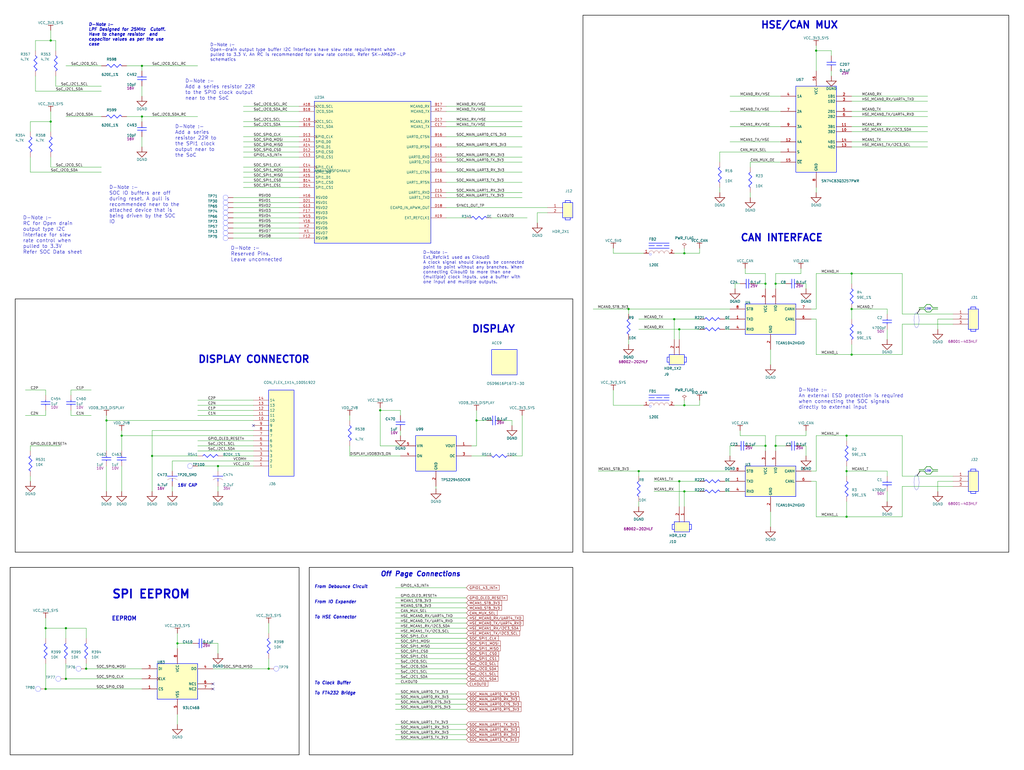
<source format=kicad_sch>
(kicad_sch (version 20231120) (generator "eeschema") (generator_version "8.0")
  (paper "User" 513.08 386.08)
  (lib_symbols
    (symbol "29-altium-import:DGND_SIGNAL_GROUND" (power)
      (property "Reference" "#PWR" (at 0 0 0))
      (property "Value" "DGND" (at 0 6.35 0))
      (symbol "DGND_SIGNAL_GROUND_0_0"
        (pin power_in line (at 0 0 0) (length 0) hide (name "DGND") (number ""))
      )
    )
    (symbol "29-altium-import:VCC_3V3_SYS_BAR" (power)
      (property "Reference" "#PWR" (at 0 0 0))
      (property "Value" "VCC_3V3_SYS" (at 0 3.81 0))
      (symbol "VCC_3V3_SYS_BAR_0_0"
        (pin power_in line (at 0 0 0) (length 0) hide (name "VCC_3V3_SYS") (number ""))
      )
    )
    (symbol "29-altium-import:VCC_5V0_BAR" (power)
      (property "Reference" "#PWR" (at 0 0 0))
      (property "Value" "VCC_5V0" (at 0 3.81 0))
      (symbol "VCC_5V0_BAR_0_0"
        (pin power_in line (at 0 0 0) (length 0) hide (name "VCC_5V0") (number ""))
      )
    )
    (symbol "29-altium-import:VCC_CAN_BAR" (power)
      (property "Reference" "#PWR" (at 0 0 0))
      (property "Value" "VCC_CAN" (at 0 3.81 0))
      (symbol "VCC_CAN_BAR_0_0"
        (pin power_in line (at 0 0 0) (length 0) hide (name "VCC_CAN") (number ""))
      )
    )
    (symbol "29-altium-import:VDDB_3V3_DISPLAY_BAR" (power)
      (property "Reference" "#PWR" (at 0 0 0))
      (property "Value" "VDDB_3V3_DISPLAY" (at 0 3.81 0))
      (symbol "VDDB_3V3_DISPLAY_BAR_0_0"
        (pin power_in line (at 0 0 0) (length 0) hide (name "VDDB_3V3_DISPLAY") (number ""))
      )
    )
    (symbol "29-altium-import:VDD_2V8_BAR" (power)
      (property "Reference" "#PWR" (at 0 0 0))
      (property "Value" "VDD_2V8" (at 0 3.81 0))
      (symbol "VDD_2V8_BAR_0_0"
        (pin power_in line (at 0 0 0) (length 0) hide (name "VDD_2V8") (number ""))
      )
    )
    (symbol "29-altium-import:VIO_CAN_BAR" (power)
      (property "Reference" "#PWR" (at 0 0 0))
      (property "Value" "VIO_CAN" (at 0 3.81 0))
      (symbol "VIO_CAN_BAR_0_0"
        (pin power_in line (at 0 0 0) (length 0) hide (name "VIO_CAN") (number ""))
      )
    )
    (symbol "29-altium-import:root_0_93LC46B_MSOP8"
      (symbol "root_0_93LC46B_MSOP8_1_0"
        (pin passive line (at -7.62 -12.7 0) (length 7.62) (name "CS") (number "1"))
        (pin input clock (at -7.62 -7.62 0) (length 7.62) (name "CLK") (number "2"))
        (pin input line (at -7.62 -2.54 0) (length 7.62) (name "DI") (number "3"))
        (pin output line (at 27.94 -2.54 180) (length 7.62) (name "DO") (number "4"))
        (pin power_in line (at 10.16 -25.4 90) (length 7.62) (name "VSS") (number "5"))
        (pin passive line (at 27.94 -10.16 180) (length 7.62) (name "NC1") (number "6"))
        (pin passive line (at 27.94 -12.7 180) (length 7.62) (name "NC2") (number "7"))
        (pin power_in line (at 10.16 7.62 270) (length 7.62) (name "VCC") (number "8"))
      )
    )
    (symbol "29-altium-import:root_0_ACCESSORY")
    (symbol "29-altium-import:root_0_CAP_Dup1"
      (symbol "root_0_CAP_Dup1_1_0"
        (pin passive line (at 2.54 2.54 270) (length 2.54) (name "1") (number "1"))
        (pin passive line (at 2.54 -5.08 90) (length 2.54) (name "2") (number "2"))
      )
    )
    (symbol "29-altium-import:root_0_CAP_Dup3"
      (symbol "root_0_CAP_Dup3_1_0"
        (pin passive line (at 2.54 2.54 270) (length 2.54) (name "1") (number "1"))
        (pin passive line (at 2.54 -5.08 90) (length 2.54) (name "2") (number "2"))
      )
    )
    (symbol "29-altium-import:root_0_RESISTOR_Dup4"
      (symbol "root_0_RESISTOR_Dup4_1_0"
        (pin passive line (at 2.54 2.54 270) (length 2.54) (name "1") (number "1"))
        (pin passive line (at 2.54 -10.16 90) (length 2.54) (name "2") (number "2"))
      )
    )
    (symbol "29-altium-import:root_0_RESISTOR_Dup6"
      (symbol "root_0_RESISTOR_Dup6_1_0"
        (pin passive line (at 2.54 2.54 270) (length 2.54) (name "1") (number "1"))
        (pin passive line (at 2.54 -10.16 90) (length 2.54) (name "2") (number "2"))
      )
    )
    (symbol "29-altium-import:root_0_SN74CB3Q3257PWR_TSSOP16"
      (symbol "root_0_SN74CB3Q3257PWR_TSSOP16_1_0"
        (pin input line (at -7.62 -33.02 0) (length 7.62) (name "S") (number "1"))
        (pin bidirectional line (at 27.94 -22.86 180) (length 7.62) (name "3B2") (number "10"))
        (pin bidirectional line (at 27.94 -20.32 180) (length 7.62) (name "3B1") (number "11"))
        (pin bidirectional line (at -7.62 -27.94 0) (length 7.62) (name "4A") (number "12"))
        (pin bidirectional line (at 27.94 -30.48 180) (length 7.62) (name "4B2") (number "13"))
        (pin bidirectional line (at 27.94 -27.94 180) (length 7.62) (name "4B1") (number "14"))
        (pin input line (at -7.62 -38.1 0) (length 7.62) (name "~{OE}") (number "15"))
        (pin power_in line (at 10.16 7.62 270) (length 7.62) (name "VCC") (number "16"))
        (pin bidirectional line (at 27.94 -5.08 180) (length 7.62) (name "1B1") (number "2"))
        (pin bidirectional line (at 27.94 -7.62 180) (length 7.62) (name "1B2") (number "3"))
        (pin bidirectional line (at -7.62 -5.08 0) (length 7.62) (name "1A") (number "4"))
        (pin bidirectional line (at 27.94 -12.7 180) (length 7.62) (name "2B1") (number "5"))
        (pin bidirectional line (at 27.94 -15.24 180) (length 7.62) (name "2B2") (number "6"))
        (pin bidirectional line (at -7.62 -12.7 0) (length 7.62) (name "2A") (number "7"))
        (pin power_in line (at 10.16 -50.8 90) (length 7.62) (name "GND") (number "8"))
        (pin bidirectional line (at -7.62 -20.32 0) (length 7.62) (name "3A") (number "9"))
      )
    )
    (symbol "29-altium-import:root_0_TCAN1042HGVD_SOIC8"
      (symbol "root_0_TCAN1042HGVD_SOIC8_1_0"
        (pin input line (at -7.62 -7.62 0) (length 7.62) (name "TXD") (number "1"))
        (pin power_in line (at 12.7 -22.86 90) (length 7.62) (name "GND") (number "2"))
        (pin power_in line (at 10.16 7.62 270) (length 7.62) (name "VCC") (number "3"))
        (pin output line (at -7.62 -12.7 0) (length 7.62) (name "RXD") (number "4"))
        (pin power_in line (at 15.24 7.62 270) (length 7.62) (name "VIO") (number "5"))
        (pin bidirectional line (at 33.02 -7.62 180) (length 7.62) (name "CANL") (number "6"))
        (pin bidirectional line (at 33.02 -2.54 180) (length 7.62) (name "CANH") (number "7"))
        (pin input line (at -7.62 -2.54 0) (length 7.62) (name "STB") (number "8"))
      )
    )
    (symbol "29-altium-import:root_0_TESTPOINT"
      (symbol "root_0_TESTPOINT_1_0"
        (pin passive line (at 5.08 -2.54 180) (length 2.54) (name "TP") (number "1"))
      )
    )
    (symbol "29-altium-import:root_0_TPS22945DCKR_SC70-5"
      (property "Reference" "U99" (at 0 2.54 0))
      (property "Value" "TPS22945DCKR" (at 12.7 -22.86 0))
      (symbol "root_0_TPS22945DCKR_SC70-5_1_0"
        (pin power_out line (at 27.94 -5.08 180) (length 7.62) (name "VOUT") (number "1"))
        (pin power_in line (at 10.16 -25.4 90) (length 7.62) (name "GND") (number "2"))
        (pin passive line (at 27.94 -10.16 180) (length 7.62) (name "OC") (number "3"))
        (pin passive line (at -7.62 -10.16 0) (length 7.62) (name "ON") (number "4"))
        (pin power_in line (at -7.62 -5.08 0) (length 7.62) (name "VIN") (number "5"))
      )
    )
    (symbol "29-altium-import:root_0_XAM6442BSFGGAALV_BGA441"
      (property "Reference" "U23" (at 0 1.27 0))
      (property "Value" "AM6442BSFGHAALV" (at 0 -35.56 0))
      (symbol "root_0_XAM6442BSFGGAALV_BGA441_1_0"
        (pin passive line (at -7.62 -20.32 0) (length 7.62) (name "SPI0_D0") (number "A13"))
        (pin passive line (at -7.62 -22.86 0) (length 7.62) (name "SPI0_D1") (number "A14"))
        (pin passive line (at -7.62 -38.1 0) (length 7.62) (name "SPI1_D1") (number "A15"))
        (pin passive line (at 66.04 -22.86 180) (length 7.62) (name "UART0_RTSN") (number "A16"))
        (pin passive line (at 66.04 -5.08 180) (length 7.62) (name "MCAN0_TX") (number "A17"))
        (pin passive clock (at -7.62 -2.54 0) (length 7.62) (name "I2C0_SCL") (number "A18"))
        (pin passive line (at 66.04 -58.42 180) (length 7.62) (name "EXT_REFCLK1") (number "A19"))
        (pin passive line (at -7.62 -40.64 0) (length 7.62) (name "SPI1_CS0") (number "B14"))
        (pin passive line (at -7.62 -35.56 0) (length 7.62) (name "SPI1_D0") (number "B15"))
        (pin passive line (at 66.04 -17.78 180) (length 7.62) (name "UART0_CTSN") (number "B16"))
        (pin passive line (at 66.04 -2.54 180) (length 7.62) (name "MCAN0_RX") (number "B17"))
        (pin passive line (at -7.62 -5.08 0) (length 7.62) (name "I2C0_SDA") (number "B18"))
        (pin passive line (at -7.62 -12.7 0) (length 7.62) (name "I2C1_SDA") (number "B19"))
        (pin passive line (at -7.62 -27.94 0) (length 7.62) (name "SPI0_CS1") (number "C13"))
        (pin passive clock (at -7.62 -33.02 0) (length 7.62) (name "SPI1_CLK") (number "C14"))
        (pin passive line (at 66.04 -30.48 180) (length 7.62) (name "UART0_TXD") (number "C16"))
        (pin passive line (at 66.04 -12.7 180) (length 7.62) (name "MCAN1_TX") (number "C17"))
        (pin passive clock (at -7.62 -10.16 0) (length 7.62) (name "I2C1_SCL") (number "C18"))
        (pin passive line (at -7.62 -25.4 0) (length 7.62) (name "SPI0_CS0") (number "D12"))
        (pin passive clock (at -7.62 -17.78 0) (length 7.62) (name "SPI0_CLK") (number "D13"))
        (pin passive line (at -7.62 -43.18 0) (length 7.62) (name "SPI1_CS1") (number "D14"))
        (pin passive line (at 66.04 -27.94 180) (length 7.62) (name "UART0_RXD") (number "D15"))
        (pin passive line (at 66.04 -35.56 180) (length 7.62) (name "UART1_CTSN") (number "D16"))
        (pin passive line (at 66.04 -10.16 180) (length 7.62) (name "MCAN1_RX") (number "D17"))
        (pin passive line (at 66.04 -53.34 180) (length 7.62) (name "ECAP0_IN_APWM_OUT") (number "D18"))
        (pin passive line (at -7.62 -50.8 0) (length 7.62) (name "RSVD1") (number "D21"))
        (pin passive line (at 66.04 -48.26 180) (length 7.62) (name "UART1_TXD") (number "E14"))
        (pin passive line (at 66.04 -45.72 180) (length 7.62) (name "UART1_RXD") (number "E15"))
        (pin passive line (at 66.04 -40.64 180) (length 7.62) (name "UART1_RTSN") (number "E16"))
        (pin passive line (at -7.62 -68.58 0) (length 7.62) (name "RSVD8") (number "F12"))
        (pin passive line (at -7.62 -55.88 0) (length 7.62) (name "RSVD3") (number "F17"))
        (pin passive line (at -7.62 -53.34 0) (length 7.62) (name "RSVD2") (number "G13"))
        (pin passive line (at -7.62 -48.26 0) (length 7.62) (name "RSVD0") (number "H16"))
        (pin passive line (at -7.62 -66.04 0) (length 7.62) (name "RSVD7") (number "K1"))
        (pin passive line (at -7.62 -63.5 0) (length 7.62) (name "RSVD6") (number "K2"))
        (pin passive line (at -7.62 -60.96 0) (length 7.62) (name "RSVD5") (number "V16"))
        (pin passive line (at -7.62 -58.42 0) (length 7.62) (name "RSVD4") (number "W15"))
      )
      (symbol "root_0_XAM6442BSFGGAALV_BGA441_2_0"
        (pin output line (at -7.62 -15.24 0) (length 7.62) (name "TDO") (number "A12"))
        (pin input clock (at -7.62 -10.16 0) (length 7.62) (name "TCK") (number "B11"))
        (pin input line (at -7.62 -12.7 0) (length 7.62) (name "TDI") (number "C11"))
        (pin passive line (at -7.62 -17.78 0) (length 7.62) (name "TMS") (number "C12"))
        (pin passive line (at -7.62 -2.54 0) (length 7.62) (name "EMU0") (number "D10"))
        (pin passive line (at -7.62 -20.32 0) (length 7.62) (name "TRSTN") (number "D11"))
        (pin passive line (at -7.62 -5.08 0) (length 7.62) (name "EMU1") (number "E10"))
      )
      (symbol "root_0_XAM6442BSFGGAALV_BGA441_3_0"
        (pin passive line (at -7.62 -7.62 0) (length 7.62) (name "MCU_SAFETY_ERRORN") (number "A20"))
        (pin passive line (at -7.62 -22.86 0) (length 7.62) (name "MCU_RESETZ") (number "B12"))
        (pin passive line (at -7.62 -27.94 0) (length 7.62) (name "MCU_RESETSTATZ") (number "B13"))
        (pin passive line (at -7.62 -12.7 0) (length 7.62) (name "MCU_PORZ") (number "B21"))
        (pin passive line (at -7.62 -2.54 0) (length 7.62) (name "EXTINTN") (number "C19"))
        (pin passive line (at -7.62 -17.78 0) (length 7.62) (name "PORZ_OUT") (number "E17"))
        (pin passive line (at -7.62 -33.02 0) (length 7.62) (name "RESET_REQZ") (number "E18"))
        (pin passive line (at -7.62 -38.1 0) (length 7.62) (name "RESETSTATZ") (number "F16"))
      )
      (symbol "root_0_XAM6442BSFGGAALV_BGA441_4_0"
        (pin passive line (at -7.62 -2.54 0) (length 7.62) (name "USB0_DP") (number "AA19"))
        (pin passive line (at -7.62 -5.08 0) (length 7.62) (name "USB0_DM") (number "AA20"))
        (pin passive line (at -7.62 -25.4 0) (length 7.62) (name "USB0_DRVVBUS") (number "E19"))
        (pin passive line (at -7.62 -20.32 0) (length 7.62) (name "USB0_VBUS") (number "T14"))
        (pin passive line (at -7.62 -10.16 0) (length 7.62) (name "USB0_ID") (number "U16"))
        (pin passive line (at -7.62 -15.24 0) (length 7.62) (name "USB0_RCALIB") (number "U17"))
      )
      (symbol "root_0_XAM6442BSFGGAALV_BGA441_5_0"
        (pin passive line (at -7.62 -10.16 0) (length 7.62) (name "ADC0_AIN3") (number "D20"))
        (pin passive line (at -7.62 -20.32 0) (length 7.62) (name "ADC0_AIN7") (number "E20"))
        (pin passive line (at -7.62 -7.62 0) (length 7.62) (name "ADC0_AIN2") (number "E21"))
        (pin passive line (at -7.62 -17.78 0) (length 7.62) (name "ADC0_AIN6") (number "F19"))
        (pin passive line (at -7.62 -5.08 0) (length 7.62) (name "ADC0_AIN1") (number "F20"))
        (pin passive line (at -7.62 -15.24 0) (length 7.62) (name "ADC0_AIN5") (number "F21"))
        (pin passive line (at -7.62 -2.54 0) (length 7.62) (name "ADC0_AIN0") (number "G20"))
        (pin passive line (at -7.62 -12.7 0) (length 7.62) (name "ADC0_AIN4") (number "G21"))
      )
      (symbol "root_0_XAM6442BSFGGAALV_BGA441_6_0"
        (pin passive line (at -7.62 -91.44 0) (length 7.62) (name "GPMC0_WPN") (number "N16"))
        (pin passive line (at -7.62 -78.74 0) (length 7.62) (name "GPMC0_DIR") (number "N17"))
        (pin passive line (at -7.62 -63.5 0) (length 7.62) (name "GPMC0_ADVN_ALE") (number "P16"))
        (pin passive line (at -7.62 -68.58 0) (length 7.62) (name "GPMC0_BE0N_CLE") (number "P17"))
        (pin passive line (at -7.62 -55.88 0) (length 7.62) (name "GPMC0_CSN2") (number "P19"))
        (pin passive line (at -7.62 -33.02 0) (length 7.62) (name "GPMC0_AD10") (number "R16"))
        (pin passive clock (at -7.62 -2.54 0) (length 7.62) (name "GPMC0_CLK") (number "R17"))
        (pin passive line (at -7.62 -96.52 0) (length 7.62) (name "GPMC0_OEN_REN") (number "R18"))
        (pin passive line (at -7.62 -50.8 0) (length 7.62) (name "GPMC0_CSN0") (number "R19"))
        (pin passive line (at -7.62 -53.34 0) (length 7.62) (name "GPMC0_CSN1") (number "R20"))
        (pin passive line (at -7.62 -58.42 0) (length 7.62) (name "GPMC0_CSN3") (number "R21"))
        (pin passive line (at -7.62 -30.48 0) (length 7.62) (name "GPMC0_AD9") (number "T17"))
        (pin passive line (at -7.62 -12.7 0) (length 7.62) (name "GPMC0_AD2") (number "T18"))
        (pin passive line (at -7.62 -73.66 0) (length 7.62) (name "GPMC0_BE1N") (number "T19"))
        (pin passive line (at -7.62 -7.62 0) (length 7.62) (name "GPMC0_AD0") (number "T20"))
        (pin passive line (at -7.62 -101.6 0) (length 7.62) (name "GPMC0_WEN") (number "T21"))
        (pin passive line (at -7.62 -17.78 0) (length 7.62) (name "GPMC0_AD4") (number "U18"))
        (pin passive line (at -7.62 -20.32 0) (length 7.62) (name "GPMC0_AD5") (number "U19"))
        (pin passive line (at -7.62 -15.24 0) (length 7.62) (name "GPMC0_AD3") (number "U20"))
        (pin passive line (at -7.62 -10.16 0) (length 7.62) (name "GPMC0_AD1") (number "U21"))
        (pin passive line (at -7.62 -40.64 0) (length 7.62) (name "GPMC0_AD13") (number "V18"))
        (pin passive line (at -7.62 -27.94 0) (length 7.62) (name "GPMC0_AD8") (number "V19"))
        (pin passive line (at -7.62 -22.86 0) (length 7.62) (name "GPMC0_AD6") (number "V20"))
        (pin passive line (at -7.62 -25.4 0) (length 7.62) (name "GPMC0_AD7") (number "V21"))
        (pin passive line (at -7.62 -83.82 0) (length 7.62) (name "GPMC0_WAIT0") (number "W19"))
        (pin passive line (at -7.62 -35.56 0) (length 7.62) (name "GPMC0_AD11") (number "W20"))
        (pin passive line (at -7.62 -38.1 0) (length 7.62) (name "GPMC0_AD12") (number "W21"))
        (pin passive line (at -7.62 -86.36 0) (length 7.62) (name "GPMC0_WAIT1") (number "Y18"))
        (pin passive line (at -7.62 -45.72 0) (length 7.62) (name "GPMC0_AD15") (number "Y20"))
        (pin passive line (at -7.62 -43.18 0) (length 7.62) (name "GPMC0_AD14") (number "Y21"))
      )
      (symbol "root_0_XAM6442BSFGGAALV_BGA441_7_0"
        (pin passive line (at 60.96 -12.7 180) (length 7.62) (name "DDR0_DQ1") (number "A2"))
        (pin passive line (at 60.96 -10.16 180) (length 7.62) (name "DDR0_DQ0") (number "A3"))
        (pin passive line (at 60.96 -17.78 180) (length 7.62) (name "DDR0_DQ3") (number "A4"))
        (pin passive line (at 60.96 -55.88 180) (length 7.62) (name "DDR0_DQS0_N") (number "B1"))
        (pin passive line (at 60.96 -2.54 180) (length 7.62) (name "DDR0_DM0") (number "B2"))
        (pin passive line (at 60.96 -20.32 180) (length 7.62) (name "DDR0_DQ4") (number "B3"))
        (pin passive line (at 60.96 -27.94 180) (length 7.62) (name "DDR0_DQ7") (number "B4"))
        (pin passive line (at 60.96 -15.24 180) (length 7.62) (name "DDR0_DQ2") (number "B5"))
        (pin passive line (at 60.96 -53.34 180) (length 7.62) (name "DDR0_DQS0") (number "C1"))
        (pin passive line (at 60.96 -25.4 180) (length 7.62) (name "DDR0_DQ6") (number "C2"))
        (pin passive line (at 60.96 -22.86 180) (length 7.62) (name "DDR0_DQ5") (number "C4"))
        (pin passive line (at -7.62 -5.08 0) (length 7.62) (name "DDR0_A1") (number "C5"))
        (pin passive line (at -7.62 -2.54 0) (length 7.62) (name "DDR0_A0") (number "D2"))
        (pin passive line (at -7.62 -12.7 0) (length 7.62) (name "DDR0_A4") (number "D3"))
        (pin passive line (at -7.62 -10.16 0) (length 7.62) (name "DDR0_A3") (number "D4"))
        (pin passive line (at -7.62 -124.46 0) (length 7.62) (name "DDR0_RESET0_N") (number "D5"))
        (pin passive line (at -7.62 -66.04 0) (length 7.62) (name "DDR0_CK0_N") (number "E1"))
        (pin passive line (at -7.62 -7.62 0) (length 7.62) (name "DDR0_A2") (number "E2"))
        (pin passive line (at -7.62 -78.74 0) (length 7.62) (name "DDR0_CS0_N") (number "E3"))
        (pin passive line (at -7.62 -81.28 0) (length 7.62) (name "DDR0_CS1_N") (number "E4"))
        (pin passive line (at -7.62 -86.36 0) (length 7.62) (name "DDR0_ODT0") (number "E5"))
        (pin passive line (at -7.62 -63.5 0) (length 7.62) (name "DDR0_CK0") (number "F1"))
        (pin passive line (at -7.62 -15.24 0) (length 7.62) (name "DDR0_A5") (number "F2"))
        (pin passive line (at -7.62 -73.66 0) (length 7.62) (name "DDR0_CKE1") (number "F3"))
        (pin passive line (at -7.62 -71.12 0) (length 7.62) (name "DDR0_CKE0") (number "F4"))
        (pin passive line (at -7.62 -88.9 0) (length 7.62) (name "DDR0_ODT1") (number "F5"))
        (pin passive line (at -7.62 -119.38 0) (length 7.62) (name "DDR0_RAS_N") (number "F6"))
        (pin passive line (at -7.62 -48.26 0) (length 7.62) (name "DDR0_BG0") (number "G2"))
        (pin passive line (at -7.62 -40.64 0) (length 7.62) (name "DDR0_BA0") (number "G4"))
        (pin passive line (at -7.62 -43.18 0) (length 7.62) (name "DDR0_BA1") (number "G5"))
        (pin passive line (at -7.62 -99.06 0) (length 7.62) (name "DDR0_ALERT_N") (number "H1"))
        (pin passive line (at -7.62 -93.98 0) (length 7.62) (name "DDR0_ACT_N") (number "H2"))
        (pin passive line (at -7.62 -50.8 0) (length 7.62) (name "DDR0_BG1") (number "H3"))
        (pin passive line (at -7.62 -129.54 0) (length 7.62) (name "DDR0_WE_N") (number "H4"))
        (pin passive line (at -7.62 -104.14 0) (length 7.62) (name "DDR0_CAL0") (number "H5"))
        (pin passive line (at -7.62 -30.48 0) (length 7.62) (name "DDR0_A11") (number "J1"))
        (pin passive line (at -7.62 -17.78 0) (length 7.62) (name "DDR0_A6") (number "J2"))
        (pin passive line (at -7.62 -22.86 0) (length 7.62) (name "DDR0_A8") (number "J3"))
        (pin passive line (at -7.62 -25.4 0) (length 7.62) (name "DDR0_A9") (number "J4"))
        (pin passive line (at -7.62 -109.22 0) (length 7.62) (name "DDR0_CAS_N") (number "J5"))
        (pin passive line (at -7.62 -27.94 0) (length 7.62) (name "DDR0_A10") (number "K3"))
        (pin passive line (at -7.62 -35.56 0) (length 7.62) (name "DDR0_A13") (number "K4"))
        (pin passive line (at -7.62 -114.3 0) (length 7.62) (name "DDR0_PAR") (number "K5"))
        (pin passive line (at 60.96 -35.56 180) (length 7.62) (name "DDR0_DQ10") (number "L2"))
        (pin passive line (at 60.96 -33.02 180) (length 7.62) (name "DDR0_DQ9") (number "L4"))
        (pin passive line (at -7.62 -20.32 0) (length 7.62) (name "DDR0_A7") (number "L5"))
        (pin passive line (at 60.96 -63.5 180) (length 7.62) (name "DDR0_DQS1_N") (number "M1"))
        (pin passive line (at 60.96 -5.08 180) (length 7.62) (name "DDR0_DM1") (number "M2"))
        (pin passive line (at 60.96 -38.1 180) (length 7.62) (name "DDR0_DQ11") (number "M3"))
        (pin passive line (at 60.96 -45.72 180) (length 7.62) (name "DDR0_DQ14") (number "M4"))
        (pin passive line (at -7.62 -33.02 0) (length 7.62) (name "DDR0_A12") (number "M5"))
        (pin passive line (at 60.96 -60.96 180) (length 7.62) (name "DDR0_DQS1") (number "N1"))
        (pin passive line (at 60.96 -48.26 180) (length 7.62) (name "DDR0_DQ15") (number "N2"))
        (pin passive line (at 60.96 -43.18 180) (length 7.62) (name "DDR0_DQ13") (number "N3"))
        (pin passive line (at 60.96 -40.64 180) (length 7.62) (name "DDR0_DQ12") (number "N4"))
        (pin passive line (at 60.96 -30.48 180) (length 7.62) (name "DDR0_DQ8") (number "N5"))
      )
      (symbol "root_0_XAM6442BSFGGAALV_BGA441_8_0"
        (pin passive line (at -7.62 -5.08 0) (length 7.62) (name "MCU_I2C0_SDA") (number "A10"))
        (pin passive clock (at -7.62 -10.16 0) (length 7.62) (name "MCU_I2C1_SCL") (number "A11"))
        (pin passive line (at -7.62 -48.26 0) (length 7.62) (name "MCU_SPI1_CS0") (number "A7"))
        (pin passive line (at -7.62 -58.42 0) (length 7.62) (name "MCU_UART0_TXD") (number "A8"))
        (pin passive line (at -7.62 -55.88 0) (length 7.62) (name "MCU_UART0_RXD") (number "A9"))
        (pin passive line (at -7.62 -12.7 0) (length 7.62) (name "MCU_I2C1_SDA") (number "B10"))
        (pin passive line (at -7.62 -20.32 0) (length 7.62) (name "MCU_OSC0_XO") (number "B20"))
        (pin passive line (at -7.62 -30.48 0) (length 7.62) (name "MCU_SPI0_D1") (number "B6"))
        (pin passive line (at -7.62 -50.8 0) (length 7.62) (name "MCU_SPI1_CS1") (number "B7"))
        (pin passive line (at -7.62 -78.74 0) (length 7.62) (name "MCU_UART1_CTSN") (number "B8"))
        (pin passive line (at -7.62 -81.28 0) (length 7.62) (name "MCU_UART1_RTSN") (number "B9"))
        (pin passive line (at -7.62 -17.78 0) (length 7.62) (name "MCU_OSC0_XI") (number "C21"))
        (pin passive line (at -7.62 -35.56 0) (length 7.62) (name "MCU_SPI0_CS1") (number "C6"))
        (pin passive line (at -7.62 -43.18 0) (length 7.62) (name "MCU_SPI1_D0") (number "C7"))
        (pin passive line (at -7.62 -45.72 0) (length 7.62) (name "MCU_SPI1_D1") (number "C8"))
        (pin passive line (at -7.62 -63.5 0) (length 7.62) (name "MCU_UART1_RXD") (number "C9"))
        (pin passive line (at -7.62 -33.02 0) (length 7.62) (name "MCU_SPI0_CS0") (number "D6"))
        (pin passive clock (at -7.62 -40.64 0) (length 7.62) (name "MCU_SPI1_CLK") (number "D7"))
        (pin passive line (at -7.62 -71.12 0) (length 7.62) (name "MCU_UART0_CTSN") (number "D8"))
        (pin passive line (at -7.62 -66.04 0) (length 7.62) (name "MCU_UART1_TXD") (number "D9"))
        (pin passive clock (at -7.62 -25.4 0) (length 7.62) (name "MCU_SPI0_CLK") (number "E6"))
        (pin passive line (at -7.62 -27.94 0) (length 7.62) (name "MCU_SPI0_D0") (number "E7"))
        (pin passive line (at -7.62 -73.66 0) (length 7.62) (name "MCU_UART0_RTSN") (number "E8"))
        (pin passive clock (at -7.62 -2.54 0) (length 7.62) (name "MCU_I2C0_SCL") (number "E9"))
      )
      (symbol "root_0_XAM6442BSFGGAALV_BGA441_9_0"
        (pin passive line (at -7.62 -73.66 0) (length 7.62) (name "MMC1_SDWP") (number "C20"))
        (pin passive line (at -7.62 -68.58 0) (length 7.62) (name "MMC1_SDCD") (number "D19"))
        (pin passive line (at -7.62 -40.64 0) (length 7.62) (name "MMC0_CALPAD") (number "F18"))
        (pin passive line (at -7.62 -25.4 0) (length 7.62) (name "MMC0_DAT7") (number "G17"))
        (pin passive clock (at -7.62 -2.54 0) (length 7.62) (name "MMC0_CLK") (number "G18"))
        (pin passive line (at -7.62 -35.56 0) (length 7.62) (name "MMC0_DS") (number "G19"))
        (pin passive line (at -7.62 -17.78 0) (length 7.62) (name "MMC0_DAT4") (number "H17"))
        (pin passive line (at -7.62 -22.86 0) (length 7.62) (name "MMC0_DAT6") (number "H18"))
        (pin passive line (at -7.62 -20.32 0) (length 7.62) (name "MMC0_DAT5") (number "H19"))
        (pin passive line (at -7.62 -15.24 0) (length 7.62) (name "MMC0_DAT3") (number "J17"))
        (pin passive line (at -7.62 -12.7 0) (length 7.62) (name "MMC0_DAT2") (number "J18"))
        (pin passive line (at -7.62 -63.5 0) (length 7.62) (name "MMC1_CMD") (number "J19"))
        (pin passive line (at -7.62 -10.16 0) (length 7.62) (name "MMC0_DAT1") (number "J20"))
        (pin passive line (at -7.62 -30.48 0) (length 7.62) (name "MMC0_CMD") (number "J21"))
        (pin passive line (at -7.62 -58.42 0) (length 7.62) (name "MMC1_DAT3") (number "K18"))
        (pin passive line (at -7.62 -55.88 0) (length 7.62) (name "MMC1_DAT2") (number "K19"))
        (pin passive line (at -7.62 -7.62 0) (length 7.62) (name "MMC0_DAT0") (number "K20"))
        (pin passive line (at -7.62 -50.8 0) (length 7.62) (name "MMC1_DAT0") (number "K21"))
        (pin passive clock (at -7.62 -45.72 0) (length 7.62) (name "MMC1_CLK") (number "L20"))
        (pin passive line (at -7.62 -53.34 0) (length 7.62) (name "MMC1_DAT1") (number "L21"))
      )
      (symbol "root_0_XAM6442BSFGGAALV_BGA441_10_0"
        (pin passive line (at -7.62 -40.64 0) (length 7.62) (name "OSPI0_CSN2") (number "K17"))
        (pin passive line (at -7.62 -43.18 0) (length 7.62) (name "OSPI0_CSN3") (number "L17"))
        (pin passive line (at -7.62 -38.1 0) (length 7.62) (name "OSPI0_CSN1") (number "L18"))
        (pin passive line (at -7.62 -35.56 0) (length 7.62) (name "OSPI0_CSN0") (number "L19"))
        (pin passive line (at -7.62 -25.4 0) (length 7.62) (name "OSPI0_D7") (number "M17"))
        (pin passive line (at -7.62 -10.16 0) (length 7.62) (name "OSPI0_D1") (number "M18"))
        (pin passive line (at -7.62 -7.62 0) (length 7.62) (name "OSPI0_D0") (number "M19"))
        (pin passive line (at -7.62 -12.7 0) (length 7.62) (name "OSPI0_D2") (number "M20"))
        (pin passive line (at -7.62 -15.24 0) (length 7.62) (name "OSPI0_D3") (number "M21"))
        (pin passive line (at -7.62 -22.86 0) (length 7.62) (name "OSPI0_D6") (number "N18"))
        (pin passive line (at -7.62 -30.48 0) (length 7.62) (name "OSPI0_DQS") (number "N19"))
        (pin passive line (at -7.62 -2.54 0) (length 7.62) (name "OSPI0_CLK") (number "N20"))
        (pin passive line (at -7.62 -48.26 0) (length 7.62) (name "OSPI0_LBCLKO") (number "N21"))
        (pin passive line (at -7.62 -20.32 0) (length 7.62) (name "OSPI0_D5") (number "P20"))
        (pin passive line (at -7.62 -17.78 0) (length 7.62) (name "OSPI0_D4") (number "P21"))
      )
      (symbol "root_0_XAM6442BSFGGAALV_BGA441_11_0"
        (pin passive line (at -7.62 -22.86 0) (length 7.62) (name "PRG0_PRU0_GPO4") (number "AA2"))
        (pin passive line (at -7.62 -43.18 0) (length 7.62) (name "PRG0_PRU0_GPO12") (number "AA3"))
        (pin passive line (at -7.62 -106.68 0) (length 7.62) (name "PRG0_PRU1_GPO16") (number "AA4"))
        (pin passive line (at -7.62 -38.1 0) (length 7.62) (name "PRG0_PRU0_GPO10") (number "AA5"))
        (pin passive line (at -7.62 -7.62 0) (length 7.62) (name "PRG0_MDIO0_MDIO") (number "P2"))
        (pin passive line (at -7.62 -2.54 0) (length 7.62) (name "PRG0_MDIO0_MDC") (number "P3"))
        (pin passive line (at -7.62 -78.74 0) (length 7.62) (name "PRG0_PRU1_GPO5") (number "P4"))
        (pin passive line (at -7.62 -111.76 0) (length 7.62) (name "PRG0_PRU1_GPO18") (number "P5"))
        (pin passive line (at -7.62 -86.36 0) (length 7.62) (name "PRG0_PRU1_GPO8") (number "R1"))
        (pin passive line (at -7.62 -114.3 0) (length 7.62) (name "PRG0_PRU1_GPO19") (number "R2"))
        (pin passive line (at -7.62 -25.4 0) (length 7.62) (name "PRG0_PRU0_GPO5") (number "R3"))
        (pin passive line (at -7.62 -15.24 0) (length 7.62) (name "PRG0_PRU0_GPO1") (number "R4"))
        (pin passive line (at -7.62 -81.28 0) (length 7.62) (name "PRG0_PRU1_GPO6") (number "R5"))
        (pin passive line (at -7.62 -45.72 0) (length 7.62) (name "PRG0_PRU0_GPO13") (number "R6"))
        (pin passive line (at -7.62 -30.48 0) (length 7.62) (name "PRG0_PRU0_GPO7") (number "T1"))
        (pin passive line (at -7.62 -33.02 0) (length 7.62) (name "PRG0_PRU0_GPO8") (number "T2"))
        (pin passive line (at -7.62 -27.94 0) (length 7.62) (name "PRG0_PRU0_GPO6") (number "T3"))
        (pin passive line (at -7.62 -73.66 0) (length 7.62) (name "PRG0_PRU1_GPO3") (number "T4"))
        (pin passive line (at -7.62 -50.8 0) (length 7.62) (name "PRG0_PRU0_GPO15") (number "T5"))
        (pin passive line (at -7.62 -99.06 0) (length 7.62) (name "PRG0_PRU1_GPO13") (number "T6"))
        (pin passive line (at -7.62 -55.88 0) (length 7.62) (name "PRG0_PRU0_GPO17") (number "U1"))
        (pin passive line (at -7.62 -17.78 0) (length 7.62) (name "PRG0_PRU0_GPO2") (number "U2"))
        (pin passive line (at -7.62 -53.34 0) (length 7.62) (name "PRG0_PRU0_GPO16") (number "U4"))
        (pin passive line (at -7.62 -104.14 0) (length 7.62) (name "PRG0_PRU1_GPO15") (number "U5"))
        (pin passive line (at -7.62 -101.6 0) (length 7.62) (name "PRG0_PRU1_GPO14") (number "U6"))
        (pin passive line (at -7.62 -58.42 0) (length 7.62) (name "PRG0_PRU0_GPO18") (number "V1"))
        (pin passive line (at -7.62 -20.32 0) (length 7.62) (name "PRG0_PRU0_GPO3") (number "V2"))
        (pin passive line (at -7.62 -71.12 0) (length 7.62) (name "PRG0_PRU1_GPO2") (number "V3"))
        (pin passive line (at -7.62 -48.26 0) (length 7.62) (name "PRG0_PRU0_GPO14") (number "V4"))
        (pin passive line (at -7.62 -109.22 0) (length 7.62) (name "PRG0_PRU1_GPO17") (number "V5"))
        (pin passive line (at -7.62 -91.44 0) (length 7.62) (name "PRG0_PRU1_GPO10") (number "V6"))
        (pin passive line (at -7.62 -60.96 0) (length 7.62) (name "PRG0_PRU0_GPO19") (number "W1"))
        (pin passive line (at -7.62 -68.58 0) (length 7.62) (name "PRG0_PRU1_GPO1") (number "W2"))
        (pin passive line (at -7.62 -76.2 0) (length 7.62) (name "PRG0_PRU1_GPO4") (number "W3"))
        (pin passive line (at -7.62 -93.98 0) (length 7.62) (name "PRG0_PRU1_GPO11") (number "W4"))
        (pin passive line (at -7.62 -83.82 0) (length 7.62) (name "PRG0_PRU1_GPO7") (number "W5"))
        (pin passive line (at -7.62 -35.56 0) (length 7.62) (name "PRG0_PRU0_GPO9") (number "W6"))
        (pin passive line (at -7.62 -12.7 0) (length 7.62) (name "PRG0_PRU0_GPO0") (number "Y1"))
        (pin passive line (at -7.62 -66.04 0) (length 7.62) (name "PRG0_PRU1_GPO0") (number "Y2"))
        (pin passive line (at -7.62 -40.64 0) (length 7.62) (name "PRG0_PRU0_GPO11") (number "Y3"))
        (pin passive line (at -7.62 -96.52 0) (length 7.62) (name "PRG0_PRU1_GPO12") (number "Y4"))
        (pin passive line (at -7.62 -88.9 0) (length 7.62) (name "PRG0_PRU1_GPO9") (number "Y5"))
      )
      (symbol "root_0_XAM6442BSFGGAALV_BGA441_12_0"
        (pin passive line (at -7.62 -96.52 0) (length 7.62) (name "PRG1_PRU1_GPO11") (number "AA10"))
        (pin passive line (at -7.62 -104.14 0) (length 7.62) (name "PRG1_PRU1_GPO14") (number "AA11"))
        (pin passive line (at -7.62 -73.66 0) (length 7.62) (name "PRG1_PRU1_GPO2") (number "AA12"))
        (pin passive line (at -7.62 -81.28 0) (length 7.62) (name "PRG1_PRU1_GPO5") (number "AA13"))
        (pin passive line (at -7.62 -111.76 0) (length 7.62) (name "PRG1_PRU1_GPO17") (number "AA14"))
        (pin passive line (at -7.62 -10.16 0) (length 7.62) (name "PRG1_MDIO0_MDIO") (number "AA6"))
        (pin passive line (at -7.62 -30.48 0) (length 7.62) (name "PRG1_PRU0_GPO6") (number "AA7"))
        (pin passive line (at -7.62 -43.18 0) (length 7.62) (name "PRG1_PRU0_GPO11") (number "AA8"))
        (pin passive line (at -7.62 -50.8 0) (length 7.62) (name "PRG1_PRU0_GPO14") (number "AA9"))
        (pin passive line (at -7.62 -101.6 0) (length 7.62) (name "PRG1_PRU1_GPO13") (number "U10"))
        (pin passive line (at -7.62 -83.82 0) (length 7.62) (name "PRG1_PRU1_GPO6") (number "U11"))
        (pin passive line (at -7.62 -88.9 0) (length 7.62) (name "PRG1_PRU1_GPO8") (number "U12"))
        (pin passive line (at -7.62 -33.02 0) (length 7.62) (name "PRG1_PRU0_GPO7") (number "U13"))
        (pin passive line (at -7.62 -40.64 0) (length 7.62) (name "PRG1_PRU0_GPO10") (number "U14"))
        (pin passive line (at -7.62 -38.1 0) (length 7.62) (name "PRG1_PRU0_GPO9") (number "U15"))
        (pin passive line (at -7.62 -58.42 0) (length 7.62) (name "PRG1_PRU0_GPO17") (number "U7"))
        (pin passive line (at -7.62 -17.78 0) (length 7.62) (name "PRG1_PRU0_GPO1") (number "U8"))
        (pin passive line (at -7.62 -45.72 0) (length 7.62) (name "PRG1_PRU0_GPO12") (number "U9"))
        (pin passive line (at -7.62 -99.06 0) (length 7.62) (name "PRG1_PRU1_GPO12") (number "V10"))
        (pin passive line (at -7.62 -71.12 0) (length 7.62) (name "PRG1_PRU1_GPO1") (number "V11"))
        (pin passive line (at -7.62 -116.84 0) (length 7.62) (name "PRG1_PRU1_GPO19") (number "V12"))
        (pin passive line (at -7.62 -27.94 0) (length 7.62) (name "PRG1_PRU0_GPO5") (number "V13"))
        (pin passive line (at -7.62 -91.44 0) (length 7.62) (name "PRG1_PRU1_GPO9") (number "V14"))
        (pin passive line (at -7.62 -86.36 0) (length 7.62) (name "PRG1_PRU1_GPO7") (number "V15"))
        (pin passive line (at -7.62 -60.96 0) (length 7.62) (name "PRG1_PRU0_GPO18") (number "V7"))
        (pin passive line (at -7.62 -22.86 0) (length 7.62) (name "PRG1_PRU0_GPO3") (number "V8"))
        (pin passive line (at -7.62 -55.88 0) (length 7.62) (name "PRG1_PRU0_GPO16") (number "V9"))
        (pin passive line (at -7.62 -68.58 0) (length 7.62) (name "PRG1_PRU1_GPO0") (number "W11"))
        (pin passive line (at -7.62 -78.74 0) (length 7.62) (name "PRG1_PRU1_GPO4") (number "W12"))
        (pin passive line (at -7.62 -35.56 0) (length 7.62) (name "PRG1_PRU0_GPO8") (number "W13"))
        (pin passive line (at -7.62 -93.98 0) (length 7.62) (name "PRG1_PRU1_GPO10") (number "W14"))
        (pin passive line (at -7.62 -63.5 0) (length 7.62) (name "PRG1_PRU0_GPO19") (number "W7"))
        (pin passive line (at -7.62 -20.32 0) (length 7.62) (name "PRG1_PRU0_GPO2") (number "W8"))
        (pin passive line (at -7.62 -48.26 0) (length 7.62) (name "PRG1_PRU0_GPO13") (number "W9"))
        (pin passive line (at -7.62 -109.22 0) (length 7.62) (name "PRG1_PRU1_GPO16") (number "Y10"))
        (pin passive line (at -7.62 -106.68 0) (length 7.62) (name "PRG1_PRU1_GPO15") (number "Y11"))
        (pin passive line (at -7.62 -76.2 0) (length 7.62) (name "PRG1_PRU1_GPO3") (number "Y12"))
        (pin passive line (at -7.62 -114.3 0) (length 7.62) (name "PRG1_PRU1_GPO18") (number "Y13"))
        (pin passive line (at -7.62 -2.54 0) (length 7.62) (name "PRG1_MDIO0_MDC") (number "Y6"))
        (pin passive line (at -7.62 -15.24 0) (length 7.62) (name "PRG1_PRU0_GPO0") (number "Y7"))
        (pin passive line (at -7.62 -25.4 0) (length 7.62) (name "PRG1_PRU0_GPO4") (number "Y8"))
        (pin passive line (at -7.62 -53.34 0) (length 7.62) (name "PRG1_PRU0_GPO15") (number "Y9"))
      )
      (symbol "root_0_XAM6442BSFGGAALV_BGA441_13_0"
        (pin passive line (at -7.62 -20.32 0) (length 7.62) (name "SERDES0_TX0_N") (number "AA16"))
        (pin passive line (at -7.62 -17.78 0) (length 7.62) (name "SERDES0_TX0_P") (number "AA17"))
        (pin passive line (at -7.62 -25.4 0) (length 7.62) (name "SERDES0_REXT") (number "T13"))
        (pin passive line (at -7.62 -5.08 0) (length 7.62) (name "SERDES0_REFCLK0N") (number "W16"))
        (pin passive line (at -7.62 -2.54 0) (length 7.62) (name "SERDES0_REFCLK0P") (number "W17"))
        (pin passive line (at -7.62 -12.7 0) (length 7.62) (name "SERDES0_RX0_N") (number "Y15"))
        (pin passive line (at -7.62 -10.16 0) (length 7.62) (name "SERDES0_RX0_P") (number "Y16"))
      )
      (symbol "root_0_XAM6442BSFGGAALV_BGA441_14_0"
        (pin power_out line (at -7.62 -2.54 0) (length 7.62) (name "CAP_VDDS_MCU") (number "H10"))
        (pin power_out line (at -7.62 -7.62 0) (length 7.62) (name "CAP_VDDS0") (number "H12"))
        (pin power_out line (at -7.62 -12.7 0) (length 7.62) (name "CAP_VDDSHV_MMC1") (number "K15"))
        (pin power_out line (at -7.62 -27.94 0) (length 7.62) (name "CAP_VDDS5") (number "L13"))
        (pin power_out line (at -7.62 -25.4 0) (length 7.62) (name "CAP_VDDS4") (number "M16"))
        (pin power_out line (at -7.62 -22.86 0) (length 7.62) (name "CAP_VDDS3") (number "N14"))
        (pin power_out line (at -7.62 -20.32 0) (length 7.62) (name "CAP_VDDS2") (number "R11"))
        (pin power_out line (at -7.62 -17.78 0) (length 7.62) (name "CAP_VDDS1") (number "T7"))
      )
      (symbol "root_0_XAM6442BSFGGAALV_BGA441_15_0"
        (pin power_in line (at 73.66 -71.12 180) (length 7.62) (name "VMON_1P8_SOC") (number "E12"))
        (pin power_in line (at 73.66 -12.7 180) (length 7.62) (name "VDDSHV0") (number "F11"))
        (pin power_in line (at 73.66 -76.2 180) (length 7.62) (name "VMON_3P3_MCU") (number "F13"))
        (pin power_in line (at 73.66 -81.28 180) (length 7.62) (name "VMON_3P3_SOC") (number "F14"))
        (pin power_in line (at -7.62 -35.56 0) (length 7.62) (name "VDDS_DDR") (number "F7"))
        (pin power_in line (at 73.66 -2.54 180) (length 7.62) (name "VDDSHV_MCU") (number "F9"))
        (pin power_in line (at 73.66 -7.62 180) (length 7.62) (name "VDDSHV_MCU") (number "G10"))
        (pin power_in line (at -7.62 -55.88 0) (length 7.62) (name "VDDA_TEMP0") (number "G11"))
        (pin power_in line (at 73.66 -15.24 180) (length 7.62) (name "VDDSHV0") (number "G12"))
        (pin power_in line (at 73.66 -17.78 180) (length 7.62) (name "VDDSHV0") (number "G14"))
        (pin power_in line (at 73.66 -106.68 180) (length 7.62) (name "VPP") (number "G15"))
        (pin power_in line (at -7.62 -38.1 0) (length 7.62) (name "VDDS_DDR") (number "G6"))
        (pin power_in line (at 73.66 -5.08 180) (length 7.62) (name "VDDSHV_MCU") (number "G8"))
        (pin power_in line (at -7.62 -114.3 0) (length 7.62) (name "VDDS_OSC") (number "H13"))
        (pin power_in line (at 73.66 -111.76 180) (length 7.62) (name "VDD_DLL_MMC0") (number "H14"))
        (pin power_in line (at -7.62 -96.52 0) (length 7.62) (name "VDDA_3P3_SDIO") (number "H15"))
        (pin power_in line (at -7.62 -40.64 0) (length 7.62) (name "VDDS_DDR") (number "H7"))
        (pin power_in line (at 73.66 -124.46 180) (length 7.62) (name "VDDA_PLL1") (number "H9"))
        (pin power_in line (at -7.62 -2.54 0) (length 7.62) (name "VDD_CORE") (number "J10"))
        (pin power_in line (at 73.66 -127 180) (length 7.62) (name "VDDA_PLL2") (number "J11"))
        (pin power_in line (at -7.62 -5.08 0) (length 7.62) (name "VDD_CORE") (number "J12"))
        (pin power_in line (at 73.66 -96.52 180) (length 7.62) (name "VDDA_ADC") (number "J13"))
        (pin passive line (at -7.62 -106.68 0) (length 7.62) (name "ADC0_REFP") (number "J15"))
        (pin power_in line (at -7.62 -43.18 0) (length 7.62) (name "VDDS_DDR") (number "J6"))
        (pin power_in line (at 73.66 -91.44 180) (length 7.62) (name "VDDS_DDR_C") (number "J8"))
        (pin input line (at 73.66 -86.36 180) (length 7.62) (name "VMON_VSYS") (number "K10"))
        (pin power_in line (at -7.62 -10.16 0) (length 7.62) (name "VDD_CORE") (number "K11"))
        (pin power_in line (at 73.66 -101.6 180) (length 7.62) (name "VDDA_MCU") (number "K12"))
        (pin power_in line (at -7.62 -127 0) (length 7.62) (name "VDD_MMC0") (number "K13"))
        (pin power_in line (at -7.62 -109.22 0) (length 7.62) (name "VDDS_MMC0") (number "K14"))
        (pin power_in line (at 73.66 -66.04 180) (length 7.62) (name "VMON_1P8_MCU") (number "K16"))
        (pin power_in line (at -7.62 -45.72 0) (length 7.62) (name "VDDS_DDR") (number "K7"))
        (pin power_in line (at -7.62 -7.62 0) (length 7.62) (name "VDD_CORE") (number "K9"))
        (pin power_in line (at -7.62 -119.38 0) (length 7.62) (name "VDDR_CORE") (number "L10"))
        (pin power_in line (at -7.62 -60.96 0) (length 7.62) (name "VDDA_TEMP1") (number "L11"))
        (pin power_in line (at -7.62 -15.24 0) (length 7.62) (name "VDD_CORE") (number "L12"))
        (pin power_in line (at 73.66 -58.42 180) (length 7.62) (name "VDDSHV5") (number "L14"))
        (pin power_in line (at 73.66 -60.96 180) (length 7.62) (name "VDDSHV5") (number "L15"))
        (pin power_in line (at -7.62 -48.26 0) (length 7.62) (name "VDDS_DDR") (number "L6"))
        (pin power_in line (at -7.62 -12.7 0) (length 7.62) (name "VDD_CORE") (number "L8"))
        (pin power_in line (at -7.62 -20.32 0) (length 7.62) (name "VDD_CORE") (number "M11"))
        (pin power_in line (at -7.62 -121.92 0) (length 7.62) (name "VDDR_CORE") (number "M13"))
        (pin power_in line (at 73.66 -50.8 180) (length 7.62) (name "VDDSHV4") (number "M14"))
        (pin power_in line (at 73.66 -53.34 180) (length 7.62) (name "VDDSHV4") (number "M15"))
        (pin power_in line (at 73.66 -22.86 180) (length 7.62) (name "VDDSHV1") (number "M7"))
        (pin power_in line (at -7.62 -17.78 0) (length 7.62) (name "VDD_CORE") (number "M9"))
        (pin power_in line (at -7.62 -25.4 0) (length 7.62) (name "VDD_CORE") (number "N10"))
        (pin power_in line (at 73.66 -121.92 180) (length 7.62) (name "VDDA_PLL0") (number "N12"))
        (pin power_in line (at 73.66 -25.4 180) (length 7.62) (name "VDDSHV1") (number "N6"))
        (pin power_in line (at -7.62 -22.86 0) (length 7.62) (name "VDD_CORE") (number "N8"))
        (pin power_in line (at -7.62 -76.2 0) (length 7.62) (name "VDDA_0P85_SERDES0_C") (number "P11"))
        (pin power_in line (at -7.62 -68.58 0) (length 7.62) (name "VDDA_0P85_SERDES0") (number "P12"))
        (pin power_in line (at -7.62 -71.12 0) (length 7.62) (name "VDDA_0P85_SERDES0") (number "P13"))
        (pin power_in line (at 73.66 -43.18 180) (length 7.62) (name "VDDSHV3") (number "P14"))
        (pin power_in line (at 73.66 -45.72 180) (length 7.62) (name "VDDSHV3") (number "P15"))
        (pin power_in line (at 73.66 -27.94 180) (length 7.62) (name "VDDSHV1") (number "P7"))
        (pin power_in line (at -7.62 -27.94 0) (length 7.62) (name "VDD_CORE") (number "P9"))
        (pin power_in line (at 73.66 -35.56 180) (length 7.62) (name "VDDSHV2") (number "R10"))
        (pin power_in line (at -7.62 -101.6 0) (length 7.62) (name "VDDA_3P3_USB0") (number "R13"))
        (pin power_in line (at -7.62 -86.36 0) (length 7.62) (name "VDDA_1P8_SERDES0") (number "R14"))
        (pin power_in line (at -7.62 -91.44 0) (length 7.62) (name "VDDA_1P8_USB0") (number "R15"))
        (pin power_in line (at 73.66 -33.02 180) (length 7.62) (name "VDDSHV2") (number "R8"))
        (pin power_in line (at -7.62 -81.28 0) (length 7.62) (name "VDDA_0P85_USB0") (number "T12"))
        (pin power_in line (at 73.66 -38.1 180) (length 7.62) (name "VDDSHV2") (number "T9"))
      )
      (symbol "root_0_XAM6442BSFGGAALV_BGA441_16_0"
        (pin power_in line (at -7.62 -2.54 0) (length 7.62) (name "VSS") (number "A1"))
        (pin power_in line (at -7.62 -7.62 0) (length 7.62) (name "VSS") (number "A21"))
        (pin power_in line (at -7.62 -50.8 0) (length 7.62) (name "VSS") (number "A5"))
        (pin power_in line (at -7.62 -5.08 0) (length 7.62) (name "VSS") (number "A6"))
        (pin power_in line (at 43.18 -76.2 180) (length 7.62) (name "VSS") (number "AA1"))
        (pin power_in line (at 43.18 -78.74 180) (length 7.62) (name "VSS") (number "AA15"))
        (pin power_in line (at 43.18 -81.28 180) (length 7.62) (name "VSS") (number "AA18"))
        (pin power_in line (at 43.18 -83.82 180) (length 7.62) (name "VSS") (number "AA21"))
        (pin power_in line (at -7.62 -12.7 0) (length 7.62) (name "VSS") (number "C10"))
        (pin power_in line (at -7.62 -15.24 0) (length 7.62) (name "VSS") (number "C15"))
        (pin power_in line (at -7.62 -10.16 0) (length 7.62) (name "VSS") (number "C3"))
        (pin power_in line (at -7.62 -17.78 0) (length 7.62) (name "VSS") (number "D1"))
        (pin power_in line (at -7.62 -20.32 0) (length 7.62) (name "VSS") (number "E11"))
        (pin power_in line (at -7.62 -22.86 0) (length 7.62) (name "VSS") (number "E13"))
        (pin power_in line (at -7.62 -27.94 0) (length 7.62) (name "VSS") (number "F10"))
        (pin power_in line (at -7.62 -73.66 0) (length 7.62) (name "VSS") (number "F15"))
        (pin power_in line (at -7.62 -25.4 0) (length 7.62) (name "VSS") (number "F8"))
        (pin power_in line (at -7.62 -30.48 0) (length 7.62) (name "VSS") (number "G1"))
        (pin power_in line (at -7.62 -40.64 0) (length 7.62) (name "VSS") (number "G16"))
        (pin power_in line (at -7.62 -33.02 0) (length 7.62) (name "VSS") (number "G3"))
        (pin power_in line (at -7.62 -35.56 0) (length 7.62) (name "VSS") (number "G7"))
        (pin power_in line (at -7.62 -38.1 0) (length 7.62) (name "VSS") (number "G9"))
        (pin power_in line (at -7.62 -48.26 0) (length 7.62) (name "VSS") (number "H11"))
        (pin power_in line (at -7.62 -53.34 0) (length 7.62) (name "VSS") (number "H20"))
        (pin power_in line (at -7.62 -55.88 0) (length 7.62) (name "VSS") (number "H21"))
        (pin power_in line (at -7.62 -43.18 0) (length 7.62) (name "VSS") (number "H6"))
        (pin power_in line (at -7.62 -45.72 0) (length 7.62) (name "VSS") (number "H8"))
        (pin power_in line (at -7.62 -63.5 0) (length 7.62) (name "VSS") (number "J14"))
        (pin passive line (at -7.62 -66.04 0) (length 7.62) (name "ADC0_REFN") (number "J16"))
        (pin power_in line (at -7.62 -58.42 0) (length 7.62) (name "VSS") (number "J7"))
        (pin power_in line (at -7.62 -60.96 0) (length 7.62) (name "VSS") (number "J9"))
        (pin power_in line (at -7.62 -68.58 0) (length 7.62) (name "VSS") (number "K6"))
        (pin power_in line (at -7.62 -71.12 0) (length 7.62) (name "VSS") (number "K8"))
        (pin power_in line (at -7.62 -76.2 0) (length 7.62) (name "VSS") (number "L1"))
        (pin power_in line (at -7.62 -86.36 0) (length 7.62) (name "VSS") (number "L16"))
        (pin power_in line (at -7.62 -78.74 0) (length 7.62) (name "VSS") (number "L3"))
        (pin power_in line (at -7.62 -81.28 0) (length 7.62) (name "VSS") (number "L7"))
        (pin power_in line (at -7.62 -83.82 0) (length 7.62) (name "VSS") (number "L9"))
        (pin power_in line (at 43.18 -7.62 180) (length 7.62) (name "VSS") (number "M10"))
        (pin power_in line (at 43.18 -10.16 180) (length 7.62) (name "VSS") (number "M12"))
        (pin power_in line (at 43.18 -2.54 180) (length 7.62) (name "VSS") (number "M6"))
        (pin power_in line (at 43.18 -5.08 180) (length 7.62) (name "VSS") (number "M8"))
        (pin power_in line (at 43.18 -17.78 180) (length 7.62) (name "VSS") (number "N11"))
        (pin power_in line (at 43.18 -20.32 180) (length 7.62) (name "VSS") (number "N13"))
        (pin power_in line (at 43.18 -22.86 180) (length 7.62) (name "VSS") (number "N15"))
        (pin power_in line (at 43.18 -12.7 180) (length 7.62) (name "VSS") (number "N7"))
        (pin power_in line (at 43.18 -15.24 180) (length 7.62) (name "VSS") (number "N9"))
        (pin power_in line (at 43.18 -25.4 180) (length 7.62) (name "VSS") (number "P1"))
        (pin power_in line (at 43.18 -33.02 180) (length 7.62) (name "VSS") (number "P10"))
        (pin power_in line (at 43.18 -35.56 180) (length 7.62) (name "VSS") (number "P18"))
        (pin power_in line (at 43.18 -27.94 180) (length 7.62) (name "VSS") (number "P6"))
        (pin power_in line (at 43.18 -30.48 180) (length 7.62) (name "VSS") (number "P8"))
        (pin power_in line (at 43.18 -43.18 180) (length 7.62) (name "VSS") (number "R12"))
        (pin power_in line (at 43.18 -38.1 180) (length 7.62) (name "VSS") (number "R7"))
        (pin power_in line (at 43.18 -40.64 180) (length 7.62) (name "VSS") (number "R9"))
        (pin power_in line (at 43.18 -50.8 180) (length 7.62) (name "VSS") (number "T10"))
        (pin power_in line (at 43.18 -53.34 180) (length 7.62) (name "VSS") (number "T11"))
        (pin power_in line (at 43.18 -45.72 180) (length 7.62) (name "VSS") (number "T15"))
        (pin power_in line (at 43.18 -55.88 180) (length 7.62) (name "VSS") (number "T16"))
        (pin power_in line (at 43.18 -48.26 180) (length 7.62) (name "VSS") (number "T8"))
        (pin power_in line (at 43.18 -58.42 180) (length 7.62) (name "VSS") (number "U3"))
        (pin power_in line (at 43.18 -60.96 180) (length 7.62) (name "VSS") (number "V17"))
        (pin power_in line (at 43.18 -63.5 180) (length 7.62) (name "VSS") (number "W10"))
        (pin power_in line (at 43.18 -66.04 180) (length 7.62) (name "VSS") (number "W18"))
        (pin power_in line (at 43.18 -68.58 180) (length 7.62) (name "VSS") (number "Y14"))
        (pin power_in line (at 43.18 -71.12 180) (length 7.62) (name "VSS") (number "Y17"))
        (pin power_in line (at 43.18 -73.66 180) (length 7.62) (name "VSS") (number "Y19"))
      )
    )
    (symbol "29-altium-import:root_0_mirrored_HEADER_2X1"
      (symbol "root_0_mirrored_HEADER_2X1_1_0"
        (pin passive line (at -12.7 -5.08 0) (length 7.62) (name "1") (number "1"))
        (pin passive line (at -12.7 -7.62 0) (length 7.62) (name "2") (number "2"))
      )
    )
    (symbol "29-altium-import:root_0_mirrored_HEADER_3X1"
      (symbol "root_0_mirrored_HEADER_3X1_1_0"
        (pin passive line (at -12.7 -5.08 0) (length 7.62) (name "1") (number "1"))
        (pin passive line (at -12.7 -7.62 0) (length 7.62) (name "2") (number "2"))
        (pin passive line (at -12.7 -10.16 0) (length 7.62) (name "3") (number "3"))
      )
    )
    (symbol "29-altium-import:root_0_mirrored_RESISTOR_Dup6"
      (symbol "root_0_mirrored_RESISTOR_Dup6_1_0"
        (pin passive line (at -2.54 2.54 270) (length 2.54) (name "1") (number "1"))
        (pin passive line (at -2.54 -10.16 90) (length 2.54) (name "2") (number "2"))
      )
    )
    (symbol "29-altium-import:root_0_mirrored_TESTPOINT"
      (symbol "root_0_mirrored_TESTPOINT_1_0"
        (pin passive line (at -5.08 -2.54 0) (length 2.54) (name "TP") (number "1"))
      )
    )
    (symbol "29-altium-import:root_1_CAP_Dup3"
      (symbol "root_1_CAP_Dup3_1_0"
        (pin passive line (at -2.54 2.54 0) (length 2.54) (name "1") (number "1"))
        (pin passive line (at 5.08 2.54 180) (length 2.54) (name "2") (number "2"))
      )
    )
    (symbol "29-altium-import:root_1_INDUCTOR_FERRITE"
      (symbol "root_1_INDUCTOR_FERRITE_1_0"
        (pin passive line (at -2.54 2.54 0) (length 2.54) (name "1") (number "1"))
        (pin passive line (at 12.7 2.54 180) (length 2.54) (name "2") (number "2"))
      )
    )
    (symbol "29-altium-import:root_1_RESISTOR_Dup1"
      (symbol "root_1_RESISTOR_Dup1_1_0"
        (pin passive line (at -2.54 2.54 0) (length 2.54) (name "1") (number "1"))
        (pin passive line (at 10.16 2.54 180) (length 2.54) (name "2") (number "2"))
      )
    )
    (symbol "29-altium-import:root_1_RESISTOR_Dup5"
      (symbol "root_1_RESISTOR_Dup5_1_0"
        (pin passive line (at -2.54 2.54 0) (length 2.54) (name "1") (number "1"))
        (pin passive line (at 10.16 2.54 180) (length 2.54) (name "2") (number "2"))
      )
    )
    (symbol "29-altium-import:root_1_RESISTOR_Dup6"
      (symbol "root_1_RESISTOR_Dup6_1_0"
        (pin passive line (at -2.54 2.54 0) (length 2.54) (name "1") (number "1"))
        (pin passive line (at 10.16 2.54 180) (length 2.54) (name "2") (number "2"))
      )
    )
    (symbol "29-altium-import:root_1_mirrored_HEADER_2X1_Dup1"
      (symbol "root_1_mirrored_HEADER_2X1_Dup1_1_0"
        (pin passive line (at -5.08 12.7 270) (length 7.62) (name "1") (number "1"))
        (pin passive line (at -7.62 12.7 270) (length 7.62) (name "2") (number "2"))
      )
    )
    (symbol "29-altium-import:root_2_CAP_Dup3"
      (symbol "root_2_CAP_Dup3_1_0"
        (pin passive line (at -2.54 -2.54 90) (length 2.54) (name "1") (number "1"))
        (pin passive line (at -2.54 5.08 270) (length 2.54) (name "2") (number "2"))
      )
    )
    (symbol "29-altium-import:root_2_RESISTOR_Dup6"
      (symbol "root_2_RESISTOR_Dup6_1_0"
        (pin passive line (at -2.54 -2.54 90) (length 2.54) (name "1") (number "1"))
        (pin passive line (at -2.54 10.16 270) (length 2.54) (name "2") (number "2"))
      )
    )
    (symbol "29-altium-import:root_2_mirrored_CON_FLEX_14X1_FH19"
      (symbol "root_2_mirrored_CON_FLEX_14X1_FH19_1_0"
        (pin passive line (at -7.62 5.08 0) (length 7.62) (name "1") (number "1"))
        (pin passive line (at -7.62 27.94 0) (length 7.62) (name "10") (number "10"))
        (pin passive line (at -7.62 30.48 0) (length 7.62) (name "11") (number "11"))
        (pin passive line (at -7.62 33.02 0) (length 7.62) (name "12") (number "12"))
        (pin passive line (at -7.62 35.56 0) (length 7.62) (name "13") (number "13"))
        (pin passive line (at -7.62 38.1 0) (length 7.62) (name "14") (number "14"))
        (pin passive line (at -7.62 7.62 0) (length 7.62) (name "2") (number "2"))
        (pin passive line (at -7.62 10.16 0) (length 7.62) (name "3") (number "3"))
        (pin passive line (at -7.62 12.7 0) (length 7.62) (name "4") (number "4"))
        (pin passive line (at -7.62 15.24 0) (length 7.62) (name "5") (number "5"))
        (pin passive line (at -7.62 17.78 0) (length 7.62) (name "6") (number "6"))
        (pin passive line (at -7.62 20.32 0) (length 7.62) (name "7") (number "7"))
        (pin passive line (at -7.62 22.86 0) (length 7.62) (name "8") (number "8"))
        (pin passive line (at -7.62 25.4 0) (length 7.62) (name "9") (number "9"))
      )
    )
    (symbol "29-altium-import:root_2_mirrored_TESTPOINT"
      (symbol "root_2_mirrored_TESTPOINT_1_0"
        (pin passive line (at 5.08 2.54 180) (length 2.54) (name "TP") (number "1"))
      )
    )
    (symbol "29-altium-import:root_3_CAP_Dup3"
      (symbol "root_3_CAP_Dup3_1_0"
        (pin passive line (at 2.54 -2.54 180) (length 2.54) (name "1") (number "1"))
        (pin passive line (at -5.08 -2.54 0) (length 2.54) (name "2") (number "2"))
      )
    )
    (symbol "29-altium-import:root_3_RESISTOR_Dup6"
      (symbol "root_3_RESISTOR_Dup6_1_0"
        (pin passive line (at 2.54 -2.54 180) (length 2.54) (name "1") (number "1"))
        (pin passive line (at -10.16 -2.54 0) (length 2.54) (name "2") (number "2"))
      )
    )
    (symbol "29-altium-import:root_3_mirrored_CAP_Dup3"
      (symbol "root_3_mirrored_CAP_Dup3_1_0"
        (pin passive line (at -2.54 -2.54 0) (length 2.54) (name "1") (number "1"))
        (pin passive line (at 5.08 -2.54 180) (length 2.54) (name "2") (number "2"))
      )
    )
    (symbol "power:PWR_FLAG" (power) (pin_numbers hide) (pin_names (offset 0) hide)
      (property "Value" "PWR_FLAG" (at 0 3.81 0))
      (symbol "PWR_FLAG_0_0"
        (pin power_out line (at 0 0 90) (length 0) (name "~") (number "1"))
      )
    )
  )
  (junction (at 71.12 33.02))
  (junction (at 342.9 127))
  (junction (at 22.86 314.96))
  (junction (at 33.02 314.96))
  (junction (at 320.04 236.22))
  (junction (at 53.34 210.82))
  (junction (at 424.18 218.44))
  (junction (at 383.54 142.24))
  (junction (at 71.12 58.42))
  (junction (at 408.94 25.4))
  (junction (at 388.62 142.24))
  (junction (at 33.02 340.36))
  (junction (at 238.76 210.82))
  (junction (at 25.4 60.96))
  (junction (at 43.18 335.28))
  (junction (at 134.62 335.28))
  (junction (at 88.9 322.58))
  (junction (at 342.9 246.38))
  (junction (at 60.96 218.44))
  (junction (at 76.2 228.6))
  (junction (at 22.86 345.44))
  (junction (at 340.36 165.1))
  (junction (at 109.22 233.68))
  (junction (at 342.9 203.2))
  (junction (at 426.72 177.8))
  (junction (at 388.62 223.52))
  (junction (at 426.72 154.94))
  (junction (at 340.36 241.3))
  (junction (at 314.96 154.94))
  (junction (at 424.18 236.22))
  (junction (at 383.54 223.52))
  (junction (at 25.4 20.32))
  (junction (at 424.18 259.08))
  (junction (at 337.82 160.02))
  (junction (at 426.72 137.16))
  (junction (at 190.5 205.74))
  (no_connect (at 106.68 342.9))
  (no_connect (at 127 213.36))
  (no_connect (at 106.68 345.44))
  (wire (pts (xy 444.5 238.76) (xy 444.5 236.22)))
  (wire (pts (xy 109.22 246.38) (xy 109.22 243.84)))
  (wire (pts (xy 274.32 104.14) (xy 223.52 104.14)))
  (wire (pts (xy 261.62 86.36) (xy 223.52 86.36)))
  (wire (pts (xy 401.32 137.16) (xy 401.32 134.62)))
  (wire (pts (xy 365.76 246.38) (xy 363.22 246.38)))
  (wire (pts (xy 452.12 137.16) (xy 426.72 137.16)))
  (wire (pts (xy 403.86 142.24) (xy 401.32 142.24)))
  (wire (pts (xy 88.9 322.58) (xy 88.9 317.5)))
  (wire (pts (xy 477.52 241.3) (xy 469.9 241.3)))
  (wire (pts (xy 149.86 101.6) (xy 116.84 101.6)))
  (wire (pts (xy 71.12 48.26) (xy 71.12 43.18)))
  (wire (pts (xy 383.54 223.52) (xy 383.54 218.44)))
  (wire (pts (xy 337.82 160.02) (xy 350.52 160.02)))
  (wire (pts (xy 424.18 259.08) (xy 424.18 251.46)))
  (wire (pts (xy 261.62 228.6) (xy 256.54 228.6)))
  (wire (pts (xy 370.84 218.44) (xy 370.84 215.9)))
  (wire (pts (xy 233.68 350.52) (xy 198.12 350.52)))
  (wire (pts (xy 233.68 302.26) (xy 198.12 302.26)))
  (polyline (pts (xy 469.9 154.178) (xy 467.36 154.178)) (stroke (width 0.254) (type solid) (color 0 130 0 1)))
  (wire (pts (xy 22.86 198.12) (xy 22.86 195.58)))
  (polyline (pts (xy 469.9 236.22) (xy 467.36 236.22)) (stroke (width 0.254) (type solid) (color 0 130 0 1)))
  (polyline (pts (xy 469.9 154.94) (xy 467.36 154.94)) (stroke (width 0.254) (type solid) (color 0 130 0 1)))
  (wire (pts (xy 342.9 124.46) (xy 342.9 127)))
  (wire (pts (xy 200.66 205.74) (xy 200.66 208.28)))
  (wire (pts (xy 149.86 111.76) (xy 116.84 111.76)))
  (wire (pts (xy 464.82 73.66) (xy 426.72 73.66)))
  (wire (pts (xy 60.96 218.44) (xy 60.96 215.9)))
  (wire (pts (xy 383.54 142.24) (xy 378.46 142.24)))
  (wire (pts (xy 33.02 340.36) (xy 33.02 332.74)))
  (wire (pts (xy 464.82 63.5) (xy 426.72 63.5)))
  (wire (pts (xy 408.94 177.8) (xy 408.94 160.02)))
  (wire (pts (xy 127 208.28) (xy 99.06 208.28)))
  (wire (pts (xy 22.86 314.96) (xy 33.02 314.96)))
  (wire (pts (xy 88.9 325.12) (xy 88.9 322.58)))
  (wire (pts (xy 424.18 259.08) (xy 408.94 259.08)))
  (wire (pts (xy 238.76 210.82) (xy 238.76 223.52)))
  (wire (pts (xy 12.7 208.28) (xy 22.86 208.28)))
  (wire (pts (xy 218.44 245.11) (xy 218.44 243.84)))
  (wire (pts (xy 149.86 114.3) (xy 116.84 114.3)))
  (wire (pts (xy 99.06 233.68) (xy 109.22 233.68)))
  (wire (pts (xy 233.68 322.58) (xy 198.12 322.58)))
  (polyline (pts (xy 469.9 235.458) (xy 467.36 235.458)) (stroke (width 0.254) (type solid) (color 0 130 0 1)))
  (wire (pts (xy 71.12 33.02) (xy 71.12 35.56)))
  (wire (pts (xy 233.68 332.74) (xy 198.12 332.74)))
  (wire (pts (xy 233.68 309.88) (xy 198.12 309.88)))
  (wire (pts (xy 50.8 83.82) (xy 25.4 83.82)))
  (wire (pts (xy 314.96 157.48) (xy 314.96 154.94)))
  (wire (pts (xy 307.34 127) (xy 307.34 124.46)))
  (wire (pts (xy 469.9 241.3) (xy 469.9 246.38)))
  (wire (pts (xy 342.9 246.38) (xy 350.52 246.38)))
  (wire (pts (xy 424.18 238.76) (xy 424.18 236.22)))
  (wire (pts (xy 233.68 330.2) (xy 198.12 330.2)))
  (wire (pts (xy 256.54 213.36) (xy 256.54 210.82)))
  (wire (pts (xy 391.16 63.5) (xy 365.76 63.5)))
  (wire (pts (xy 127 205.74) (xy 99.06 205.74)))
  (wire (pts (xy 261.62 60.96) (xy 223.52 60.96)))
  (wire (pts (xy 25.4 20.32) (xy 27.94 20.32)))
  (wire (pts (xy 297.18 154.94) (xy 314.96 154.94)))
  (wire (pts (xy 71.12 345.44) (xy 22.86 345.44)))
  (wire (pts (xy 388.62 223.52) (xy 388.62 218.44)))
  (wire (pts (xy 261.62 81.28) (xy 223.52 81.28)))
  (wire (pts (xy 383.54 142.24) (xy 383.54 137.16)))
  (wire (pts (xy 109.22 233.68) (xy 127 233.68)))
  (wire (pts (xy 190.5 205.74) (xy 190.5 204.47)))
  (wire (pts (xy 27.94 43.18) (xy 27.94 38.1)))
  (wire (pts (xy 175.26 228.6) (xy 175.26 223.52)))
  (wire (pts (xy 403.86 223.52) (xy 401.32 223.52)))
  (wire (pts (xy 444.5 154.94) (xy 426.72 154.94)))
  (wire (pts (xy 233.68 317.5) (xy 198.12 317.5)))
  (wire (pts (xy 71.12 58.42) (xy 99.06 58.42)))
  (wire (pts (xy 452.12 162.56) (xy 452.12 177.8)))
  (polyline (pts (xy 467.36 154.178) (xy 466.09 152.654)) (stroke (width 0.254) (type solid) (color 0 130 0 1)))
  (wire (pts (xy 127 200.66) (xy 99.06 200.66)))
  (wire (pts (xy 86.36 231.14) (xy 86.36 236.22)))
  (wire (pts (xy 368.3 144.78) (xy 368.3 142.24)))
  (wire (pts (xy 127 218.44) (xy 60.96 218.44)))
  (wire (pts (xy 408.94 154.94) (xy 406.4 154.94)))
  (wire (pts (xy 464.82 50.8) (xy 426.72 50.8)))
  (wire (pts (xy 127 203.2) (xy 99.06 203.2)))
  (wire (pts (xy 238.76 223.52) (xy 236.22 223.52)))
  (wire (pts (xy 340.36 254) (xy 340.36 241.3)))
  (wire (pts (xy 233.68 307.34) (xy 198.12 307.34)))
  (wire (pts (xy 109.22 322.58) (xy 104.14 322.58)))
  (wire (pts (xy 175.26 210.82) (xy 175.26 208.28)))
  (wire (pts (xy 99.06 228.6) (xy 76.2 228.6)))
  (wire (pts (xy 71.12 58.42) (xy 71.12 60.96)))
  (wire (pts (xy 22.86 208.28) (xy 22.86 205.74)))
  (wire (pts (xy 403.86 218.44) (xy 403.86 215.9)))
  (wire (pts (xy 233.68 312.42) (xy 198.12 312.42)))
  (wire (pts (xy 337.82 160.02) (xy 337.82 170.18)))
  (wire (pts (xy 403.86 228.6) (xy 403.86 223.52)))
  (wire (pts (xy 43.18 335.28) (xy 43.18 332.74)))
  (wire (pts (xy 149.86 88.9) (xy 121.92 88.9)))
  (wire (pts (xy 408.94 218.44) (xy 408.94 236.22)))
  (wire (pts (xy 96.52 322.58) (xy 88.9 322.58)))
  (wire (pts (xy 60.96 226.06) (xy 60.96 218.44)))
  (wire (pts (xy 469.9 160.02) (xy 469.9 165.1)))
  (wire (pts (xy 320.04 236.22) (xy 365.76 236.22)))
  (polyline (pts (xy 459.486 238.506) (xy 461.01 236.22)) (stroke (width 0.254) (type solid) (color 0 0 0 1)))
  (wire (pts (xy 391.16 55.88) (xy 365.76 55.88)))
  (wire (pts (xy 452.12 177.8) (xy 426.72 177.8)))
  (wire (pts (xy 464.82 58.42) (xy 426.72 58.42)))
  (wire (pts (xy 50.8 58.42) (xy 33.02 58.42)))
  (wire (pts (xy 274.32 106.68) (xy 269.24 106.68)))
  (wire (pts (xy 337.82 203.2) (xy 342.9 203.2)))
  (wire (pts (xy 320.04 238.76) (xy 320.04 236.22)))
  (wire (pts (xy 408.94 259.08) (xy 408.94 241.3)))
  (wire (pts (xy 233.68 370.84) (xy 198.12 370.84)))
  (wire (pts (xy 17.78 45.72) (xy 17.78 38.1)))
  (wire (pts (xy 127 223.52) (xy 99.06 223.52)))
  (wire (pts (xy 350.52 127) (xy 350.52 124.46)))
  (polyline (pts (xy 463.042 235.458) (xy 464.312 233.934)) (stroke (width 0.254) (type solid) (color 0 130 0 1)))
  (wire (pts (xy 477.52 162.56) (xy 452.12 162.56)))
  (polyline (pts (xy 464.312 156.464) (xy 466.09 156.464)) (stroke (width 0.254) (type solid) (color 0 130 0 1)))
  (wire (pts (xy 342.9 127) (xy 350.52 127)))
  (wire (pts (xy 261.62 78.74) (xy 223.52 78.74)))
  (wire (pts (xy 200.66 218.44) (xy 200.66 215.9)))
  (wire (pts (xy 127 220.98) (xy 99.06 220.98)))
  (wire (pts (xy 269.24 106.68) (xy 269.24 111.76)))
  (wire (pts (xy 307.34 203.2) (xy 307.34 195.58)))
  (wire (pts (xy 408.94 160.02) (xy 406.4 160.02)))
  (wire (pts (xy 50.8 45.72) (xy 17.78 45.72)))
  (wire (pts (xy 342.9 254) (xy 342.9 246.38)))
  (wire (pts (xy 383.54 144.78) (xy 383.54 142.24)))
  (wire (pts (xy 35.56 198.12) (xy 35.56 195.58)))
  (wire (pts (xy 233.68 342.9) (xy 198.12 342.9)))
  (wire (pts (xy 391.16 76.2) (xy 360.68 76.2)))
  (wire (pts (xy 391.16 71.12) (xy 365.76 71.12)))
  (wire (pts (xy 261.62 91.44) (xy 223.52 91.44)))
  (wire (pts (xy 383.54 137.16) (xy 373.38 137.16)))
  (wire (pts (xy 15.24 60.96) (xy 25.4 60.96)))
  (wire (pts (xy 149.86 91.44) (xy 121.92 91.44)))
  (polyline (pts (xy 460.502 235.458) (xy 463.042 235.458)) (stroke (width 0.254) (type solid) (color 0 130 0 1)))
  (wire (pts (xy 408.94 137.16) (xy 408.94 154.94)))
  (wire (pts (xy 340.36 165.1) (xy 340.36 170.18)))
  (wire (pts (xy 233.68 320.04) (xy 198.12 320.04)))
  (wire (pts (xy 320.04 165.1) (xy 340.36 165.1)))
  (wire (pts (xy 109.22 236.22) (xy 109.22 233.68)))
  (wire (pts (xy 261.62 208.28) (xy 261.62 228.6)))
  (wire (pts (xy 365.76 165.1) (xy 363.22 165.1)))
  (polyline (pts (xy 464.312 237.744) (xy 466.09 237.744)) (stroke (width 0.254) (type solid) (color 0 130 0 1)))
  (wire (pts (xy 134.62 330.2) (xy 134.62 335.28)))
  (wire (pts (xy 233.68 304.8) (xy 198.12 304.8)))
  (wire (pts (xy 17.78 20.32) (xy 25.4 20.32)))
  (wire (pts (xy 388.62 137.16) (xy 401.32 137.16)))
  (wire (pts (xy 127 226.06) (xy 99.06 226.06)))
  (wire (pts (xy 149.86 73.66) (xy 121.92 73.66)))
  (wire (pts (xy 464.82 66.04) (xy 426.72 66.04)))
  (wire (pts (xy 63.5 58.42) (xy 71.12 58.42)))
  (wire (pts (xy 109.22 327.66) (xy 109.22 322.58)))
  (wire (pts (xy 22.86 195.58) (xy 12.7 195.58)))
  (wire (pts (xy 233.68 327.66) (xy 198.12 327.66)))
  (wire (pts (xy 50.8 43.18) (xy 27.94 43.18)))
  (wire (pts (xy 233.68 363.22) (xy 198.12 363.22)))
  (wire (pts (xy 233.68 337.82) (xy 198.12 337.82)))
  (wire (pts (xy 233.68 299.72) (xy 198.12 299.72)))
  (wire (pts (xy 243.84 228.6) (xy 236.22 228.6)))
  (wire (pts (xy 327.66 246.38) (xy 342.9 246.38)))
  (wire (pts (xy 373.38 137.16) (xy 373.38 134.62)))
  (wire (pts (xy 365.76 228.6) (xy 365.76 223.52)))
  (wire (pts (xy 149.86 119.38) (xy 116.84 119.38)))
  (wire (pts (xy 408.94 35.56) (xy 408.94 25.4)))
  (wire (pts (xy 261.62 73.66) (xy 223.52 73.66)))
  (wire (pts (xy 452.12 238.76) (xy 452.12 218.44)))
  (wire (pts (xy 149.86 78.74) (xy 121.92 78.74)))
  (wire (pts (xy 416.56 25.4) (xy 408.94 25.4)))
  (polyline (pts (xy 464.312 233.934) (xy 466.09 233.934)) (stroke (width 0.254) (type solid) (color 0 130 0 1)))
  (wire (pts (xy 365.76 160.02) (xy 363.22 160.02)))
  (wire (pts (xy 424.18 220.98) (xy 424.18 218.44)))
  (wire (pts (xy 22.86 320.04) (xy 22.86 314.96)))
  (wire (pts (xy 342.9 200.66) (xy 342.9 203.2)))
  (wire (pts (xy 464.82 48.26) (xy 426.72 48.26)))
  (wire (pts (xy 424.18 236.22) (xy 424.18 233.68)))
  (wire (pts (xy 33.02 320.04) (xy 33.02 314.96)))
  (wire (pts (xy 50.8 33.02) (xy 33.02 33.02)))
  (wire (pts (xy 233.68 365.76) (xy 198.12 365.76)))
  (wire (pts (xy 386.08 182.88) (xy 386.08 175.26)))
  (wire (pts (xy 233.68 353.06) (xy 198.12 353.06)))
  (wire (pts (xy 444.5 157.48) (xy 444.5 154.94)))
  (wire (pts (xy 233.68 355.6) (xy 198.12 355.6)))
  (wire (pts (xy 149.86 106.68) (xy 116.84 106.68)))
  (wire (pts (xy 426.72 177.8) (xy 408.94 177.8)))
  (wire (pts (xy 424.18 218.44) (xy 408.94 218.44)))
  (wire (pts (xy 464.82 55.88) (xy 426.72 55.88)))
  (wire (pts (xy 149.86 71.12) (xy 121.92 71.12)))
  (wire (pts (xy 25.4 60.96) (xy 25.4 55.88)))
  (wire (pts (xy 233.68 347.98) (xy 198.12 347.98)))
  (wire (pts (xy 391.16 48.26) (xy 365.76 48.26)))
  (wire (pts (xy 388.62 144.78) (xy 388.62 142.24)))
  (wire (pts (xy 149.86 109.22) (xy 116.84 109.22)))
  (wire (pts (xy 233.68 109.22) (xy 223.52 109.22)))
  (wire (pts (xy 200.66 228.6) (xy 175.26 228.6)))
  (wire (pts (xy 393.7 142.24) (xy 388.62 142.24)))
  (wire (pts (xy 426.72 154.94) (xy 426.72 160.02)))
  (wire (pts (xy 368.3 142.24) (xy 370.84 142.24)))
  (wire (pts (xy 149.86 104.14) (xy 116.84 104.14)))
  (polyline (pts (xy 459.486 157.226) (xy 461.01 154.94)) (stroke (width 0.254) (type solid) (color 0 0 0 1)))
  (wire (pts (xy 477.52 157.48) (xy 452.12 157.48)))
  (wire (pts (xy 25.4 20.32) (xy 25.4 15.24)))
  (wire (pts (xy 35.56 208.28) (xy 35.56 205.74)))
  (wire (pts (xy 25.4 83.82) (xy 25.4 78.74)))
  (wire (pts (xy 71.12 335.28) (xy 43.18 335.28)))
  (wire (pts (xy 340.36 241.3) (xy 350.52 241.3)))
  (wire (pts (xy 27.94 20.32) (xy 27.94 25.4)))
  (wire (pts (xy 15.24 241.3) (xy 15.24 238.76)))
  (wire (pts (xy 383.54 223.52) (xy 375.92 223.52)))
  (polyline (pts (xy 463.042 154.178) (xy 464.312 152.654)) (stroke (width 0.254) (type solid) (color 0 130 0 1)))
  (wire (pts (xy 386.08 264.16) (xy 386.08 256.54)))
  (wire (pts (xy 238.76 205.74) (xy 238.76 210.82)))
  (wire (pts (xy 393.7 223.52) (xy 388.62 223.52)))
  (wire (pts (xy 149.86 55.88) (xy 121.92 55.88)))
  (wire (pts (xy 233.68 340.36) (xy 198.12 340.36)))
  (wire (pts (xy 86.36 246.38) (xy 86.36 243.84)))
  (polyline (pts (xy 460.502 236.22) (xy 463.042 236.22)) (stroke (width 0.254) (type solid) (color 0 130 0 1)))
  (wire (pts (xy 342.9 203.2) (xy 350.52 203.2)))
  (wire (pts (xy 190.5 223.52) (xy 190.5 205.74)))
  (wire (pts (xy 350.52 203.2) (xy 350.52 200.66)))
  (wire (pts (xy 22.86 314.96) (xy 22.86 309.88)))
  (wire (pts (xy 426.72 137.16) (xy 408.94 137.16)))
  (wire (pts (xy 388.62 218.44) (xy 403.86 218.44)))
  (wire (pts (xy 452.12 243.84) (xy 452.12 259.08)))
  (wire (pts (xy 261.62 99.06) (xy 223.52 99.06)))
  (polyline (pts (xy 467.36 236.22) (xy 466.09 237.744)) (stroke (width 0.254) (type solid) (color 0 130 0 1)))
  (wire (pts (xy 391.16 81.28) (xy 375.92 81.28)))
  (wire (pts (xy 464.82 71.12) (xy 426.72 71.12)))
  (wire (pts (xy 149.86 63.5) (xy 121.92 63.5)))
  (wire (pts (xy 22.86 345.44) (xy 22.86 332.74)))
  (wire (pts (xy 149.86 68.58) (xy 121.92 68.58)))
  (wire (pts (xy 53.34 226.06) (xy 53.34 210.82)))
  (wire (pts (xy 15.24 66.04) (xy 15.24 60.96)))
  (wire (pts (xy 452.12 157.48) (xy 452.12 137.16)))
  (polyline (pts (xy 463.042 236.22) (xy 464.312 237.744)) (stroke (width 0.254) (type solid) (color 0 130 0 1)))
  (wire (pts (xy 320.04 254) (xy 320.04 251.46)))
  (wire (pts (xy 71.12 33.02) (xy 99.06 33.02)))
  (wire (pts (xy 149.86 86.36) (xy 121.92 86.36)))
  (wire (pts (xy 426.72 177.8) (xy 426.72 172.72)))
  (wire (pts (xy 322.58 127) (xy 307.34 127)))
  (wire (pts (xy 264.16 109.22) (xy 246.38 109.22)))
  (wire (pts (xy 134.62 335.28) (xy 106.68 335.28)))
  (wire (pts (xy 452.12 259.08) (xy 424.18 259.08)))
  (wire (pts (xy 76.2 215.9) (xy 76.2 228.6)))
  (wire (pts (xy 408.94 96.52) (xy 408.94 93.98)))
  (wire (pts (xy 190.5 205.74) (xy 200.66 205.74)))
  (wire (pts (xy 15.24 86.36) (xy 15.24 78.74)))
  (wire (pts (xy 243.84 210.82) (xy 238.76 210.82)))
  (wire (pts (xy 76.2 228.6) (xy 76.2 246.38)))
  (wire (pts (xy 261.62 55.88) (xy 223.52 55.88)))
  (polyline (pts (xy 460.502 154.94) (xy 463.042 154.94)) (stroke (width 0.254) (type solid) (color 0 130 0 1)))
  (polyline (pts (xy 464.312 152.654) (xy 466.09 152.654)) (stroke (width 0.254) (type solid) (color 0 130 0 1)))
  (wire (pts (xy 365.76 223.52) (xy 368.3 223.52)))
  (wire (pts (xy 477.52 238.76) (xy 452.12 238.76)))
  (wire (pts (xy 256.54 210.82) (xy 251.46 210.82)))
  (wire (pts (xy 261.62 53.34) (xy 223.52 53.34)))
  (wire (pts (xy 53.34 246.38) (xy 53.34 233.68)))
  (wire (pts (xy 149.86 116.84) (xy 116.84 116.84)))
  (wire (pts (xy 416.56 27.94) (xy 416.56 25.4)))
  (wire (pts (xy 71.12 73.66) (xy 71.12 68.58)))
  (wire (pts (xy 149.86 83.82) (xy 121.92 83.82)))
  (wire (pts (xy 477.52 160.02) (xy 469.9 160.02)))
  (wire (pts (xy 408.94 241.3) (xy 406.4 241.3)))
  (wire (pts (xy 337.82 127) (xy 342.9 127)))
  (wire (pts (xy 43.18 314.96) (xy 43.18 320.04)))
  (wire (pts (xy 45.72 208.28) (xy 35.56 208.28)))
  (wire (pts (xy 149.86 76.2) (xy 121.92 76.2)))
  (wire (pts (xy 408.94 25.4) (xy 408.94 22.86)))
  (wire (pts (xy 71.12 340.36) (xy 33.02 340.36)))
  (wire (pts (xy 477.52 243.84) (xy 452.12 243.84)))
  (wire (pts (xy 314.96 172.72) (xy 314.96 170.18)))
  (wire (pts (xy 60.96 246.38) (xy 60.96 233.68)))
  (wire (pts (xy 200.66 223.52) (xy 190.5 223.52)))
  (wire (pts (xy 17.78 25.4) (xy 17.78 20.32)))
  (polyline (pts (xy 467.36 235.458) (xy 466.09 233.934)) (stroke (width 0.254) (type solid) (color 0 130 0 1)))
  (wire (pts (xy 322.58 203.2) (xy 307.34 203.2)))
  (wire (pts (xy 408.94 236.22) (xy 406.4 236.22)))
  (polyline (pts (xy 460.502 154.178) (xy 463.042 154.178)) (stroke (width 0.254) (type solid) (color 0 130 0 1)))
  (wire (pts (xy 375.92 99.06) (xy 375.92 96.52)))
  (wire (pts (xy 149.86 93.98) (xy 121.92 93.98)))
  (wire (pts (xy 403.86 144.78) (xy 403.86 142.24)))
  (wire (pts (xy 388.62 142.24) (xy 388.62 137.16)))
  (wire (pts (xy 15.24 223.52) (xy 30.48 223.52)))
  (wire (pts (xy 127 228.6) (xy 111.76 228.6)))
  (wire (pts (xy 261.62 68.58) (xy 223.52 68.58)))
  (wire (pts (xy 444.5 170.18) (xy 444.5 165.1)))
  (wire (pts (xy 299.72 236.22) (xy 320.04 236.22)))
  (wire (pts (xy 452.12 218.44) (xy 424.18 218.44)))
  (wire (pts (xy 127 231.14) (xy 86.36 231.14)))
  (wire (pts (xy 233.68 325.12) (xy 198.12 325.12)))
  (wire (pts (xy 444.5 236.22) (xy 424.18 236.22)))
  (wire (pts (xy 134.62 317.5) (xy 134.62 312.42)))
  (polyline (pts (xy 463.042 154.94) (xy 464.312 156.464)) (stroke (width 0.254) (type solid) (color 0 130 0 1)))
  (wire (pts (xy 53.34 210.82) (xy 53.34 208.28)))
  (wire (pts (xy 25.4 66.04) (xy 25.4 60.96)))
  (wire (pts (xy 327.66 241.3) (xy 340.36 241.3)))
  (wire (pts (xy 88.9 363.22) (xy 88.9 358.14)))
  (wire (pts (xy 261.62 96.52) (xy 223.52 96.52)))
  (wire (pts (xy 63.5 33.02) (xy 71.12 33.02)))
  (wire (pts (xy 33.02 314.96) (xy 43.18 314.96)))
  (wire (pts (xy 444.5 251.46) (xy 444.5 246.38)))
  (wire (pts (xy 127 210.82) (xy 53.34 210.82)))
  (wire (pts (xy 35.56 195.58) (xy 45.72 195.58)))
  (wire (pts (xy 127 215.9) (xy 76.2 215.9)))
  (wire (pts (xy 314.96 154.94) (xy 365.76 154.94)))
  (wire (pts (xy 416.56 38.1) (xy 416.56 35.56)))
  (wire (pts (xy 360.68 76.2) (xy 360.68 81.28)))
  (wire (pts (xy 149.86 53.34) (xy 121.92 53.34)))
  (polyline (pts (xy 467.36 154.94) (xy 466.09 156.464)) (stroke (width 0.254) (type solid) (color 0 130 0 1)))
  (wire (pts (xy 233.68 335.28) (xy 198.12 335.28)))
  (wire (pts (xy 360.68 96.52) (xy 360.68 93.98)))
  (wire (pts (xy 320.04 160.02) (xy 337.82 160.02)))
  (wire (pts (xy 149.86 99.06) (xy 116.84 99.06)))
  (wire (pts (xy 15.24 226.06) (xy 15.24 223.52)))
  (wire (pts (xy 149.86 60.96) (xy 121.92 60.96)))
  (wire (pts (xy 261.62 63.5) (xy 223.52 63.5)))
  (wire (pts (xy 426.72 142.24) (xy 426.72 137.16)))
  (wire (pts (xy 340.36 165.1) (xy 350.52 165.1)))
  (wire (pts (xy 233.68 294.64) (xy 198.12 294.64)))
  (wire (pts (xy 388.62 226.06) (xy 388.62 223.52)))
  (wire (pts (xy 375.92 81.28) (xy 375.92 83.82)))
  (wire (pts (xy 365.76 241.3) (xy 363.22 241.3)))
  (wire (pts (xy 383.54 226.06) (xy 383.54 223.52)))
  (wire (pts (xy 233.68 368.3) (xy 198.12 368.3)))
  (wire (pts (xy 50.8 86.36) (xy 15.24 86.36)))
  (wire (pts (xy 383.54 218.44) (xy 370.84 218.44)))
  (wire (pts (xy 233.68 314.96) (xy 198.12 314.96)))
  (rectangle (start 149.86 284.48) (end 5.08 378.46) (stroke (width 0.254) (color 0 0 0 1)))
  (rectangle (start 287.02 284.48) (end 154.94 378.46) (stroke (width 0.254) (color 0 0 0 1)))
  (bezier (pts (xy 459.232 156.718) (xy 458.5305 156.718) (xy 457.962 158.4237) (xy 457.962 160.528)) (stroke (width 0.0254)))
  (bezier (pts (xy 460.502 241.808) (xy 460.502 239.7037) (xy 459.9334 237.998) (xy 459.232 237.998)) (stroke (width 0.0254)))
  (bezier (pts (xy 460.502 160.528) (xy 460.502 158.4237) (xy 459.9334 156.718) (xy 459.232 156.718)) (stroke (width 0.0254)))
  (bezier (pts (xy 459.232 164.338) (xy 459.9334 164.338) (xy 460.502 162.6322) (xy 460.502 160.528)) (stroke (width 0.0254)))
  (rectangle (start 505.46 7.62) (end 292.1 276.86) (stroke (width 0.254) (color 0 0 0 1)))
  (bezier (pts (xy 457.962 241.808) (xy 457.962 243.9122) (xy 458.5305 245.618) (xy 459.232 245.618)) (stroke (width 0.0254)))
  (bezier (pts (xy 457.962 160.528) (xy 457.962 162.6322) (xy 458.5305 164.338) (xy 459.232 164.338)) (stroke (width 0.0254)))
  (bezier (pts (xy 459.232 245.618) (xy 459.9334 245.618) (xy 460.502 243.9122) (xy 460.502 241.808)) (stroke (width 0.0254)))
  (bezier (pts (xy 459.232 237.998) (xy 458.5305 237.998) (xy 457.962 239.7037) (xy 457.962 241.808)) (stroke (width 0.0254)))
  (rectangle (start 287.02 149.86) (end 7.62 276.86) (stroke (width 0.254) (color 0 0 0 1)))
  (text_box "D-Note :-\nRC for Open drain\noutput type I2C\ninterface for slew\nrate control when\npulled to 3.3V \nRefer SOC Data sheet" (at 51.816 131.572 0) (size -41.656 -24.892) (stroke (width -0.0001) (color 0 0 0 1)) (effects (font (size 1.778 1.778)) (justify left top)))
  (text_box "D-Note :-\nReserved Pins.\nLeave unconnected" (at 149.86 132.588 0) (size -35.56 -10.668) (stroke (width -0.0001) (color 0 0 0 1)) (effects (font (size 1.778 1.778)) (justify left top)))
  (text_box "D-Note :-\nAdd a series\nresistor 22R to\nthe SPI1 clock\noutput near to\nthe SoC" (at 117.856 82.296 0) (size -31.496 -21.336) (stroke (width -0.0001) (color 0 0 0 1)) (effects (font (size 1.778 1.778)) (justify left top)))
  (text_box "D-Note :-\nSOC IO buffers are off\nduring reset. A pull is\nrecommended near to the\nattached device that is\nbeing driven by the SOC\nIO" (at 101.092 116.332 0) (size -47.752 -24.892) (stroke (width -0.0001) (color 0 0 0 1)) (effects (font (size 1.778 1.778)) (justify left top)))
  (text_box "D-Note :-\nOpen-drain output type buffer I2C interfaces have slew rate requirement when\npulled to 3.3 V. An RC is recommended for slew rate control. Refer SK-AM62P-LP\nschematics" (at 243.586 32.512 0) (size -139.446 -12.192) (stroke (width -0.0001) (color 0 0 0 1)) (effects (font (size 1.524 1.524)) (justify left top)))
  (text_box "D-Note :-\nExt_Refclk1 used as Clkout0\nA clock signal should always be connected\npoint to point without any branches. When\nconnecting Clkout0 to more than one\n(multiple) clock inputs, use a buffer with\none input and multiple outputs." (at 286.258 145.796 0) (size -75.438 -21.336) (stroke (width -0.0001) (color 0 0 0 1)) (effects (font (size 1.524 1.524)) (justify left top)))
  (text_box "D-Note :-\nAn external ESD protection is required\nwhen connecting the SOC signals\ndirectly to external input" (at 477.012 207.264 0) (size -78.232 -14.224) (stroke (width -0.0001) (color 0 0 0 1)) (effects (font (size 1.778 1.778)) (justify left top)))
  (text_box "D-Note :-\nAdd a series resistor 22R\nto the SPI0 clock output\nnear to the SoC" (at 143.256 52.324 0) (size -51.816 -14.224) (stroke (width -0.0001) (color 0 0 0 1)) (effects (font (size 1.778 1.778)) (justify left top)))
  (text_box "D-Note :-\nLPF Designed for 25MHz  Cutoff.\nHave to change resistor  and\ncapacitor values as per the use\ncase" (at 99.06 25.4 0) (size -55.88 -15.24) (stroke (width -0.0001) (color 0 0 0 1)) (effects (font (size 1.524 1.524) (bold yes) (italic yes)) (justify left top)))
  (text "120E" (at 463.296 155.448 0) (effects (font (size 0.889 0.889)) (justify left bottom)))
  (text "HSE/CAN MUX" (at 381 14.732 0) (effects (font (size 3.556 3.556) (bold yes)) (justify left bottom)))
  (text "16V CAP" (at 88.9 244.348 0) (effects (font (size 1.524 1.524) (bold yes)) (justify left bottom)))
  (text "To FT4232 Bridge" (at 157.48 348.488 0) (effects (font (size 1.524 1.524) (bold yes) (italic yes)) (justify left bottom)))
  (text "DISPLAY" (at 236.22 167.132 0) (effects (font (size 3.556 3.556) (bold yes)) (justify left bottom)))
  (text "DISPLAY CONNECTOR" (at 99.06 182.372 0) (effects (font (size 3.556 3.556) (bold yes)) (justify left bottom)))
  (text "To HSE Connector" (at 157.48 310.388 0) (effects (font (size 1.524 1.524) (bold yes) (italic yes)) (justify left bottom)))
  (text "Off Page Connections" (at 190.5 289.306 0) (effects (font (size 2.413 2.413) (bold yes) (italic yes)) (justify left bottom)))
  (text "SPI EEPROM" (at 55.88 300.482 0) (effects (font (size 4.191 4.191) (bold yes)) (justify left bottom)))
  (text "CAN INTERFACE" (at 370.84 121.412 0) (effects (font (size 3.556 3.556) (bold yes)) (justify left bottom)))
  (text "To Clock Buffer" (at 157.48 343.408 0) (effects (font (size 1.524 1.524) (bold yes) (italic yes)) (justify left bottom)))
  (text "From Debounce Circuit" (at 157.48 295.148 0) (effects (font (size 1.524 1.524) (bold yes) (italic yes)) (justify left bottom)))
  (text "From IO Expander" (at 157.48 302.768 0) (effects (font (size 1.524 1.524) (bold yes) (italic yes)) (justify left bottom)))
  (text "120E" (at 463.296 236.728 0) (effects (font (size 0.889 0.889)) (justify left bottom)))
  (text "EEPROM" (at 55.88 311.404 0) (effects (font (size 2.032 2.032) (bold yes)) (justify left bottom)))
  (label "RSVD0" (at 129.54 99.06 0))
  (label "SoC_I2C0_SCL_RC" (at 76.2 33.02 0))
  (label "SOC_SPI1_MOSI" (at 127 86.36 0))
  (label "RSVD3" (at 129.54 106.68 0))
  (label "MCAN1_STB_3V3" (at 200.66 302.26 0))
  (label "RSVD7" (at 129.54 116.84 0))
  (label "SOC_MAIN_UART1_TX_3V3" (at 228.6 99.06 0))
  (label "MCAN1_T" (at 426.72 236.22 0))
  (label "MCAN0_STB_3V3" (at 299.466 154.94 0))
  (label "C1N" (at 104.14 208.28 0))
  (label "MCAN1_TX" (at 327.66 241.3 0))
  (label "CLKOUT0" (at 200.66 342.9 0))
  (label "DISPLAY_VDDB3V3_ON" (at 175.26 228.6 0))
  (label "MCAN0_TX/HSE" (at 228.6 55.88 0))
  (label "MCAN0_TX/HSE" (at 370.84 55.88 0))
  (label "SoC_I2C0_SDA_RC" (at 76.2 58.42 0))
  (label "MCAN0_STB_3V3" (at 200.66 304.8 0))
  (label "SOC_SPI1_CLK" (at 200.66 320.04 0))
  (label "VCOMH" (at 116.84 231.14 0))
  (label "MCAN1_TX" (at 431.8 71.12 0))
  (label "RSVD2" (at 129.54 104.14 0))
  (label "MCAN0_L" (at 411.48 177.8 0))
  (label "SOC_MAIN_UART1_TX_3V3" (at 200.66 363.22 0))
  (label "SoC_I2C0_SCL" (at 35.56 33.02 0))
  (label "SoC_I2C0_SCL_RC" (at 127 53.34 0))
  (label "C1P" (at 104.14 205.74 0))
  (label "SoC_I2C0_SCL" (at 200.66 332.74 0))
  (label "RSVD1" (at 129.54 101.6 0))
  (label "SoC_I2C1_SDA" (at 127 63.5 0))
  (label "RSVD8" (at 129.54 119.38 0))
  (label "SOC_MAIN_UART0_TX_3V3" (at 200.66 347.98 0))
  (label "SoC_I2C1_SDA" (at 27.94 45.72 0))
  (label "MCAN0_RX/HSE" (at 228.6 53.34 0))
  (label "RSVD5" (at 129.54 111.76 0))
  (label "RSVD4" (at 129.54 109.22 0))
  (label "SOC_SPI0_CLK" (at 127 68.58 0))
  (label "C1P" (at 38.1 195.58 0))
  (label "SOC_SPI1_MOSI" (at 200.66 322.58 0))
  (label "CLKOUT0" (at 248.92 109.22 0))
  (label "SYNC1_OUT_TP" (at 228.6 104.14 0))
  (label "MCAN0_RX" (at 431.8 48.26 0))
  (label "SOC_SPI1_MISO" (at 200.66 325.12 0))
  (label "SOC_MAIN_UART3_TX_3V3" (at 228.6 91.44 0))
  (label "SOC_MAIN_UART0_RTS_3V3" (at 228.6 73.66 0))
  (label "MCAN0_TX" (at 431.8 55.88 0))
  (label "SOC_SPI0_MOSI" (at 48.26 335.28 0))
  (label "MCAN1_RX/HSE" (at 228.6 60.96 0))
  (label "GPIO1_43_INTn" (at 127 78.74 0))
  (label "SOC_MAIN_UART1_RX_3V3" (at 228.6 96.52 0))
  (label "SOC_MAIN_UART1_RX_3V3" (at 200.66 365.76 0))
  (label "MCAN1_RX" (at 431.8 63.5 0))
  (label "HSE_MCAN0_RX/UART4_TXD" (at 200.66 309.88 0))
  (label "SoC_I2C1_SCL" (at 104.14 223.52 0))
  (label "SoC_I2C1_SCL" (at 127 60.96 0))
  (label "MCAN1_TX/HSE" (at 228.6 63.5 0))
  (label "SOC_SPI0_CS0" (at 127 76.2 0))
  (label "MCAN1_TX/HSE" (at 370.84 71.12 0))
  (label "SoC_I2C0_SDA" (at 33.02 58.42 0))
  (label "SoC_I2C1_SCL" (at 30.48 43.18 0))
  (label "GPIO_OLED_RESETn" (at 200.66 299.72 0))
  (label "SOC_MAIN_UART0_CTS_3V3" (at 228.6 68.58 0))
  (label "MCAN0_RX" (at 322.58 165.1 0))
  (label "RSVD6" (at 129.54 114.3 0))
  (label "MCAN0_TX" (at 322.58 160.02 0))
  (label "SoC_I2C0_SCL" (at 27.94 83.82 0))
  (label "SOC_MAIN_UART0_RX_3V3" (at 200.66 350.52 0))
  (label "MCAN1_RX/HSE" (at 370.84 63.5 0))
  (label "SOC_MAIN_UART3_RX_3V3" (at 200.66 368.3 0))
  (label "CAN_MUX_SEL" (at 370.84 76.2 0))
  (label "HSE_MCAN1_TX/I2C3_SCL" (at 200.66 317.5 0))
  (label "SoC_I2C0_SDA" (at 25.4 86.36 0))
  (label "SOC_SPI1_CS0" (at 200.66 327.66 0))
  (label "CAN_MUX_SEL" (at 200.66 307.34 0))
  (label "VCC_LCD" (at 116.84 233.68 0))
  (label "SOC_MAIN_UART0_TX_3V3" (at 228.6 81.28 0))
  (label "CAN_MUX_OE" (at 375.92 81.28 0))
  (label "MCAN1_L" (at 411.48 259.08 0))
  (label "SOC_SPI1_MISO" (at 127 88.9 0))
  (label "SOC_SPI0_MISO" (at 111.76 335.28 0))
  (label "MCAN1_H" (at 411.48 218.44 0))
  (label "SOC_SPI0_MOSI" (at 127 71.12 0))
  (label "GPIO1_43_INTn" (at 200.66 294.64 0))
  (label "C2N" (at 104.14 203.2 0))
  (label "HSE_MCAN0_RX/UART4_TXD" (at 431.8 50.8 0))
  (label "SOC_SPI0_CS0" (at 48.26 345.44 0))
  (label "HSE_MCAN1_RX/I2C3_SDA" (at 200.66 314.96 0))
  (label "SoC_I2C0_SDA_RC" (at 127 55.88 0))
  (label "SoC_I2C0_SDA" (at 200.66 335.28 0))
  (label "GPIO_OLED_RESETn" (at 15.24 223.52 0))
  (label "SoC_I2C1_SDA" (at 200.66 340.36 0))
  (label "MCAN0_T" (at 429.26 154.94 0))
  (label "SOC_MAIN_UART0_RTS_3V3" (at 200.66 355.6 0))
  (label "C2P" (at 15.24 195.58 0))
  (label "SOC_SPI0_MISO" (at 127 73.66 0))
  (label "HSE_MCAN1_RX/I2C3_SDA" (at 431.8 66.04 0))
  (label "SOC_SPI1_CS0" (at 127 91.44 0))
  (label "GPIO_OLED_RESETn" (at 104.14 220.98 0))
  (label "HSE_MCAN1_TX/I2C3_SCL" (at 431.8 73.66 0))
  (label "SOC_MAIN_UART0_RX_3V3" (at 228.6 78.74 0))
  (label "SoC_I2C1_SCL" (at 200.66 337.82 0))
  (label "MCAN1_RX" (at 327.66 246.38 0))
  (label "MCAN1_STB_3V3" (at 299.72 236.22 0))
  (label "SOC_SPI0_CLK" (at 48.26 340.36 0))
  (label "SOC_SPI1_CLK" (at 127 83.82 0))
  (label "HSE_MCAN0_TX/UART4_RXD" (at 200.66 312.42 0))
  (label "C2P" (at 104.14 200.66 0))
  (label "MCAN0_RX/HSE" (at 370.84 48.26 0))
  (label "MCAN0_H" (at 411.48 137.16 0))
  (label "SOC_MAIN_UART0_CTS_3V3" (at 200.66 353.06 0))
  (label "SOC_MAIN_UART3_RX_3V3" (at 228.6 86.36 0))
  (label "SoC_I2C1_SDA" (at 104.14 226.06 0))
  (label "SOC_SPI1_CS1" (at 200.66 330.2 0))
  (label "SOC_SPI1_CS1" (at 127 93.98 0))
  (label "SOC_MAIN_UART3_TX_3V3" (at 200.66 370.84 0))
  (label "HSE_MCAN0_TX/UART4_RXD" (at 431.8 58.42 0))
  (label "C2N" (at 15.24 208.28 0))
  (label "C1N" (at 38.1 208.28 0))
  (global_label "SOC_MAIN_UART1_TX_3V3" (shape input) (at 233.68 363.22 0) (property "Intersheetrefs" "${INTERSHEET_REFS}" (effects (hide yes))))
  (global_label "CAN_MUX_SEL" (shape input) (at 233.68 307.34 0) (property "Intersheetrefs" "${INTERSHEET_REFS}" (effects (hide yes))))
  (global_label "SOC_MAIN_UART0_TX_3V3" (shape input) (at 233.68 347.98 0) (property "Intersheetrefs" "${INTERSHEET_REFS}" (effects (hide yes))))
  (global_label "GPIO1_43_INTn" (shape input) (at 233.68 294.64 0) (property "Intersheetrefs" "${INTERSHEET_REFS}" (effects (hide yes))))
  (global_label "SOC_MAIN_UART0_CTS_3V3" (shape input) (at 233.68 353.06 0) (property "Intersheetrefs" "${INTERSHEET_REFS}" (effects (hide yes))))
  (global_label "MCAN0_STB_3V3" (shape input) (at 233.68 304.8 0) (property "Intersheetrefs" "${INTERSHEET_REFS}" (effects (hide yes))))
  (global_label "SoC_I2C1_SCL" (shape input) (at 233.68 337.82 0) (property "Intersheetrefs" "${INTERSHEET_REFS}" (effects (hide yes))))
  (global_label "SOC_MAIN_UART0_RTS_3V3" (shape input) (at 233.68 355.6 0) (property "Intersheetrefs" "${INTERSHEET_REFS}" (effects (hide yes))))
  (global_label "SOC_SPI1_CLK" (shape input) (at 233.68 320.04 0) (property "Intersheetrefs" "${INTERSHEET_REFS}" (effects (hide yes))))
  (global_label "CLKOUT0" (shape input) (at 233.68 342.9 0) (property "Intersheetrefs" "${INTERSHEET_REFS}" (effects (hide yes))))
  (global_label "SoC_I2C0_SDA" (shape input) (at 233.68 335.28 0) (property "Intersheetrefs" "${INTERSHEET_REFS}" (effects (hide yes))))
  (global_label "GPIO_OLED_RESETn" (shape input) (at 233.68 299.72 0) (property "Intersheetrefs" "${INTERSHEET_REFS}" (effects (hide yes))))
  (global_label "HSE_MCAN1_RX/I2C3_SDA" (shape input) (at 233.68 314.96 0) (property "Intersheetrefs" "${INTERSHEET_REFS}" (effects (hide yes))))
  (global_label "SOC_SPI1_MOSI" (shape input) (at 233.68 322.58 0) (property "Intersheetrefs" "${INTERSHEET_REFS}" (effects (hide yes))))
  (global_label "SoC_I2C0_SCL" (shape input) (at 233.68 332.74 0) (property "Intersheetrefs" "${INTERSHEET_REFS}" (effects (hide yes))))
  (global_label "SOC_MAIN_UART0_RX_3V3" (shape input) (at 233.68 350.52 0) (property "Intersheetrefs" "${INTERSHEET_REFS}" (effects (hide yes))))
  (global_label "SOC_MAIN_UART3_RX_3V3" (shape input) (at 233.68 368.3 0) (property "Intersheetrefs" "${INTERSHEET_REFS}" (effects (hide yes))))
  (global_label "SOC_SPI1_CS0" (shape input) (at 233.68 327.66 0) (property "Intersheetrefs" "${INTERSHEET_REFS}" (effects (hide yes))))
  (global_label "SOC_SPI1_MISO" (shape input) (at 233.68 325.12 0) (property "Intersheetrefs" "${INTERSHEET_REFS}" (effects (hide yes))))
  (global_label "HSE_MCAN0_TX/UART4_RXD" (shape input) (at 233.68 312.42 0) (property "Intersheetrefs" "${INTERSHEET_REFS}" (effects (hide yes))))
  (global_label "SOC_MAIN_UART1_RX_3V3" (shape input) (at 233.68 365.76 0) (property "Intersheetrefs" "${INTERSHEET_REFS}" (effects (hide yes))))
  (global_label "MCAN1_STB_3V3" (shape input) (at 233.68 302.26 0) (property "Intersheetrefs" "${INTERSHEET_REFS}" (effects (hide yes))))
  (global_label "SOC_MAIN_UART3_TX_3V3" (shape input) (at 233.68 370.84 0) (property "Intersheetrefs" "${INTERSHEET_REFS}" (effects (hide yes))))
  (global_label "SoC_I2C1_SDA" (shape input) (at 233.68 340.36 0) (property "Intersheetrefs" "${INTERSHEET_REFS}" (effects (hide yes))))
  (global_label "HSE_MCAN1_TX/I2C3_SCL" (shape input) (at 233.68 317.5 0) (property "Intersheetrefs" "${INTERSHEET_REFS}" (effects (hide yes))))
  (global_label "HSE_MCAN0_RX/UART4_TXD" (shape input) (at 233.68 309.88 0) (property "Intersheetrefs" "${INTERSHEET_REFS}" (effects (hide yes))))
  (global_label "SOC_SPI1_CS1" (shape input) (at 233.68 330.2 0) (property "Intersheetrefs" "${INTERSHEET_REFS}" (effects (hide yes))))
  (symbol (lib_id "29-altium-import:VCC_3V3_SYS_BAR") (at 408.94 22.86 180) (unit 1)
    (property "Reference" "#PWR?" (effects (hide yes)))
    (property "Value" "VCC_3V3_SYS" (at 408.94 19.05 0))
  )
  (symbol (lib_id "29-altium-import:root_2_mirrored_TESTPOINT") (at 38.1 337.82 0) (unit 1)
    (property "Reference" "TP76" (at 33.02 335.28 0) (effects (justify left bottom)))
    (property "Value" "TP20_SMD" (effects (hide yes)))
    (property "Footprint" "TP20_SMD" (effects (hide yes)))
    (property "Description" "TESTPOINT CIR 20 SMD" (effects (hide yes)))
    (property "ROHS" "NA" (effects (hide yes)))
    (property "FOOTPRINT REF" "TP20_SMD" (effects (hide yes)))
    (property "LIBRARY REF" "TESTPOINT" (effects (hide yes)))
    (property "CHKD/DATE" "SHREESHAIL/171006" (effects (hide yes)))
    (property "CRTD /DATE" "MAZHAR/171006" (effects (hide yes)))
    (property "HEIGHT" "NA" (effects (hide yes)))
    (property "DISTRIBUTOR_PART_NUMBER" "NA" (effects (hide yes)))
    (property "DISTRIBUTOR_NAME" "NA" (effects (hide yes)))
    (property "PACKAGE" "SMD" (effects (hide yes)))
    (property "PART_TYPE" "TESTPOINT" (effects (hide yes)))
    (property "MFR_PART_NUMBER" "TP20_SMD" (effects (hide yes)))
    (property "MFR_NAME" "LOCAL" (effects (hide yes)))
    (property "PROJECT" "BT MODULE_CSRBC04" (effects (hide yes)))
    (property "MISTRAL PART NO" "NA" (effects (hide yes)))
    (property "TOLERANCE" "NA" (effects (hide yes)))
    (property "VOLTAGE" "NA" (effects (hide yes)))
    (property "WATTAGE" "NA" (effects (hide yes)))
    (property "WEIGHT" "NA" (effects (hide yes)))
    (property "TEMPERATURE" "NA" (effects (hide yes)))
    (property "DATASHEET" "NA" (effects (hide yes)))
    (property "MECHANICAL 3D STEP FILE" "NA" (effects (hide yes)))
    (property "LIBRARY PATH" "Y~{:}MIS_DATABAS~{E}Librar~{y}ALTIUM_TOO~{L}SCHEMATICS_PART~{S}MS_DISCRETE_Library.schlib" (effects (hide yes)))
    (property "FOOTPRINT PATH" "Y~{:}MIS_DATABAS~{E}Librar~{y}ALTIUM_TOO~{L}PCB_FOOTPRINT~{S}Altium_Footprint_Lib.PcbLib" (effects (hide yes)))
    (property "CUSTOMS_HS_CODE" "NA" (effects (hide yes)))
    (property "CUSTOM_DUTY" "NA" (effects (hide yes)))
    (property "PCB FOOTPRINT" "TP20_SMD" (effects (hide yes)))
  )
  (symbol (lib_id "29-altium-import:DGND_SIGNAL_GROUND") (at 218.44 245.11 0) (unit 1)
    (property "Reference" "#PWR?" (effects (hide yes)))
    (property "Value" "DGND" (at 218.44 251.46 0))
  )
  (symbol (lib_id "29-altium-import:root_0_TPS22945DCKR_SC70-5") (at 208.28 218.44 0) (unit 1)
    (property "Reference" "U99" (at 208.28 215.9 0) (effects (justify left bottom)))
    (property "Value" "TPS22945DCKR" (at 220.98 241.3 0) (effects (justify left bottom)))
    (property "Footprint" "SC70-5_1-1" (effects (hide yes)))
    (property "Description" "IC LOW INPUT VOLTAGE CURRENT LIMITED LOAD SWITCH SC70-5" (effects (hide yes)))
    (property "PCB FOOTPRINT" "SC70-5_1-1" (effects (hide yes)))
    (property "MISTRAL PART NO" "142009030143-R" (effects (hide yes)))
    (property "PROJECT" "AXON" (effects (hide yes)))
    (property "MFR_NAME" "TEXAS INSTRUMENTS" (effects (hide yes)))
    (property "MFR_PART_NUMBER" "TPS22945DCKR" (effects (hide yes)))
    (property "PART_TYPE" "IC~{S}POWER" (effects (hide yes)))
    (property "TOLERANCE" "NA" (effects (hide yes)))
    (property "VOLTAGE" "NA" (effects (hide yes)))
    (property "WATTAGE" "NA" (effects (hide yes)))
    (property "PACKAGE" "SC70-5" (effects (hide yes)))
    (property "DISTRIBUTOR_NAME" "DIGIKEY" (effects (hide yes)))
    (property "DISTRIBUTOR_PART_NUMBER" "296-24475-1-ND" (effects (hide yes)))
    (property "LIBRARY REF" "TPS22945DCKR_SC70-5" (effects (hide yes)))
    (property "HEIGHT" "1.10MM" (effects (hide yes)))
    (property "WEIGHT" "2.5mg" (effects (hide yes)))
    (property "TEMPERATURE" "-40癈+85癈" (effects (hide yes)))
    (property "DATASHEET" "Y~{:}MIS_DATABAS~{E}DATASHEET~{S}IC~{S}POWE~{R}TPS2294.PDF" (effects (hide yes)))
    (property "CRTD /DATE" "USMAN/020409" (effects (hide yes)))
    (property "CHKD/DATE" "VASANTHA/010117" (effects (hide yes)))
    (property "CUSTOMS_HS_CODE" "85423100" (effects (hide yes)))
    (property "CUSTOM_DUTY" "15%" (effects (hide yes)))
    (property "MECHANICAL 3D STEP FILE" "SC70-5_1-1" (effects (hide yes)))
  )
  (symbol (lib_id "29-altium-import:VCC_3V3_SYS_BAR") (at 134.62 312.42 180) (unit 1)
    (property "Reference" "#PWR?" (effects (hide yes)))
    (property "Value" "VCC_3V3_SYS" (at 134.62 308.61 0))
  )
  (symbol (lib_id "29-altium-import:root_0_TESTPOINT") (at 111.76 116.84 0) (unit 1)
    (property "Reference" "TP75" (at 104.14 119.38 0) (effects (justify left bottom)))
    (property "Value" "TP20_SMD" (effects (hide yes)))
    (property "Footprint" "TP20_SMD" (effects (hide yes)))
    (property "Description" "TESTPOINT CIR 20 SMD" (effects (hide yes)))
    (property "PCB FOOTPRINT" "TP20_SMD" (effects (hide yes)))
    (property "FOOTPRINT PATH" "Y~{:}MIS_DATABAS~{E}Librar~{y}ALTIUM_TOO~{L}PCB_FOOTPRINT~{S}Altium_Footprint_Lib.PcbLib" (effects (hide yes)))
    (property "LIBRARY PATH" "Y~{:}MIS_DATABAS~{E}Librar~{y}ALTIUM_TOO~{L}SCHEMATICS_PART~{S}MS_DISCRETE_Library.schlib" (effects (hide yes)))
    (property "MECHANICAL 3D STEP FILE" "NA" (effects (hide yes)))
    (property "DATASHEET" "NA" (effects (hide yes)))
    (property "TEMPERATURE" "NA" (effects (hide yes)))
    (property "WEIGHT" "NA" (effects (hide yes)))
    (property "WATTAGE" "NA" (effects (hide yes)))
    (property "VOLTAGE" "NA" (effects (hide yes)))
    (property "TOLERANCE" "NA" (effects (hide yes)))
    (property "CHKD/DATE" "SHREESHAIL/171006" (effects (hide yes)))
    (property "CRTD /DATE" "MAZHAR/171006" (effects (hide yes)))
    (property "HEIGHT" "NA" (effects (hide yes)))
    (property "DISTRIBUTOR_PART_NUMBER" "NA" (effects (hide yes)))
    (property "DISTRIBUTOR_NAME" "NA" (effects (hide yes)))
    (property "PACKAGE" "SMD" (effects (hide yes)))
    (property "PART_TYPE" "TESTPOINT" (effects (hide yes)))
    (property "MFR_PART_NUMBER" "TP20_SMD" (effects (hide yes)))
    (property "MFR_NAME" "LOCAL" (effects (hide yes)))
    (property "PROJECT" "BT MODULE_CSRBC04" (effects (hide yes)))
    (property "MISTRAL PART NO" "NA" (effects (hide yes)))
    (property "LIBRARY REF" "TESTPOINT" (effects (hide yes)))
    (property "FOOTPRINT REF" "TP20_SMD" (effects (hide yes)))
    (property "ROHS" "NA" (effects (hide yes)))
    (property "CUSTOMS_HS_CODE" "NA" (effects (hide yes)))
    (property "CUSTOM_DUTY" "NA" (effects (hide yes)))
  )
  (symbol (lib_id "29-altium-import:DGND_SIGNAL_GROUND") (at 365.76 228.6 0) (unit 1)
    (property "Reference" "#PWR?" (effects (hide yes)))
    (property "Value" "DGND" (at 365.76 234.95 0))
  )
  (symbol (lib_id "29-altium-import:root_2_RESISTOR_Dup6") (at 137.16 327.66 0) (unit 1)
    (property "Reference" "R398" (at 137.16 322.58 0) (effects (justify left bottom)))
    (property "Value" "10K" (at 137.16 325.12 0) (effects (justify left bottom)))
    (property "Footprint" "RES0402_0-5" (effects (hide yes)))
    (property "Description" "RES 10K 1/16W 5% 0402" (effects (hide yes)))
    (property "MISTRAL PART NO" "110011060021-R" (effects (hide yes)))
    (property "PROJECT" "HSE" (effects (hide yes)))
    (property "MFR_NAME" "YAGEO AMERICA" (effects (hide yes)))
    (property "MFR_PART_NUMBER" "RC0402JR-0710KL" (effects (hide yes)))
    (property "PART_TYPE" "RESISTOR~{S}FIXED" (effects (hide yes)))
    (property "TOLERANCE" "5%" (effects (hide yes)))
    (property "VOLTAGE" "NA" (effects (hide yes)))
    (property "WATTAGE" "1/16W" (effects (hide yes)))
    (property "PACKAGE" "0402" (effects (hide yes)))
    (property "DISTRIBUTOR_NAME" "DIGIKEY" (effects (hide yes)))
    (property "DISTRIBUTOR_PART_NUMBER" "311-10KJRCT-ND" (effects (hide yes)))
    (property "HEIGHT" "0.40MM" (effects (hide yes)))
    (property "WEIGHT" "0.65mg" (effects (hide yes)))
    (property "TEMPERATURE" "-55癈+155癈" (effects (hide yes)))
    (property "DATASHEET" "Y~{:}MIS_DATABAS~{E}DATASHEET~{S}RESISTOR~{S}RCXXXXL-SER_MAR18.PDF" (effects (hide yes)))
    (property "CRTD /DATE" "MAZHAR/230805" (effects (hide yes)))
    (property "CHKD/DATE" "VASANTHA/061216" (effects (hide yes)))
    (property "CUSTOMS_HS_CODE" "85332119" (effects (hide yes)))
    (property "CUSTOM_DUTY" "15%" (effects (hide yes)))
    (property "MECHANICAL 3D STEP FILE" "RES0402_0-5" (effects (hide yes)))
    (property "LIBRARY REF" "RESISTOR" (effects (hide yes)))
    (property "FOOTPRINT REF" "RES0402_0-5" (effects (hide yes)))
    (property "LIBRARY PATH" "Y~{:}MIS_DATABAS~{E}Librar~{y}ALTIUM_TOO~{L}SCHEMATICS_PART~{S}MS_DISCRETE_Library.schlib" (effects (hide yes)))
    (property "FOOTPRINT PATH" "Y~{:}MIS_DATABAS~{E}Librar~{y}ALTIUM_TOO~{L}PCB_FOOTPRINT~{S}Altium_Footprint_Lib.PcbLib" (effects (hide yes)))
    (property "PCB FOOTPRINT" "RES0402_0-5" (effects (hide yes)))
  )
  (symbol (lib_id "29-altium-import:VDDB_3V3_DISPLAY_BAR") (at 238.76 205.74 180) (unit 1)
    (property "Reference" "#PWR?" (effects (hide yes)))
    (property "Value" "VDDB_3V3_DISPLAY" (at 238.76 201.93 0))
  )
  (symbol (lib_id "29-altium-import:DGND_SIGNAL_GROUND") (at 76.2 246.38 0) (unit 1)
    (property "Reference" "#PWR?" (effects (hide yes)))
    (property "Value" "DGND" (at 76.2 252.73 0))
  )
  (symbol (lib_id "29-altium-import:VCC_CAN_BAR") (at 350.52 124.46 180) (unit 1)
    (property "Reference" "#PWR?" (effects (hide yes)))
    (property "Value" "VCC_CAN" (at 350.52 120.65 0))
  )
  (symbol (lib_id "29-altium-import:root_1_RESISTOR_Dup1") (at 53.34 35.56 0) (unit 1)
    (property "Reference" "R598" (at 53.34 30.48 0) (effects (justify left bottom)))
    (property "Value" "620E_1%" (at 50.8 38.1 0) (effects (justify left bottom)))
    (property "Footprint" "RES0402_0-5" (effects (hide yes)))
    (property "Description" "RES 620E 1/10W 1% 0402" (effects (hide yes)))
    (property "FOOTPRINT PATH" "Y~{:}MIS_DATABAS~{E}Librar~{y}ALTIUM_TOO~{L}PCB_FOOTPRINT~{S}Altium_Footprint_Lib.PcbLib" (effects (hide yes)))
    (property "LIBRARY PATH" "Y~{:}MIS_DATABAS~{E}Librar~{y}ALTIUM_TOO~{L}SCHEMATICS_PART~{S}MS_DISCRETE_Library.schlib" (effects (hide yes)))
    (property "MECHANICAL 3D STEP FILE" "RES0402_0-5" (effects (hide yes)))
    (property "CUSTOM_DUTY" "15%" (effects (hide yes)))
    (property "CUSTOMS_HS_CODE" "85332119" (effects (hide yes)))
    (property "CHKD/DATE" "USMAN/120313" (effects (hide yes)))
    (property "CRTD /DATE" "CHAITHANYA/270912" (effects (hide yes)))
    (property "DATASHEET" "Y~{:}MIS_DATABAS~{E}DATASHEET~{S}RESISTOR~{S}PAN-ERJSER_NOV17.PDF" (effects (hide yes)))
    (property "TEMPERATURE" "-55癈+155癈" (effects (hide yes)))
    (property "WEIGHT" "0.8mg" (effects (hide yes)))
    (property "HEIGHT" "0.40MM" (effects (hide yes)))
    (property "LIBRARY REF" "RESISTOR" (effects (hide yes)))
    (property "DISTRIBUTOR_PART_NUMBER" "P620LCT-ND" (effects (hide yes)))
    (property "DISTRIBUTOR_NAME" "DIGIKEY" (effects (hide yes)))
    (property "PACKAGE" "0402" (effects (hide yes)))
    (property "WATTAGE" "1/10W" (effects (hide yes)))
    (property "VOLTAGE" "NA" (effects (hide yes)))
    (property "TOLERANCE" "1%" (effects (hide yes)))
    (property "PART_TYPE" "RESISTOR~{S}FIXED" (effects (hide yes)))
    (property "MFR_PART_NUMBER" "ERJ-2RKF6200X" (effects (hide yes)))
    (property "MFR_NAME" "PANASONIC-ECG" (effects (hide yes)))
    (property "PROJECT" "ITS-CONTROLER_CARD" (effects (hide yes)))
    (property "MISTRAL PART NO" "110012090013-R" (effects (hide yes)))
    (property "FOOTPRINT REF" "RES0402_0-5" (effects (hide yes)))
    (property "PCB FOOTPRINT" "RES0402_0-5" (effects (hide yes)))
  )
  (symbol (lib_id "29-altium-import:root_0_TESTPOINT") (at 111.76 99.06 0) (unit 1)
    (property "Reference" "TP30" (at 104.14 101.6 0) (effects (justify left bottom)))
    (property "Value" "TP20_SMD" (effects (hide yes)))
    (property "Footprint" "TP20_SMD" (effects (hide yes)))
    (property "Description" "TESTPOINT CIR 20 SMD" (effects (hide yes)))
    (property "PCB FOOTPRINT" "TP20_SMD" (effects (hide yes)))
    (property "FOOTPRINT PATH" "Y~{:}MIS_DATABAS~{E}Librar~{y}ALTIUM_TOO~{L}PCB_FOOTPRINT~{S}Altium_Footprint_Lib.PcbLib" (effects (hide yes)))
    (property "LIBRARY PATH" "Y~{:}MIS_DATABAS~{E}Librar~{y}ALTIUM_TOO~{L}SCHEMATICS_PART~{S}MS_DISCRETE_Library.schlib" (effects (hide yes)))
    (property "MECHANICAL 3D STEP FILE" "NA" (effects (hide yes)))
    (property "DATASHEET" "NA" (effects (hide yes)))
    (property "TEMPERATURE" "NA" (effects (hide yes)))
    (property "WEIGHT" "NA" (effects (hide yes)))
    (property "WATTAGE" "NA" (effects (hide yes)))
    (property "VOLTAGE" "NA" (effects (hide yes)))
    (property "TOLERANCE" "NA" (effects (hide yes)))
    (property "CHKD/DATE" "SHREESHAIL/171006" (effects (hide yes)))
    (property "CRTD /DATE" "MAZHAR/171006" (effects (hide yes)))
    (property "HEIGHT" "NA" (effects (hide yes)))
    (property "DISTRIBUTOR_PART_NUMBER" "NA" (effects (hide yes)))
    (property "DISTRIBUTOR_NAME" "NA" (effects (hide yes)))
    (property "PACKAGE" "SMD" (effects (hide yes)))
    (property "PART_TYPE" "TESTPOINT" (effects (hide yes)))
    (property "MFR_PART_NUMBER" "TP20_SMD" (effects (hide yes)))
    (property "MFR_NAME" "LOCAL" (effects (hide yes)))
    (property "PROJECT" "BT MODULE_CSRBC04" (effects (hide yes)))
    (property "MISTRAL PART NO" "NA" (effects (hide yes)))
    (property "LIBRARY REF" "TESTPOINT" (effects (hide yes)))
    (property "FOOTPRINT REF" "TP20_SMD" (effects (hide yes)))
    (property "ROHS" "NA" (effects (hide yes)))
    (property "CUSTOMS_HS_CODE" "NA" (effects (hide yes)))
    (property "CUSTOM_DUTY" "NA" (effects (hide yes)))
  )
  (symbol (lib_id "29-altium-import:root_2_mirrored_TESTPOINT") (at 27.94 342.9 0) (unit 1)
    (property "Reference" "TP77" (at 22.86 340.36 0) (effects (justify left bottom)))
    (property "Value" "TP20_SMD" (effects (hide yes)))
    (property "Footprint" "TP20_SMD" (effects (hide yes)))
    (property "Description" "TESTPOINT CIR 20 SMD" (effects (hide yes)))
    (property "CUSTOM_DUTY" "NA" (effects (hide yes)))
    (property "CUSTOMS_HS_CODE" "NA" (effects (hide yes)))
    (property "FOOTPRINT PATH" "Y~{:}MIS_DATABAS~{E}Librar~{y}ALTIUM_TOO~{L}PCB_FOOTPRINT~{S}Altium_Footprint_Lib.PcbLib" (effects (hide yes)))
    (property "LIBRARY PATH" "Y~{:}MIS_DATABAS~{E}Librar~{y}ALTIUM_TOO~{L}SCHEMATICS_PART~{S}MS_DISCRETE_Library.schlib" (effects (hide yes)))
    (property "MECHANICAL 3D STEP FILE" "NA" (effects (hide yes)))
    (property "DATASHEET" "NA" (effects (hide yes)))
    (property "TEMPERATURE" "NA" (effects (hide yes)))
    (property "WEIGHT" "NA" (effects (hide yes)))
    (property "WATTAGE" "NA" (effects (hide yes)))
    (property "VOLTAGE" "NA" (effects (hide yes)))
    (property "TOLERANCE" "NA" (effects (hide yes)))
    (property "MISTRAL PART NO" "NA" (effects (hide yes)))
    (property "PROJECT" "BT MODULE_CSRBC04" (effects (hide yes)))
    (property "MFR_NAME" "LOCAL" (effects (hide yes)))
    (property "MFR_PART_NUMBER" "TP20_SMD" (effects (hide yes)))
    (property "PART_TYPE" "TESTPOINT" (effects (hide yes)))
    (property "PACKAGE" "SMD" (effects (hide yes)))
    (property "DISTRIBUTOR_NAME" "NA" (effects (hide yes)))
    (property "DISTRIBUTOR_PART_NUMBER" "NA" (effects (hide yes)))
    (property "HEIGHT" "NA" (effects (hide yes)))
    (property "CRTD /DATE" "MAZHAR/171006" (effects (hide yes)))
    (property "CHKD/DATE" "SHREESHAIL/171006" (effects (hide yes)))
    (property "LIBRARY REF" "TESTPOINT" (effects (hide yes)))
    (property "FOOTPRINT REF" "TP20_SMD" (effects (hide yes)))
    (property "ROHS" "NA" (effects (hide yes)))
    (property "PCB FOOTPRINT" "TP20_SMD" (effects (hide yes)))
  )
  (symbol (lib_id "29-altium-import:root_1_RESISTOR_Dup1") (at 101.6 231.14 0) (unit 1)
    (property "Reference" "R541" (at 93.98 228.6 0) (effects (justify left bottom)))
    (property "Value" "820K_1%" (at 111.76 228.6 0) (effects (justify left bottom)))
    (property "Footprint" "RES0402_0-5" (effects (hide yes)))
    (property "Description" "RES 820K 1/10W 1% 0402" (effects (hide yes)))
    (property "PCB FOOTPRINT" "RES0402_0-5" (effects (hide yes)))
    (property "FOOTPRINT REF" "RES0402_0-5" (effects (hide yes)))
    (property "MISTRAL PART NO" "110009080033-R" (effects (hide yes)))
    (property "PROJECT" "BUG_BASE-II" (effects (hide yes)))
    (property "MFR_NAME" "PANASONIC-ECG" (effects (hide yes)))
    (property "MFR_PART_NUMBER" "ERJ-2RKF8203X" (effects (hide yes)))
    (property "PART_TYPE" "RESISTOR~{S}FIXED" (effects (hide yes)))
    (property "TOLERANCE" "1%" (effects (hide yes)))
    (property "VOLTAGE" "NA" (effects (hide yes)))
    (property "WATTAGE" "1/10W" (effects (hide yes)))
    (property "PACKAGE" "0402" (effects (hide yes)))
    (property "DISTRIBUTOR_NAME" "DIGIKEY" (effects (hide yes)))
    (property "DISTRIBUTOR_PART_NUMBER" "P820KLCT-ND" (effects (hide yes)))
    (property "LIBRARY REF" "RESISTOR" (effects (hide yes)))
    (property "HEIGHT" "0.40MM" (effects (hide yes)))
    (property "WEIGHT" "0.8mg" (effects (hide yes)))
    (property "TEMPERATURE" "-55癈+155癈" (effects (hide yes)))
    (property "DATASHEET" "Y~{:}MIS_DATABAS~{E}DATASHEET~{S}RESISTOR~{S}PAN-ERJSER_NOV17.PDF" (effects (hide yes)))
    (property "CRTD /DATE" "MAZHAR/310809" (effects (hide yes)))
    (property "CHKD/DATE" "SUHAS/270910" (effects (hide yes)))
    (property "CUSTOMS_HS_CODE" "85332119" (effects (hide yes)))
    (property "CUSTOM_DUTY" "15%" (effects (hide yes)))
    (property "MECHANICAL 3D STEP FILE" "RES0402_0-5" (effects (hide yes)))
    (property "LIBRARY PATH" "Y~{:}MIS_DATABAS~{E}Librar~{y}ALTIUM_TOO~{L}SCHEMATICS_PART~{S}MS_DISCRETE_Library.schlib" (effects (hide yes)))
    (property "FOOTPRINT PATH" "Y~{:}MIS_DATABAS~{E}Librar~{y}ALTIUM_TOO~{L}PCB_FOOTPRINT~{S}Altium_Footprint_Lib.PcbLib" (effects (hide yes)))
  )
  (symbol (lib_id "29-altium-import:DGND_SIGNAL_GROUND") (at 386.08 182.88 0) (unit 1)
    (property "Reference" "#PWR?" (effects (hide yes)))
    (property "Value" "DGND" (at 386.08 189.23 0))
  )
  (symbol (lib_id "29-altium-import:root_3_mirrored_CAP_Dup3") (at 396.24 220.98 0) (unit 1)
    (property "Reference" "C3" (at 393.7 223.52 0) (effects (justify left bottom)))
    (property "Value" "0.1uF" (at 398.78 223.52 0) (effects (justify left bottom)))
    (property "Footprint" "CAP0402_0-75" (effects (hide yes)))
    (property "Description" "CAP CERAMIC 0.1uF 25V 20% X5R 0402" (effects (hide yes)))
    (property "PCB FOOTPRINT" "CAP0402_0-75" (effects (hide yes)))
    (property "ALT_MFR_PART_NUMBER" "CC0402KRX5R8BB104" (effects (hide yes)))
    (property "MISTRAL PART NO" "120020080003-R" (effects (hide yes)))
    (property "PROJECT" "AM64x_EVM_BRD" (effects (hide yes)))
    (property "MFR_NAME" "WURTH ELECTRONICS" (effects (hide yes)))
    (property "MFR_PART_NUMBER" "885012105018" (effects (hide yes)))
    (property "PART_TYPE" "CAPACITOR~{S}CERAMIC" (effects (hide yes)))
    (property "TOLERANCE" "20%" (effects (hide yes)))
    (property "VOLTAGE" "25V" (at 398.78 225.298 0) (effects (justify left bottom)))
    (property "WATTAGE" "NA" (effects (hide yes)))
    (property "PACKAGE" "0402" (effects (hide yes)))
    (property "DISTRIBUTOR_NAME" "DIGIKEY" (effects (hide yes)))
    (property "DISTRIBUTOR_PART_NUMBER" "732-7495-1-ND" (effects (hide yes)))
    (property "HEIGHT" "0.55MM" (effects (hide yes)))
    (property "WEIGHT" "0.65mg" (effects (hide yes)))
    (property "TEMPERATURE" "-55癈+85癈" (effects (hide yes)))
    (property "DATASHEET" "Y~{:}MIS_DATABAS~{E}DATASHEET~{S}CAPACITOR~{S}885012105018.PDF" (effects (hide yes)))
    (property "CRTD /DATE" "ALVY/170820" (effects (hide yes)))
    (property "CHKD/DATE" "MANIRAJA/170820" (effects (hide yes)))
    (property "CUSTOMS_HS_CODE" "85322990" (effects (hide yes)))
    (property "CUSTOM_DUTY" "15%" (effects (hide yes)))
    (property "MECHANICAL 3D STEP FILE" "CAP0402_0-75" (effects (hide yes)))
    (property "LIBRARY REF" "CAP" (effects (hide yes)))
    (property "FOOTPRINT REF" "CAP0402_0-75" (effects (hide yes)))
    (property "LIBRARY PATH" "Y~{:}MIS_DATABAS~{E}Librar~{y}ALTIUM_TOO~{L}SCHEMATICS_PART~{S}MS_DISCRETE_Library.schlib" (effects (hide yes)))
    (property "FOOTPRINT PATH" "Y~{:}MIS_DATABAS~{E}Librar~{y}ALTIUM_TOO~{L}PCB_FOOTPRINT~{S}Altium_Footprint_Lib.PcbLib" (effects (hide yes)))
    (property "ALT_MFR_NAME" "YAGEO AMERICA" (effects (hide yes)))
  )
  (symbol (lib_id "29-altium-import:VDDB_3V3_DISPLAY_BAR") (at 53.34 208.28 180) (unit 1)
    (property "Reference" "#PWR?" (effects (hide yes)))
    (property "Value" "VDDB_3V3_DISPLAY" (at 53.34 204.47 0))
  )
  (symbol (lib_id "29-altium-import:root_2_mirrored_TESTPOINT") (at 111.76 109.22 0) (unit 1)
    (property "Reference" "TP74" (at 104.14 106.68 0) (effects (justify left bottom)))
    (property "Value" "TP20_SMD" (effects (hide yes)))
    (property "Footprint" "TP20_SMD" (effects (hide yes)))
    (property "Description" "TESTPOINT CIR 20 SMD" (effects (hide yes)))
    (property "PCB FOOTPRINT" "TP20_SMD" (effects (hide yes)))
    (property "CHKD/DATE" "SHREESHAIL/171006" (effects (hide yes)))
    (property "CRTD /DATE" "MAZHAR/171006" (effects (hide yes)))
    (property "HEIGHT" "NA" (effects (hide yes)))
    (property "DISTRIBUTOR_PART_NUMBER" "NA" (effects (hide yes)))
    (property "DISTRIBUTOR_NAME" "NA" (effects (hide yes)))
    (property "PACKAGE" "SMD" (effects (hide yes)))
    (property "PART_TYPE" "TESTPOINT" (effects (hide yes)))
    (property "MFR_PART_NUMBER" "TP20_SMD" (effects (hide yes)))
    (property "MFR_NAME" "LOCAL" (effects (hide yes)))
    (property "PROJECT" "BT MODULE_CSRBC04" (effects (hide yes)))
    (property "MISTRAL PART NO" "NA" (effects (hide yes)))
    (property "TOLERANCE" "NA" (effects (hide yes)))
    (property "VOLTAGE" "NA" (effects (hide yes)))
    (property "WATTAGE" "NA" (effects (hide yes)))
    (property "WEIGHT" "NA" (effects (hide yes)))
    (property "TEMPERATURE" "NA" (effects (hide yes)))
    (property "DATASHEET" "NA" (effects (hide yes)))
    (property "MECHANICAL 3D STEP FILE" "NA" (effects (hide yes)))
    (property "LIBRARY PATH" "Y~{:}MIS_DATABAS~{E}Librar~{y}ALTIUM_TOO~{L}SCHEMATICS_PART~{S}MS_DISCRETE_Library.schlib" (effects (hide yes)))
    (property "FOOTPRINT PATH" "Y~{:}MIS_DATABAS~{E}Librar~{y}ALTIUM_TOO~{L}PCB_FOOTPRINT~{S}Altium_Footprint_Lib.PcbLib" (effects (hide yes)))
    (property "LIBRARY REF" "TESTPOINT" (effects (hide yes)))
    (property "FOOTPRINT REF" "TP20_SMD" (effects (hide yes)))
    (property "ROHS" "NA" (effects (hide yes)))
    (property "CUSTOMS_HS_CODE" "NA" (effects (hide yes)))
    (property "CUSTOM_DUTY" "NA" (effects (hide yes)))
  )
  (symbol (lib_id "29-altium-import:root_0_mirrored_RESISTOR_Dup6") (at 378.46 86.36 0) (unit 1)
    (property "Reference" "R23" (at 378.46 88.9 0) (effects (justify left bottom)))
    (property "Value" "10K" (at 378.46 93.98 0) (effects (justify left bottom)))
    (property "Footprint" "RES0402_0-5" (effects (hide yes)))
    (property "Description" "RES 10K 1/16W 5% 0402" (effects (hide yes)))
    (property "PCB FOOTPRINT" "RES0402_0-5" (effects (hide yes)))
    (property "FOOTPRINT PATH" "Y~{:}MIS_DATABAS~{E}Librar~{y}ALTIUM_TOO~{L}PCB_FOOTPRINT~{S}Altium_Footprint_Lib.PcbLib" (effects (hide yes)))
    (property "LIBRARY PATH" "Y~{:}MIS_DATABAS~{E}Librar~{y}ALTIUM_TOO~{L}SCHEMATICS_PART~{S}MS_DISCRETE_Library.schlib" (effects (hide yes)))
    (property "FOOTPRINT REF" "RES0402_0-5" (effects (hide yes)))
    (property "LIBRARY REF" "RESISTOR" (effects (hide yes)))
    (property "MECHANICAL 3D STEP FILE" "RES0402_0-5" (effects (hide yes)))
    (property "CUSTOM_DUTY" "15%" (effects (hide yes)))
    (property "CUSTOMS_HS_CODE" "85332119" (effects (hide yes)))
    (property "CHKD/DATE" "VASANTHA/061216" (effects (hide yes)))
    (property "CRTD /DATE" "MAZHAR/230805" (effects (hide yes)))
    (property "DATASHEET" "Y~{:}MIS_DATABAS~{E}DATASHEET~{S}RESISTOR~{S}RCXXXXL-SER_MAR18.PDF" (effects (hide yes)))
    (property "TEMPERATURE" "-55癈+155癈" (effects (hide yes)))
    (property "WEIGHT" "0.65mg" (effects (hide yes)))
    (property "HEIGHT" "0.40MM" (effects (hide yes)))
    (property "DISTRIBUTOR_PART_NUMBER" "311-10KJRCT-ND" (effects (hide yes)))
    (property "DISTRIBUTOR_NAME" "DIGIKEY" (effects (hide yes)))
    (property "PACKAGE" "0402" (effects (hide yes)))
    (property "WATTAGE" "1/16W" (effects (hide yes)))
    (property "VOLTAGE" "NA" (effects (hide yes)))
    (property "TOLERANCE" "5%" (effects (hide yes)))
    (property "PART_TYPE" "RESISTOR~{S}FIXED" (effects (hide yes)))
    (property "MFR_PART_NUMBER" "RC0402JR-0710KL" (effects (hide yes)))
    (property "MFR_NAME" "YAGEO AMERICA" (effects (hide yes)))
    (property "PROJECT" "HSE" (effects (hide yes)))
    (property "MISTRAL PART NO" "110011060021-R" (effects (hide yes)))
  )
  (symbol (lib_id "29-altium-import:DGND_SIGNAL_GROUND") (at 200.66 218.44 0) (unit 1)
    (property "Reference" "#PWR?" (effects (hide yes)))
    (property "Value" "DGND" (at 200.66 224.79 0))
  )
  (symbol (lib_id "29-altium-import:root_1_mirrored_HEADER_2X1_Dup1") (at 347.98 266.7 0) (unit 1)
    (property "Reference" "J10" (at 335.28 272.288 0) (effects (justify left bottom)))
    (property "Value" "HDR_1X2" (at 335.28 269.24 0) (effects (justify left bottom)))
    (property "Footprint" "HDR_1X2_68002-202_S_T_8-6" (effects (hide yes)))
    (property "Description" "CON HDR 1X2 2.54MM PITCH ST TH" (effects (hide yes)))
    (property "MISTRAL PART NO" "150018010012-R" (effects (hide yes)))
    (property "PROJECT" "TI_SVB_MAXWELL_DUT" (effects (hide yes)))
    (property "MFR_NAME" "AMPHENOL" (effects (hide yes)))
    (property "MFR_PART_NUMBER" "68002-202HLF" (at 312.42 265.938 0) (effects (justify left bottom)))
    (property "PART_TYPE" "CONNECTO~{R}HEADERS" (effects (hide yes)))
    (property "TOLERANCE" "NA" (effects (hide yes)))
    (property "VOLTAGE" "NA" (effects (hide yes)))
    (property "WATTAGE" "NA" (effects (hide yes)))
    (property "PACKAGE" "THRU HOLE" (effects (hide yes)))
    (property "DISTRIBUTOR_NAME" "DIGIKEY" (effects (hide yes)))
    (property "DISTRIBUTOR_PART_NUMBER" "68002-202HLF-ND" (effects (hide yes)))
    (property "LIBRARY REF" "HEADER_2X1" (effects (hide yes)))
    (property "HEIGHT" "8.58MM" (effects (hide yes)))
    (property "WEIGHT" "NA" (effects (hide yes)))
    (property "TEMPERATURE" "NA" (effects (hide yes)))
    (property "DATASHEET" "Y~{:}MIS_DATABAS~{E}DATASHEET~{S}CONNECTOR~{S}68002.PDF" (effects (hide yes)))
    (property "CRTD /DATE" "ALVY/190118" (effects (hide yes)))
    (property "CHKD/DATE" "MANIRAJA/190118" (effects (hide yes)))
    (property "CUSTOMS_HS_CODE" "85369090" (effects (hide yes)))
    (property "CUSTOM_DUTY" "24%" (effects (hide yes)))
    (property "MECHANICAL 3D STEP FILE" "HDR_1X2_68002-202_S_T_8-6" (effects (hide yes)))
    (property "PCB FOOTPRINT" "HDR_1X2_68002-202_S_T_8-6" (effects (hide yes)))
  )
  (symbol (lib_id "29-altium-import:VIO_CAN_BAR") (at 350.52 200.66 180) (unit 1)
    (property "Reference" "#PWR?" (effects (hide yes)))
    (property "Value" "VIO_CAN" (at 350.52 196.85 0))
  )
  (symbol (lib_id "29-altium-import:root_0_TESTPOINT") (at 93.98 231.14 0) (unit 1)
    (property "Reference" "TP100" (at 96.52 233.68 0) (effects (justify left bottom)))
    (property "Value" "TP20_SMD" (at 88.9 238.76 0) (effects (justify left bottom)))
    (property "Footprint" "TP20_SMD" (effects (hide yes)))
    (property "Description" "TESTPOINT CIR 20 SMD" (effects (hide yes)))
    (property "PCB FOOTPRINT" "TP20_SMD" (effects (hide yes)))
    (property "ROHS" "NA" (effects (hide yes)))
    (property "FOOTPRINT REF" "TP20_SMD" (effects (hide yes)))
    (property "LIBRARY REF" "TESTPOINT" (effects (hide yes)))
    (property "MISTRAL PART NO" "NA" (effects (hide yes)))
    (property "PROJECT" "BT MODULE_CSRBC04" (effects (hide yes)))
    (property "MFR_NAME" "LOCAL" (effects (hide yes)))
    (property "MFR_PART_NUMBER" "TP20_SMD" (effects (hide yes)))
    (property "PART_TYPE" "TESTPOINT" (effects (hide yes)))
    (property "PACKAGE" "SMD" (effects (hide yes)))
    (property "DISTRIBUTOR_NAME" "NA" (effects (hide yes)))
    (property "DISTRIBUTOR_PART_NUMBER" "NA" (effects (hide yes)))
    (property "HEIGHT" "NA" (effects (hide yes)))
    (property "CRTD /DATE" "MAZHAR/171006" (effects (hide yes)))
    (property "CHKD/DATE" "SHREESHAIL/171006" (effects (hide yes)))
    (property "TOLERANCE" "NA" (effects (hide yes)))
    (property "VOLTAGE" "NA" (effects (hide yes)))
    (property "WATTAGE" "NA" (effects (hide yes)))
    (property "WEIGHT" "NA" (effects (hide yes)))
    (property "TEMPERATURE" "NA" (effects (hide yes)))
    (property "DATASHEET" "NA" (effects (hide yes)))
    (property "MECHANICAL 3D STEP FILE" "NA" (effects (hide yes)))
    (property "LIBRARY PATH" "Y~{:}MIS_DATABAS~{E}Librar~{y}ALTIUM_TOO~{L}SCHEMATICS_PART~{S}MS_DISCRETE_Library.schlib" (effects (hide yes)))
    (property "FOOTPRINT PATH" "Y~{:}MIS_DATABAS~{E}Librar~{y}ALTIUM_TOO~{L}PCB_FOOTPRINT~{S}Altium_Footprint_Lib.PcbLib" (effects (hide yes)))
    (property "CUSTOMS_HS_CODE" "NA" (effects (hide yes)))
    (property "CUSTOM_DUTY" "NA" (effects (hide yes)))
  )
  (symbol (lib_id "29-altium-import:root_2_CAP_Dup3") (at 63.5 231.14 0) (unit 1)
    (property "Reference" "C463" (at 55.88 228.6 0) (effects (justify left bottom)))
    (property "Value" "1uF" (at 55.88 233.68 0) (effects (justify left bottom)))
    (property "Footprint" "CAP0402_0-75" (effects (hide yes)))
    (property "Description" "CAP CERAMIC 1uF 10V 20% X5R 0402" (effects (hide yes)))
    (property "PCB FOOTPRINT" "CAP0402_0-75" (effects (hide yes)))
    (property "FOOTPRINT REF" "CAP0402_0-75" (effects (hide yes)))
    (property "LIBRARY REF" "CAP" (effects (hide yes)))
    (property "FOOTPRINT PATH" "Y~{:}MIS_DATABAS~{E}Librar~{y}ALTIUM_TOO~{L}PCB_FOOTPRINT~{S}Altium_Footprint_Lib.PcbLib" (effects (hide yes)))
    (property "LIBRARY PATH" "Y~{:}MIS_DATABAS~{E}Librar~{y}ALTIUM_TOO~{L}SCHEMATICS_PART~{S}MS_DISCRETE_Library.schlib" (effects (hide yes)))
    (property "MECHANICAL 3D STEP FILE" "CAP0402_0-75" (effects (hide yes)))
    (property "CUSTOM_DUTY" "15%" (effects (hide yes)))
    (property "CUSTOMS_HS_CODE" "85322990" (effects (hide yes)))
    (property "CHKD/DATE" "MANIRAJA/210820" (effects (hide yes)))
    (property "CRTD /DATE" "ALVY/190820" (effects (hide yes)))
    (property "DATASHEET" "Y~{:}MIS_DATABAS~{E}DATASHEET~{S}CAPACITOR~{S}885012105012.PDF" (effects (hide yes)))
    (property "TEMPERATURE" "-55癈+85癈" (effects (hide yes)))
    (property "WEIGHT" "0.65mg" (effects (hide yes)))
    (property "HEIGHT" "0.55MM" (effects (hide yes)))
    (property "DISTRIBUTOR_PART_NUMBER" "732-7489-1-ND" (effects (hide yes)))
    (property "DISTRIBUTOR_NAME" "DIGIKEY" (effects (hide yes)))
    (property "PACKAGE" "0402" (effects (hide yes)))
    (property "WATTAGE" "NA" (effects (hide yes)))
    (property "VOLTAGE" "10V" (at 55.88 235.458 0) (effects (justify left bottom)))
    (property "TOLERANCE" "20%" (effects (hide yes)))
    (property "PART_TYPE" "CAPACITOR~{S}CERAMIC" (effects (hide yes)))
    (property "MFR_PART_NUMBER" "885012105012" (effects (hide yes)))
    (property "MFR_NAME" "WURTH ELECTRONICS" (effects (hide yes)))
    (property "PROJECT" "AM64x_EVM_BRD" (effects (hide yes)))
    (property "MISTRAL PART NO" "120020080009-R" (effects (hide yes)))
  )
  (symbol (lib_id "29-altium-import:root_0_CAP_Dup3") (at 68.58 63.5 0) (unit 1)
    (property "Reference" "C493" (at 63.5 63.5 0) (effects (justify left bottom)))
    (property "Value" "10pF" (at 63.5 68.58 0) (effects (justify left bottom)))
    (property "Footprint" "CAP0402_0-75" (effects (hide yes)))
    (property "Description" "CAP CERAMIC 10pF 16V 5% C0G(NP0) 0402" (effects (hide yes)))
    (property "PCB FOOTPRINT" "CAP0402_0-75" (effects (hide yes)))
    (property "FOOTPRINT PATH" "Y~{:}MIS_DATABAS~{E}Librar~{y}ALTIUM_TOO~{L}PCB_FOOTPRINT~{S}Altium_Footprint_Lib.PcbLib" (effects (hide yes)))
    (property "LIBRARY PATH" "Y~{:}MIS_DATABAS~{E}Librar~{y}ALTIUM_TOO~{L}SCHEMATICS_PART~{S}MS_DISCRETE_Library.schlib" (effects (hide yes)))
    (property "MECHANICAL 3D STEP FILE" "CAP0402_0-75" (effects (hide yes)))
    (property "CUSTOM_DUTY" "15%" (effects (hide yes)))
    (property "CUSTOMS_HS_CODE" "85322990" (effects (hide yes)))
    (property "CHKD/DATE" "MANIRAJA/100918" (effects (hide yes)))
    (property "CRTD /DATE" "ALVY/100918" (effects (hide yes)))
    (property "DATASHEET" "Y~{:}MIS_DATABAS~{E}DATASHEET~{S}CAPACITOR~{S}885012005025.PDF" (effects (hide yes)))
    (property "TEMPERATURE" "-55癈+125癈" (effects (hide yes)))
    (property "WEIGHT" "0.65mg" (effects (hide yes)))
    (property "HEIGHT" "0.55MM" (effects (hide yes)))
    (property "LIBRARY REF" "CAP" (effects (hide yes)))
    (property "DISTRIBUTOR_PART_NUMBER" "732-7441-1-ND" (effects (hide yes)))
    (property "DISTRIBUTOR_NAME" "DIGIKEY" (effects (hide yes)))
    (property "PACKAGE" "0402" (effects (hide yes)))
    (property "WATTAGE" "NA" (effects (hide yes)))
    (property "VOLTAGE" "16V" (at 63.5 70.358 0) (effects (justify left bottom)))
    (property "TOLERANCE" "5%" (effects (hide yes)))
    (property "PART_TYPE" "CAPACITOR~{S}CERAMIC" (effects (hide yes)))
    (property "MFR_PART_NUMBER" "885012005025" (effects (hide yes)))
    (property "MFR_NAME" "WURTH ELECTRONICS" (effects (hide yes)))
    (property "PROJECT" "SMART-M_SCRIPTALK_PB" (effects (hide yes)))
    (property "MISTRAL PART NO" "120018030015-R" (effects (hide yes)))
    (property "FOOTPRINT REF" "CAP0402_0-75" (effects (hide yes)))
  )
  (symbol (lib_id "29-altium-import:root_2_mirrored_CON_FLEX_14X1_FH19") (at 134.62 238.76 0) (unit 1)
    (property "Reference" "J36" (at 134.62 243.332 0) (effects (justify left bottom)))
    (property "Value" "CON_FLEX_1X14_10051922" (at 132.08 192.532 0) (effects (justify left bottom)))
    (property "Footprint" "CON_FLEX1X14_10051922_S_R_S" (effects (hide yes)))
    (property "Description" "CON FPC 1X14 0.50MM PITCH RT SMD" (effects (hide yes)))
    (property "PCB FOOTPRINT" "CON_FLEX1X14_10051922_S_R_S" (effects (hide yes)))
    (property "CUSTOM_DUTY" "24%" (effects (hide yes)))
    (property "CUSTOMS_HS_CODE" "85369090" (effects (hide yes)))
    (property "CHKD/DATE" "VASANTHA/261115" (effects (hide yes)))
    (property "CRTD /DATE" "VASANTHA/261115" (effects (hide yes)))
    (property "DATASHEET" "Y~{:}MIS_DATABAS~{E}DATASHEET~{S}CONNECTOR~{S}10051922.PDF" (effects (hide yes)))
    (property "TEMPERATURE" "NA" (effects (hide yes)))
    (property "WEIGHT" "NA" (effects (hide yes)))
    (property "HEIGHT" "1.50MM" (effects (hide yes)))
    (property "LIBRARY REF" "CON_FLEX_14X1_FH19" (effects (hide yes)))
    (property "DISTRIBUTOR_PART_NUMBER" "609-1237-1-ND" (effects (hide yes)))
    (property "DISTRIBUTOR_NAME" "DIGIKEY" (effects (hide yes)))
    (property "PACKAGE" "SMD" (effects (hide yes)))
    (property "WATTAGE" "NA" (effects (hide yes)))
    (property "VOLTAGE" "NA" (effects (hide yes)))
    (property "TOLERANCE" "NA" (effects (hide yes)))
    (property "PART_TYPE" "CONNECTO~{R}FPC" (effects (hide yes)))
    (property "MFR_PART_NUMBER" "10051922-1410ELF" (effects (hide yes)))
    (property "MFR_NAME" "FCI" (effects (hide yes)))
    (property "PROJECT" "TI_C5545" (effects (hide yes)))
    (property "MISTRAL PART NO" "150015110023-R" (effects (hide yes)))
  )
  (symbol (lib_id "29-altium-import:VCC_3V3_SYS_BAR") (at 190.5 204.47 180) (unit 1)
    (property "Reference" "#PWR?" (effects (hide yes)))
    (property "Value" "VCC_3V3_SYS" (at 190.5 200.66 0))
  )
  (symbol (lib_id "29-altium-import:root_0_RESISTOR_Dup4") (at 172.72 213.36 0) (unit 1)
    (property "Reference" "R538" (at 177.8 215.9 0) (effects (justify left bottom)))
    (property "Value" "4.7K" (at 177.8 220.98 0) (effects (justify left bottom)))
    (property "Footprint" "RES0402_0-5" (effects (hide yes)))
    (property "Description" "RES 4.7K 1/16W 5% 0402" (effects (hide yes)))
    (property "PCB FOOTPRINT" "RES0402_0-5" (effects (hide yes)))
    (property "FOOTPRINT PATH" "Y~{:}MIS_DATABAS~{E}Librar~{y}ALTIUM_TOO~{L}PCB_FOOTPRINT~{S}Altium_Footprint_Lib.PcbLib" (effects (hide yes)))
    (property "LIBRARY PATH" "Y~{:}MIS_DATABAS~{E}Librar~{y}ALTIUM_TOO~{L}SCHEMATICS_PART~{S}MS_DISCRETE_Library.schlib" (effects (hide yes)))
    (property "MECHANICAL 3D STEP FILE" "RES0402_0-5" (effects (hide yes)))
    (property "FOOTPRINT REF" "RES0402_0-5" (effects (hide yes)))
    (property "LIBRARY REF" "RESISTOR" (effects (hide yes)))
    (property "CUSTOM_DUTY" "15%" (effects (hide yes)))
    (property "CUSTOMS_HS_CODE" "85332119" (effects (hide yes)))
    (property "CHKD/DATE" "VASANTHA/130516" (effects (hide yes)))
    (property "CRTD /DATE" "VASANTHA/130516" (effects (hide yes)))
    (property "DATASHEET" "Y~{:}MIS_DATABAS~{E}DATASHEET~{S}RESISTOR~{S}RCXXXXL-SER_MAR18.PDF" (effects (hide yes)))
    (property "TEMPERATURE" "-55癈+155癈" (effects (hide yes)))
    (property "WEIGHT" "0.65mg" (effects (hide yes)))
    (property "HEIGHT" "0.40MM" (effects (hide yes)))
    (property "DISTRIBUTOR_PART_NUMBER" "311-4.7KJRCT-ND" (effects (hide yes)))
    (property "DISTRIBUTOR_NAME" "DIGIKEY" (effects (hide yes)))
    (property "PACKAGE" "0402" (effects (hide yes)))
    (property "WATTAGE" "1/16W" (effects (hide yes)))
    (property "VOLTAGE" "NA" (effects (hide yes)))
    (property "TOLERANCE" "5%" (effects (hide yes)))
    (property "PART_TYPE" "RESISTOR~{S}FIXED" (effects (hide yes)))
    (property "MFR_PART_NUMBER" "RC0402JR-074K7L" (effects (hide yes)))
    (property "MFR_NAME" "YAGEO AMERICA" (effects (hide yes)))
    (property "PROJECT" "TMDXCSK368" (effects (hide yes)))
    (property "MISTRAL PART NO" "110011060001-R" (effects (hide yes)))
  )
  (symbol (lib_id "29-altium-import:root_0_mirrored_HEADER_2X1") (at 287.02 99.06 0) (unit 1)
    (property "Reference" "J12" (at 283.21 96.52 0) (effects (justify left bottom)))
    (property "Value" "HDR_2X1" (at 276.606 116.84 0) (effects (justify left bottom)))
    (property "Footprint" "HDR_2X1_100_S_T" (effects (hide yes)))
    (property "Description" "CON HDR 2X1 2.54MM PITCH ST TH" (effects (hide yes)))
    (property "PCB FOOTPRINT" "HDR_2X1_100_S_T" (effects (hide yes)))
    (property "CUSTOM_DUTY" "24%" (effects (hide yes)))
    (property "CUSTOMS_HS_CODE" "85369090" (effects (hide yes)))
    (property "CHKD/DATE" "NAVEED/210714" (effects (hide yes)))
    (property "CRTD /DATE" "USMAN/031012" (effects (hide yes)))
    (property "DATASHEET" "Y~{:}MIS_DATABAS~{E}DATASHEET~{S}CONNECTOR~{S}90120-SERIES.PDF" (effects (hide yes)))
    (property "TEMPERATURE" "-55癈+125癈" (effects (hide yes)))
    (property "WEIGHT" "NA" (effects (hide yes)))
    (property "HEIGHT" "5.60MM" (effects (hide yes)))
    (property "LIBRARY REF" "HEADER_2X1" (effects (hide yes)))
    (property "DISTRIBUTOR_PART_NUMBER" "WM8072-ND" (effects (hide yes)))
    (property "DISTRIBUTOR_NAME" "DIGIKEY" (effects (hide yes)))
    (property "PACKAGE" "THRU-HOLE" (effects (hide yes)))
    (property "WATTAGE" "NA" (effects (hide yes)))
    (property "VOLTAGE" "NA" (effects (hide yes)))
    (property "TOLERANCE" "NA" (effects (hide yes)))
    (property "PART_TYPE" "CONNECTO~{R}HEADERS" (effects (hide yes)))
    (property "MFR_PART_NUMBER" "90120-0122" (effects (hide yes)))
    (property "MFR_NAME" "MOLEX" (effects (hide yes)))
    (property "PROJECT" "NPOL_FEP" (effects (hide yes)))
    (property "MISTRAL PART NO" "150012100005-R" (effects (hide yes)))
  )
  (symbol (lib_id "29-altium-import:root_2_mirrored_TESTPOINT") (at 111.76 119.38 0) (unit 1)
    (property "Reference" "TP13" (at 104.14 116.84 0) (effects (justify left bottom)))
    (property "Value" "TP20_SMD" (effects (hide yes)))
    (property "Footprint" "TP20_SMD" (effects (hide yes)))
    (property "Description" "TESTPOINT CIR 20 SMD" (effects (hide yes)))
    (property "PCB FOOTPRINT" "TP20_SMD" (effects (hide yes)))
    (property "ROHS" "NA" (effects (hide yes)))
    (property "CHKD/DATE" "SHREESHAIL/171006" (effects (hide yes)))
    (property "CRTD /DATE" "MAZHAR/171006" (effects (hide yes)))
    (property "HEIGHT" "NA" (effects (hide yes)))
    (property "DISTRIBUTOR_PART_NUMBER" "NA" (effects (hide yes)))
    (property "DISTRIBUTOR_NAME" "NA" (effects (hide yes)))
    (property "PACKAGE" "SMD" (effects (hide yes)))
    (property "PART_TYPE" "TESTPOINT" (effects (hide yes)))
    (property "MFR_PART_NUMBER" "TP20_SMD" (effects (hide yes)))
    (property "MFR_NAME" "LOCAL" (effects (hide yes)))
    (property "PROJECT" "BT MODULE_CSRBC04" (effects (hide yes)))
    (property "MISTRAL PART NO" "NA" (effects (hide yes)))
    (property "TOLERANCE" "NA" (effects (hide yes)))
    (property "VOLTAGE" "NA" (effects (hide yes)))
    (property "WATTAGE" "NA" (effects (hide yes)))
    (property "WEIGHT" "NA" (effects (hide yes)))
    (property "TEMPERATURE" "NA" (effects (hide yes)))
    (property "DATASHEET" "NA" (effects (hide yes)))
    (property "MECHANICAL 3D STEP FILE" "NA" (effects (hide yes)))
    (property "LIBRARY PATH" "Y~{:}MIS_DATABAS~{E}Librar~{y}ALTIUM_TOO~{L}SCHEMATICS_PART~{S}MS_DISCRETE_Library.schlib" (effects (hide yes)))
    (property "FOOTPRINT PATH" "Y~{:}MIS_DATABAS~{E}Librar~{y}ALTIUM_TOO~{L}PCB_FOOTPRINT~{S}Altium_Footprint_Lib.PcbLib" (effects (hide yes)))
    (property "LIBRARY REF" "TESTPOINT" (effects (hide yes)))
    (property "FOOTPRINT REF" "TP20_SMD" (effects (hide yes)))
    (property "CUSTOMS_HS_CODE" "NA" (effects (hide yes)))
    (property "CUSTOM_DUTY" "NA" (effects (hide yes)))
  )
  (symbol (lib_id "power:PWR_FLAG") (at 342.9 200.66 0) (unit 1)
    (property "Reference" "#FLG038" (effects (hide yes)))
    (property "Value" "PWR_FLAG" (at 342.9 195.58 0))
    (property "Description" "Special symbol for telling ERC where power comes from" (effects (hide yes)))
  )
  (symbol (lib_id "29-altium-import:root_0_RESISTOR_Dup6") (at 424.18 144.78 0) (unit 1)
    (property "Reference" "R4" (at 429.26 147.32 0) (effects (justify left bottom)))
    (property "Value" "59E_1%" (at 429.26 149.86 0) (effects (justify left bottom)))
    (property "Footprint" "RES0402_0-5" (effects (hide yes)))
    (property "Description" "RES 59E 1/10W 1% 0402" (effects (hide yes)))
    (property "MISTRAL PART NO" "110009031010-R" (effects (hide yes)))
    (property "PROJECT" "KHAN_HSST" (effects (hide yes)))
    (property "MFR_NAME" "PANASONIC-ECG" (effects (hide yes)))
    (property "MFR_PART_NUMBER" "ERJ-2RKF59R0X" (effects (hide yes)))
    (property "PART_TYPE" "RESISTOR~{S}FIXED" (effects (hide yes)))
    (property "TOLERANCE" "1%" (effects (hide yes)))
    (property "VOLTAGE" "NA" (effects (hide yes)))
    (property "WATTAGE" "1/10W" (effects (hide yes)))
    (property "PACKAGE" "0402" (effects (hide yes)))
    (property "DISTRIBUTOR_NAME" "DIGIKEY" (effects (hide yes)))
    (property "DISTRIBUTOR_PART_NUMBER" "P59.0LCT-ND" (effects (hide yes)))
    (property "LIBRARY REF" "RESISTOR" (effects (hide yes)))
    (property "FOOTPRINT REF" "RES0402_0-5" (effects (hide yes)))
    (property "HEIGHT" "0.40MM" (effects (hide yes)))
    (property "WEIGHT" "0.8mg" (effects (hide yes)))
    (property "TEMPERATURE" "-55癈+155癈" (effects (hide yes)))
    (property "DATASHEET" "Y~{:}MIS_DATABAS~{E}DATASHEET~{S}RESISTOR~{S}PAN-ERJSER_NOV17.PDF" (effects (hide yes)))
    (property "CRTD /DATE" "USMAN/031208" (effects (hide yes)))
    (property "CHKD/DATE" "MAZHAR/151208" (effects (hide yes)))
    (property "CUSTOMS_HS_CODE" "85332119" (effects (hide yes)))
    (property "CUSTOM_DUTY" "15%" (effects (hide yes)))
    (property "MECHANICAL 3D STEP FILE" "RES0402_0-5" (effects (hide yes)))
    (property "LIBRARY PATH" "Y~{:}MIS_DATABAS~{E}Librar~{y}ALTIUM_TOO~{L}SCHEMATICS_PART~{S}MS_DISCRETE_Library.schlib" (effects (hide yes)))
    (property "FOOTPRINT PATH" "Y~{:}MIS_DATABAS~{E}Librar~{y}ALTIUM_TOO~{L}PCB_FOOTPRINT~{S}Altium_Footprint_Lib.PcbLib" (effects (hide yes)))
    (property "PCB FOOTPRINT" "RES0402_0-5" (effects (hide yes)))
  )
  (symbol (lib_id "29-altium-import:root_2_RESISTOR_Dup6") (at 45.72 330.2 0) (unit 1)
    (property "Reference" "R394" (at 45.72 327.66 0) (effects (justify left bottom)))
    (property "Value" "10K" (at 45.72 330.2 0) (effects (justify left bottom)))
    (property "Footprint" "RES0402_0-5" (effects (hide yes)))
    (property "Description" "RES 10K 1/16W 5% 0402" (effects (hide yes)))
    (property "MISTRAL PART NO" "110011060021-R" (effects (hide yes)))
    (property "PROJECT" "HSE" (effects (hide yes)))
    (property "MFR_NAME" "YAGEO AMERICA" (effects (hide yes)))
    (property "MFR_PART_NUMBER" "RC0402JR-0710KL" (effects (hide yes)))
    (property "PART_TYPE" "RESISTOR~{S}FIXED" (effects (hide yes)))
    (property "TOLERANCE" "5%" (effects (hide yes)))
    (property "VOLTAGE" "NA" (effects (hide yes)))
    (property "WATTAGE" "1/16W" (effects (hide yes)))
    (property "PACKAGE" "0402" (effects (hide yes)))
    (property "DISTRIBUTOR_NAME" "DIGIKEY" (effects (hide yes)))
    (property "DISTRIBUTOR_PART_NUMBER" "311-10KJRCT-ND" (effects (hide yes)))
    (property "HEIGHT" "0.40MM" (effects (hide yes)))
    (property "WEIGHT" "0.65mg" (effects (hide yes)))
    (property "TEMPERATURE" "-55癈+155癈" (effects (hide yes)))
    (property "DATASHEET" "Y~{:}MIS_DATABAS~{E}DATASHEET~{S}RESISTOR~{S}RCXXXXL-SER_MAR18.PDF" (effects (hide yes)))
    (property "CRTD /DATE" "MAZHAR/230805" (effects (hide yes)))
    (property "CHKD/DATE" "VASANTHA/061216" (effects (hide yes)))
    (property "CUSTOMS_HS_CODE" "85332119" (effects (hide yes)))
    (property "CUSTOM_DUTY" "15%" (effects (hide yes)))
    (property "MECHANICAL 3D STEP FILE" "RES0402_0-5" (effects (hide yes)))
    (property "LIBRARY REF" "RESISTOR" (effects (hide yes)))
    (property "FOOTPRINT REF" "RES0402_0-5" (effects (hide yes)))
    (property "LIBRARY PATH" "Y~{:}MIS_DATABAS~{E}Librar~{y}ALTIUM_TOO~{L}SCHEMATICS_PART~{S}MS_DISCRETE_Library.schlib" (effects (hide yes)))
    (property "FOOTPRINT PATH" "Y~{:}MIS_DATABAS~{E}Librar~{y}ALTIUM_TOO~{L}PCB_FOOTPRINT~{S}Altium_Footprint_Lib.PcbLib" (effects (hide yes)))
    (property "PCB FOOTPRINT" "RES0402_0-5" (effects (hide yes)))
  )
  (symbol (lib_id "29-altium-import:DGND_SIGNAL_GROUND") (at 256.54 213.36 0) (unit 1)
    (property "Reference" "#PWR?" (effects (hide yes)))
    (property "Value" "DGND" (at 256.54 219.71 0))
  )
  (symbol (lib_id "29-altium-import:DGND_SIGNAL_GROUND") (at 71.12 73.66 0) (unit 1)
    (property "Reference" "#PWR?" (effects (hide yes)))
    (property "Value" "DGND" (at 71.12 80.01 0))
  )
  (symbol (lib_id "29-altium-import:VCC_CAN_BAR") (at 373.38 134.62 180) (unit 1)
    (property "Reference" "#PWR?" (effects (hide yes)))
    (property "Value" "VCC_CAN" (at 373.38 130.81 0))
  )
  (symbol (lib_id "29-altium-import:root_0_mirrored_RESISTOR_Dup6") (at 363.22 83.82 0) (unit 1)
    (property "Reference" "R16" (at 363.22 86.36 0) (effects (justify left bottom)))
    (property "Value" "10K" (at 363.22 91.44 0) (effects (justify left bottom)))
    (property "Footprint" "RES0402_0-5" (effects (hide yes)))
    (property "Description" "RES 10K 1/16W 5% 0402" (effects (hide yes)))
    (property "PCB FOOTPRINT" "RES0402_0-5" (effects (hide yes)))
    (property "FOOTPRINT PATH" "Y~{:}MIS_DATABAS~{E}Librar~{y}ALTIUM_TOO~{L}PCB_FOOTPRINT~{S}Altium_Footprint_Lib.PcbLib" (effects (hide yes)))
    (property "LIBRARY PATH" "Y~{:}MIS_DATABAS~{E}Librar~{y}ALTIUM_TOO~{L}SCHEMATICS_PART~{S}MS_DISCRETE_Library.schlib" (effects (hide yes)))
    (property "FOOTPRINT REF" "RES0402_0-5" (effects (hide yes)))
    (property "LIBRARY REF" "RESISTOR" (effects (hide yes)))
    (property "MECHANICAL 3D STEP FILE" "RES0402_0-5" (effects (hide yes)))
    (property "CUSTOM_DUTY" "15%" (effects (hide yes)))
    (property "CUSTOMS_HS_CODE" "85332119" (effects (hide yes)))
    (property "CHKD/DATE" "VASANTHA/061216" (effects (hide yes)))
    (property "CRTD /DATE" "MAZHAR/230805" (effects (hide yes)))
    (property "DATASHEET" "Y~{:}MIS_DATABAS~{E}DATASHEET~{S}RESISTOR~{S}RCXXXXL-SER_MAR18.PDF" (effects (hide yes)))
    (property "TEMPERATURE" "-55癈+155癈" (effects (hide yes)))
    (property "WEIGHT" "0.65mg" (effects (hide yes)))
    (property "HEIGHT" "0.40MM" (effects (hide yes)))
    (property "DISTRIBUTOR_PART_NUMBER" "311-10KJRCT-ND" (effects (hide yes)))
    (property "DISTRIBUTOR_NAME" "DIGIKEY" (effects (hide yes)))
    (property "PACKAGE" "0402" (effects (hide yes)))
    (property "WATTAGE" "1/16W" (effects (hide yes)))
    (property "VOLTAGE" "NA" (effects (hide yes)))
    (property "TOLERANCE" "5%" (effects (hide yes)))
    (property "PART_TYPE" "RESISTOR~{S}FIXED" (effects (hide yes)))
    (property "MFR_PART_NUMBER" "RC0402JR-0710KL" (effects (hide yes)))
    (property "MFR_NAME" "YAGEO AMERICA" (effects (hide yes)))
    (property "PROJECT" "HSE" (effects (hide yes)))
    (property "MISTRAL PART NO" "110011060021-R" (effects (hide yes)))
  )
  (symbol (lib_id "29-altium-import:root_0_RESISTOR_Dup6") (at 25.4 27.94 0) (unit 1)
    (property "Reference" "R353" (at 20.32 27.94 0) (effects (justify left bottom)))
    (property "Value" "4.7K" (at 20.32 30.48 0) (effects (justify left bottom)))
    (property "Footprint" "RES0402_0-5" (effects (hide yes)))
    (property "Description" "RES 4.7K 1/16W 5% 0402" (effects (hide yes)))
    (property "FOOTPRINT PATH" "Y~{:}MIS_DATABAS~{E}Librar~{y}ALTIUM_TOO~{L}PCB_FOOTPRINT~{S}Altium_Footprint_Lib.PcbLib" (effects (hide yes)))
    (property "LIBRARY PATH" "Y~{:}MIS_DATABAS~{E}Librar~{y}ALTIUM_TOO~{L}SCHEMATICS_PART~{S}MS_DISCRETE_Library.schlib" (effects (hide yes)))
    (property "MECHANICAL 3D STEP FILE" "RES0402_0-5" (effects (hide yes)))
    (property "FOOTPRINT REF" "RES0402_0-5" (effects (hide yes)))
    (property "MISTRAL PART NO" "110011060001-R" (effects (hide yes)))
    (property "PROJECT" "TMDXCSK368" (effects (hide yes)))
    (property "MFR_NAME" "YAGEO AMERICA" (effects (hide yes)))
    (property "MFR_PART_NUMBER" "RC0402JR-074K7L" (effects (hide yes)))
    (property "PART_TYPE" "RESISTOR~{S}FIXED" (effects (hide yes)))
    (property "TOLERANCE" "5%" (effects (hide yes)))
    (property "VOLTAGE" "NA" (effects (hide yes)))
    (property "WATTAGE" "1/16W" (effects (hide yes)))
    (property "PACKAGE" "0402" (effects (hide yes)))
    (property "DISTRIBUTOR_NAME" "DIGIKEY" (effects (hide yes)))
    (property "DISTRIBUTOR_PART_NUMBER" "311-4.7KJRCT-ND" (effects (hide yes)))
    (property "HEIGHT" "0.40MM" (effects (hide yes)))
    (property "WEIGHT" "0.65mg" (effects (hide yes)))
    (property "TEMPERATURE" "-55癈+155癈" (effects (hide yes)))
    (property "DATASHEET" "Y~{:}MIS_DATABAS~{E}DATASHEET~{S}RESISTOR~{S}RCXXXXL-SER_MAR18.PDF" (effects (hide yes)))
    (property "CRTD /DATE" "VASANTHA/130516" (effects (hide yes)))
    (property "CHKD/DATE" "VASANTHA/130516" (effects (hide yes)))
    (property "CUSTOMS_HS_CODE" "85332119" (effects (hide yes)))
    (property "CUSTOM_DUTY" "15%" (effects (hide yes)))
    (property "LIBRARY REF" "RESISTOR" (effects (hide yes)))
    (property "PCB FOOTPRINT" "RES0402_0-5" (effects (hide yes)))
  )
  (symbol (lib_id "29-altium-import:VDD_2V8_BAR") (at 175.26 208.28 180) (unit 1)
    (property "Reference" "#PWR?" (effects (hide yes)))
    (property "Value" "VDD_2V8" (at 175.26 204.47 0))
  )
  (symbol (lib_id "29-altium-import:root_2_CAP_Dup3") (at 419.1 33.02 0) (unit 1)
    (property "Reference" "C207" (at 420.624 33.02 0) (effects (justify left bottom)))
    (property "Value" "0.1uF" (at 420.624 36.068 0) (effects (justify left bottom)))
    (property "Footprint" "CAP0402_0-75" (effects (hide yes)))
    (property "Description" "CAP CERAMIC 0.1uF 25V 20% X5R 0402" (effects (hide yes)))
    (property "PCB FOOTPRINT" "CAP0402_0-75" (effects (hide yes)))
    (property "ALT_MFR_NAME" "YAGEO AMERICA" (effects (hide yes)))
    (property "FOOTPRINT PATH" "Y~{:}MIS_DATABAS~{E}Librar~{y}ALTIUM_TOO~{L}PCB_FOOTPRINT~{S}Altium_Footprint_Lib.PcbLib" (effects (hide yes)))
    (property "LIBRARY PATH" "Y~{:}MIS_DATABAS~{E}Librar~{y}ALTIUM_TOO~{L}SCHEMATICS_PART~{S}MS_DISCRETE_Library.schlib" (effects (hide yes)))
    (property "FOOTPRINT REF" "CAP0402_0-75" (effects (hide yes)))
    (property "LIBRARY REF" "CAP" (effects (hide yes)))
    (property "MECHANICAL 3D STEP FILE" "CAP0402_0-75" (effects (hide yes)))
    (property "CUSTOM_DUTY" "15%" (effects (hide yes)))
    (property "CUSTOMS_HS_CODE" "85322990" (effects (hide yes)))
    (property "CHKD/DATE" "MANIRAJA/170820" (effects (hide yes)))
    (property "CRTD /DATE" "ALVY/170820" (effects (hide yes)))
    (property "DATASHEET" "Y~{:}MIS_DATABAS~{E}DATASHEET~{S}CAPACITOR~{S}885012105018.PDF" (effects (hide yes)))
    (property "TEMPERATURE" "-55癈+85癈" (effects (hide yes)))
    (property "WEIGHT" "0.65mg" (effects (hide yes)))
    (property "HEIGHT" "0.55MM" (effects (hide yes)))
    (property "DISTRIBUTOR_PART_NUMBER" "732-7495-1-ND" (effects (hide yes)))
    (property "DISTRIBUTOR_NAME" "DIGIKEY" (effects (hide yes)))
    (property "PACKAGE" "0402" (effects (hide yes)))
    (property "WATTAGE" "NA" (effects (hide yes)))
    (property "VOLTAGE" "25V" (at 421.64 37.338 0) (effects (justify left bottom)))
    (property "TOLERANCE" "20%" (effects (hide yes)))
    (property "PART_TYPE" "CAPACITOR~{S}CERAMIC" (effects (hide yes)))
    (property "MFR_PART_NUMBER" "885012105018" (effects (hide yes)))
    (property "MFR_NAME" "WURTH ELECTRONICS" (effects (hide yes)))
    (property "PROJECT" "AM64x_EVM_BRD" (effects (hide yes)))
    (property "MISTRAL PART NO" "120020080003-R" (effects (hide yes)))
    (property "ALT_MFR_PART_NUMBER" "CC0402KRX5R8BB104" (effects (hide yes)))
  )
  (symbol (lib_id "29-altium-import:DGND_SIGNAL_GROUND") (at 314.96 172.72 0) (unit 1)
    (property "Reference" "#PWR?" (effects (hide yes)))
    (property "Value" "DGND" (at 314.96 179.07 0))
  )
  (symbol (lib_id "29-altium-import:VDD_2V8_BAR") (at 60.96 215.9 180) (unit 1)
    (property "Reference" "#PWR?" (effects (hide yes)))
    (property "Value" "VDD_2V8" (at 60.96 212.09 0))
  )
  (symbol (lib_id "29-altium-import:root_0_RESISTOR_Dup6") (at 15.24 27.94 0) (unit 1)
    (property "Reference" "R357" (at 10.16 27.94 0) (effects (justify left bottom)))
    (property "Value" "4.7K" (at 10.16 30.48 0) (effects (justify left bottom)))
    (property "Footprint" "RES0402_0-5" (effects (hide yes)))
    (property "Description" "RES 4.7K 1/16W 5% 0402" (effects (hide yes)))
    (property "LIBRARY REF" "RESISTOR" (effects (hide yes)))
    (property "MISTRAL PART NO" "110011060001-R" (effects (hide yes)))
    (property "PROJECT" "TMDXCSK368" (effects (hide yes)))
    (property "MFR_NAME" "YAGEO AMERICA" (effects (hide yes)))
    (property "MFR_PART_NUMBER" "RC0402JR-074K7L" (effects (hide yes)))
    (property "PART_TYPE" "RESISTOR~{S}FIXED" (effects (hide yes)))
    (property "TOLERANCE" "5%" (effects (hide yes)))
    (property "VOLTAGE" "NA" (effects (hide yes)))
    (property "WATTAGE" "1/16W" (effects (hide yes)))
    (property "PACKAGE" "0402" (effects (hide yes)))
    (property "DISTRIBUTOR_NAME" "DIGIKEY" (effects (hide yes)))
    (property "DISTRIBUTOR_PART_NUMBER" "311-4.7KJRCT-ND" (effects (hide yes)))
    (property "HEIGHT" "0.40MM" (effects (hide yes)))
    (property "WEIGHT" "0.65mg" (effects (hide yes)))
    (property "TEMPERATURE" "-55癈+155癈" (effects (hide yes)))
    (property "DATASHEET" "Y~{:}MIS_DATABAS~{E}DATASHEET~{S}RESISTOR~{S}RCXXXXL-SER_MAR18.PDF" (effects (hide yes)))
    (property "CRTD /DATE" "VASANTHA/130516" (effects (hide yes)))
    (property "CHKD/DATE" "VASANTHA/130516" (effects (hide yes)))
    (property "CUSTOMS_HS_CODE" "85332119" (effects (hide yes)))
    (property "CUSTOM_DUTY" "15%" (effects (hide yes)))
    (property "FOOTPRINT REF" "RES0402_0-5" (effects (hide yes)))
    (property "MECHANICAL 3D STEP FILE" "RES0402_0-5" (effects (hide yes)))
    (property "LIBRARY PATH" "Y~{:}MIS_DATABAS~{E}Librar~{y}ALTIUM_TOO~{L}SCHEMATICS_PART~{S}MS_DISCRETE_Library.schlib" (effects (hide yes)))
    (property "FOOTPRINT PATH" "Y~{:}MIS_DATABAS~{E}Librar~{y}ALTIUM_TOO~{L}PCB_FOOTPRINT~{S}Altium_Footprint_Lib.PcbLib" (effects (hide yes)))
    (property "PCB FOOTPRINT" "RES0402_0-5" (effects (hide yes)))
  )
  (symbol (lib_id "29-altium-import:VCC_CAN_BAR") (at 370.84 215.9 180) (unit 1)
    (property "Reference" "#PWR?" (effects (hide yes)))
    (property "Value" "VCC_CAN" (at 370.84 212.09 0))
  )
  (symbol (lib_id "29-altium-import:VCC_3V3_SYS_BAR") (at 22.86 309.88 180) (unit 1)
    (property "Reference" "#PWR?" (effects (hide yes)))
    (property "Value" "VCC_3V3_SYS" (at 22.86 306.07 0))
  )
  (symbol (lib_id "29-altium-import:root_0_mirrored_HEADER_3X1") (at 490.22 233.68 0) (unit 1)
    (property "Reference" "J32" (at 486.41 231.14 0) (effects (justify left bottom)))
    (property "Value" "HDR_1X3" (effects (hide yes)))
    (property "Footprint" "HDR_3X1_100_S_T" (effects (hide yes)))
    (property "Description" "HDR 1X3 2.54MM PITCH ST TH" (effects (hide yes)))
    (property "PCB FOOTPRINT" "HDR_3X1_100_S_T" (effects (hide yes)))
    (property "MISTRAL PART NO" "150016060025-R" (effects (hide yes)))
    (property "PROJECT" "IKEYP" (effects (hide yes)))
    (property "MFR_NAME" "FCI" (effects (hide yes)))
    (property "MFR_PART_NUMBER" "68001-403HLF" (at 474.98 253.238 0) (effects (justify left bottom)))
    (property "PART_TYPE" "CONNECTO~{R}HEADERS" (effects (hide yes)))
    (property "TOLERANCE" "NA" (effects (hide yes)))
    (property "VOLTAGE" "NA" (effects (hide yes)))
    (property "WATTAGE" "NA" (effects (hide yes)))
    (property "PACKAGE" "THRU-HOLE" (effects (hide yes)))
    (property "DISTRIBUTOR_NAME" "DIGIKEY" (effects (hide yes)))
    (property "DISTRIBUTOR_PART_NUMBER" "609-3471-ND" (effects (hide yes)))
    (property "LIBRARY REF" "HEADER_3X1" (effects (hide yes)))
    (property "HEIGHT" "8.58MM" (effects (hide yes)))
    (property "WEIGHT" "NA" (effects (hide yes)))
    (property "TEMPERATURE" "-40癈+105癈" (effects (hide yes)))
    (property "DATASHEET" "Y~{:}MIS_DATABAS~{E}DATASHEET~{S}CONNECTOR~{S}68000.PDF" (effects (hide yes)))
    (property "CRTD /DATE" "VASANTHA/290616" (effects (hide yes)))
    (property "CHKD/DATE" "VASANTHA/290616" (effects (hide yes)))
    (property "CUSTOMS_HS_CODE" "85322990" (effects (hide yes)))
    (property "CUSTOM_DUTY" "15%" (effects (hide yes)))
  )
  (symbol (lib_id "29-altium-import:root_1_RESISTOR_Dup6") (at 353.06 162.56 0) (unit 1)
    (property "Reference" "R221" (at 347.98 160.02 0) (effects (justify left bottom)))
    (property "Value" "0E" (at 363.22 160.02 0) (effects (justify left bottom)))
    (property "Footprint" "RES0402_0-5" (effects (hide yes)))
    (property "Description" "RES 0E 1/16W JUMPER 0402" (effects (hide yes)))
    (property "PCB FOOTPRINT" "RES0402_0-5" (effects (hide yes)))
    (property "MISTRAL PART NO" "110010080019-R" (effects (hide yes)))
    (property "PROJECT" "PB_BUGBASE" (effects (hide yes)))
    (property "MFR_NAME" "VISHAY" (effects (hide yes)))
    (property "MFR_PART_NUMBER" "CRCW04020000Z0ED" (effects (hide yes)))
    (property "PART_TYPE" "RESISTOR~{S}FIXED" (effects (hide yes)))
    (property "TOLERANCE" "NA" (effects (hide yes)))
    (property "VOLTAGE" "NA" (effects (hide yes)))
    (property "WATTAGE" "1/16W" (effects (hide yes)))
    (property "PACKAGE" "0402" (effects (hide yes)))
    (property "DISTRIBUTOR_NAME" "DIGIKEY" (effects (hide yes)))
    (property "DISTRIBUTOR_PART_NUMBER" "541-0.0JCT-ND" (effects (hide yes)))
    (property "HEIGHT" "0.40MM" (effects (hide yes)))
    (property "WEIGHT" "0.65mg" (effects (hide yes)))
    (property "TEMPERATURE" "-55癈+155癈" (effects (hide yes)))
    (property "DATASHEET" "Y~{:}MIS_DATABAS~{E}DATASHEET~{S}RESISTOR~{S}CRCW0603.PDF" (effects (hide yes)))
    (property "CRTD /DATE" "MUDDU/190810" (effects (hide yes)))
    (property "CHKD/DATE" "VASANTHA/201216" (effects (hide yes)))
    (property "CUSTOMS_HS_CODE" "85332119" (effects (hide yes)))
    (property "CUSTOM_DUTY" "15%" (effects (hide yes)))
    (property "MECHANICAL 3D STEP FILE" "RES0402_0-5" (effects (hide yes)))
    (property "FOOTPRINT REF" "RES0402_0-5" (effects (hide yes)))
    (property "LIBRARY REF" "RESISTOR" (effects (hide yes)))
    (property "LIBRARY PATH" "Y~{:}MIS_DATABAS~{E}Librar~{y}ALTIUM_TOO~{L}SCHEMATICS_PART~{S}MS_DISCRETE_Library.schlib" (effects (hide yes)))
    (property "FOOTPRINT PATH" "Y~{:}MIS_DATABAS~{E}Librar~{y}ALTIUM_TOO~{L}PCB_FOOTPRINT~{S}Altium_Footprint_Lib.PcbLib" (effects (hide yes)))
  )
  (symbol (lib_id "29-altium-import:DGND_SIGNAL_GROUND") (at 408.94 96.52 0) (unit 1)
    (property "Reference" "#PWR?" (effects (hide yes)))
    (property "Value" "DGND" (at 408.94 102.87 0))
  )
  (symbol (lib_id "29-altium-import:VIO_CAN_BAR") (at 401.32 134.62 180) (unit 1)
    (property "Reference" "#PWR?" (effects (hide yes)))
    (property "Value" "VIO_CAN" (at 401.32 130.81 0))
  )
  (symbol (lib_id "29-altium-import:DGND_SIGNAL_GROUND") (at 71.12 48.26 0) (unit 1)
    (property "Reference" "#PWR?" (effects (hide yes)))
    (property "Value" "DGND" (at 71.12 54.61 0))
  )
  (symbol (lib_id "29-altium-import:DGND_SIGNAL_GROUND") (at 60.96 246.38 0) (unit 1)
    (property "Reference" "#PWR?" (effects (hide yes)))
    (property "Value" "DGND" (at 60.96 252.73 0))
  )
  (symbol (lib_id "29-altium-import:VCC_3V3_SYS_BAR") (at 88.9 317.5 180) (unit 1)
    (property "Reference" "#PWR?" (effects (hide yes)))
    (property "Value" "VCC_3V3_SYS" (at 88.9 313.69 0))
  )
  (symbol (lib_id "29-altium-import:root_0_TESTPOINT") (at 111.76 106.68 0) (unit 1)
    (property "Reference" "TP66" (at 104.14 109.22 0) (effects (justify left bottom)))
    (property "Value" "TP20_SMD" (effects (hide yes)))
    (property "Footprint" "TP20_SMD" (effects (hide yes)))
    (property "Description" "TESTPOINT CIR 20 SMD" (effects (hide yes)))
    (property "PCB FOOTPRINT" "TP20_SMD" (effects (hide yes)))
    (property "CUSTOM_DUTY" "NA" (effects (hide yes)))
    (property "CUSTOMS_HS_CODE" "NA" (effects (hide yes)))
    (property "ROHS" "NA" (effects (hide yes)))
    (property "FOOTPRINT REF" "TP20_SMD" (effects (hide yes)))
    (property "LIBRARY REF" "TESTPOINT" (effects (hide yes)))
    (property "FOOTPRINT PATH" "Y~{:}MIS_DATABAS~{E}Librar~{y}ALTIUM_TOO~{L}PCB_FOOTPRINT~{S}Altium_Footprint_Lib.PcbLib" (effects (hide yes)))
    (property "LIBRARY PATH" "Y~{:}MIS_DATABAS~{E}Librar~{y}ALTIUM_TOO~{L}SCHEMATICS_PART~{S}MS_DISCRETE_Library.schlib" (effects (hide yes)))
    (property "MECHANICAL 3D STEP FILE" "NA" (effects (hide yes)))
    (property "DATASHEET" "NA" (effects (hide yes)))
    (property "TEMPERATURE" "NA" (effects (hide yes)))
    (property "WEIGHT" "NA" (effects (hide yes)))
    (property "WATTAGE" "NA" (effects (hide yes)))
    (property "VOLTAGE" "NA" (effects (hide yes)))
    (property "TOLERANCE" "NA" (effects (hide yes)))
    (property "CHKD/DATE" "SHREESHAIL/171006" (effects (hide yes)))
    (property "CRTD /DATE" "MAZHAR/171006" (effects (hide yes)))
    (property "HEIGHT" "NA" (effects (hide yes)))
    (property "DISTRIBUTOR_PART_NUMBER" "NA" (effects (hide yes)))
    (property "DISTRIBUTOR_NAME" "NA" (effects (hide yes)))
    (property "PACKAGE" "SMD" (effects (hide yes)))
    (property "PART_TYPE" "TESTPOINT" (effects (hide yes)))
    (property "MFR_PART_NUMBER" "TP20_SMD" (effects (hide yes)))
    (property "MFR_NAME" "LOCAL" (effects (hide yes)))
    (property "PROJECT" "BT MODULE_CSRBC04" (effects (hide yes)))
    (property "MISTRAL PART NO" "NA" (effects (hide yes)))
  )
  (symbol (lib_id "29-altium-import:root_3_RESISTOR_Dup6") (at 254 226.06 0) (unit 1)
    (property "Reference" "R516" (at 241.3 228.6 0) (effects (justify left bottom)))
    (property "Value" "100K" (at 254 228.6 0) (effects (justify left bottom)))
    (property "Footprint" "RES0402_0-5" (effects (hide yes)))
    (property "Description" "RES 100K 1/16W 5% 0402" (effects (hide yes)))
    (property "PCB FOOTPRINT" "RES0402_0-5" (effects (hide yes)))
    (property "FOOTPRINT PATH" "Y~{:}MIS_DATABAS~{E}Librar~{y}ALTIUM_TOO~{L}PCB_FOOTPRINT~{S}Altium_Footprint_Lib.PcbLib" (effects (hide yes)))
    (property "LIBRARY PATH" "Y~{:}MIS_DATABAS~{E}Librar~{y}ALTIUM_TOO~{L}SCHEMATICS_PART~{S}MS_DISCRETE_Library.schlib" (effects (hide yes)))
    (property "FOOTPRINT REF" "RES0402_0-5" (effects (hide yes)))
    (property "LIBRARY REF" "RESISTOR" (effects (hide yes)))
    (property "MECHANICAL 3D STEP FILE" "RES0402_0-5" (effects (hide yes)))
    (property "CUSTOM_DUTY" "15%" (effects (hide yes)))
    (property "CUSTOMS_HS_CODE" "85332119" (effects (hide yes)))
    (property "CHKD/DATE" "VASANTHA/061216" (effects (hide yes)))
    (property "CRTD /DATE" "BAVISH/010611" (effects (hide yes)))
    (property "DATASHEET" "Y~{:}MIS_DATABAS~{E}DATASHEET~{S}RESISTOR~{S}CRCW0603.PDF" (effects (hide yes)))
    (property "TEMPERATURE" "-55癈+155癈" (effects (hide yes)))
    (property "WEIGHT" "0.65mg" (effects (hide yes)))
    (property "HEIGHT" "0.40MM" (effects (hide yes)))
    (property "DISTRIBUTOR_PART_NUMBER" "541-100KJCT-ND" (effects (hide yes)))
    (property "DISTRIBUTOR_NAME" "DIGIKEY" (effects (hide yes)))
    (property "PACKAGE" "0402" (effects (hide yes)))
    (property "WATTAGE" "1/16W" (effects (hide yes)))
    (property "VOLTAGE" "NA" (effects (hide yes)))
    (property "TOLERANCE" "5%" (effects (hide yes)))
    (property "PART_TYPE" "RESISTOR~{S}FIXED" (effects (hide yes)))
    (property "MFR_PART_NUMBER" "CRCW0402100KJNED" (effects (hide yes)))
    (property "MFR_NAME" "VISHAY" (effects (hide yes)))
    (property "PROJECT" "AM4515_EVM_LCD" (effects (hide yes)))
    (property "MISTRAL PART NO" "110011060002-R" (effects (hide yes)))
  )
  (symbol (lib_id "29-altium-import:root_3_mirrored_CAP_Dup3") (at 396.24 139.7 0) (unit 1)
    (property "Reference" "C8" (at 391.16 142.24 0) (effects (justify left bottom)))
    (property "Value" "0.1uF" (at 398.78 142.24 0) (effects (justify left bottom)))
    (property "Footprint" "CAP0402_0-75" (effects (hide yes)))
    (property "Description" "CAP CERAMIC 0.1uF 25V 20% X5R 0402" (effects (hide yes)))
    (property "PCB FOOTPRINT" "CAP0402_0-75" (effects (hide yes)))
    (property "ALT_MFR_NAME" "YAGEO AMERICA" (effects (hide yes)))
    (property "FOOTPRINT PATH" "Y~{:}MIS_DATABAS~{E}Librar~{y}ALTIUM_TOO~{L}PCB_FOOTPRINT~{S}Altium_Footprint_Lib.PcbLib" (effects (hide yes)))
    (property "LIBRARY PATH" "Y~{:}MIS_DATABAS~{E}Librar~{y}ALTIUM_TOO~{L}SCHEMATICS_PART~{S}MS_DISCRETE_Library.schlib" (effects (hide yes)))
    (property "FOOTPRINT REF" "CAP0402_0-75" (effects (hide yes)))
    (property "LIBRARY REF" "CAP" (effects (hide yes)))
    (property "MECHANICAL 3D STEP FILE" "CAP0402_0-75" (effects (hide yes)))
    (property "CUSTOM_DUTY" "15%" (effects (hide yes)))
    (property "CUSTOMS_HS_CODE" "85322990" (effects (hide yes)))
    (property "CHKD/DATE" "MANIRAJA/170820" (effects (hide yes)))
    (property "CRTD /DATE" "ALVY/170820" (effects (hide yes)))
    (property "DATASHEET" "Y~{:}MIS_DATABAS~{E}DATASHEET~{S}CAPACITOR~{S}885012105018.PDF" (effects (hide yes)))
    (property "TEMPERATURE" "-55癈+85癈" (effects (hide yes)))
    (property "WEIGHT" "0.65mg" (effects (hide yes)))
    (property "HEIGHT" "0.55MM" (effects (hide yes)))
    (property "DISTRIBUTOR_PART_NUMBER" "732-7495-1-ND" (effects (hide yes)))
    (property "DISTRIBUTOR_NAME" "DIGIKEY" (effects (hide yes)))
    (property "PACKAGE" "0402" (effects (hide yes)))
    (property "WATTAGE" "NA" (effects (hide yes)))
    (property "VOLTAGE" "25V" (at 398.78 144.018 0) (effects (justify left bottom)))
    (property "TOLERANCE" "20%" (effects (hide yes)))
    (property "PART_TYPE" "CAPACITOR~{S}CERAMIC" (effects (hide yes)))
    (property "MFR_PART_NUMBER" "885012105018" (effects (hide yes)))
    (property "MFR_NAME" "WURTH ELECTRONICS" (effects (hide yes)))
    (property "PROJECT" "AM64x_EVM_BRD" (effects (hide yes)))
    (property "MISTRAL PART NO" "120020080003-R" (effects (hide yes)))
    (property "ALT_MFR_PART_NUMBER" "CC0402KRX5R8BB104" (effects (hide yes)))
  )
  (symbol (lib_id "29-altium-import:DGND_SIGNAL_GROUND") (at 15.24 241.3 0) (unit 1)
    (property "Reference" "#PWR?" (effects (hide yes)))
    (property "Value" "DGND" (at 15.24 247.65 0))
  )
  (symbol (lib_id "29-altium-import:root_0_CAP_Dup3") (at 441.96 160.02 0) (unit 1)
    (property "Reference" "C2" (at 439.42 160.02 0) (effects (justify left bottom)))
    (property "Value" "4700pF" (at 436.88 165.1 0) (effects (justify left bottom)))
    (property "Footprint" "CAP0402_0-75" (effects (hide yes)))
    (property "Description" "CAP CERAMIC 4700pF 50V 10% X7R 0402" (effects (hide yes)))
    (property "PCB FOOTPRINT" "CAP0402_0-75" (effects (hide yes)))
    (property "FOOTPRINT PATH" "Y~{:}MIS_DATABAS~{E}Librar~{y}ALTIUM_TOO~{L}PCB_FOOTPRINT~{S}Altium_Footprint_Lib.PcbLib" (effects (hide yes)))
    (property "LIBRARY PATH" "Y~{:}MIS_DATABAS~{E}Librar~{y}ALTIUM_TOO~{L}SCHEMATICS_PART~{S}MS_DISCRETE_Library.schlib" (effects (hide yes)))
    (property "MECHANICAL 3D STEP FILE" "CAP0402_0-75" (effects (hide yes)))
    (property "CUSTOM_DUTY" "15%" (effects (hide yes)))
    (property "CUSTOMS_HS_CODE" "85322990" (effects (hide yes)))
    (property "CHKD/DATE" "MANIRAJA/170820" (effects (hide yes)))
    (property "CRTD /DATE" "ALVY/170820" (effects (hide yes)))
    (property "DATASHEET" "Y~{:}MIS_DATABAS~{E}DATASHEET~{S}CAPACITOR~{S}885012205065.PDF" (effects (hide yes)))
    (property "TEMPERATURE" "-55癈+125癈" (effects (hide yes)))
    (property "WEIGHT" "12mg" (effects (hide yes)))
    (property "HEIGHT" "0.55MM" (effects (hide yes)))
    (property "LIBRARY REF" "CAP" (effects (hide yes)))
    (property "DISTRIBUTOR_PART_NUMBER" "732-7560-1-ND" (effects (hide yes)))
    (property "DISTRIBUTOR_NAME" "DIGIKEY" (effects (hide yes)))
    (property "PACKAGE" "0402" (effects (hide yes)))
    (property "WATTAGE" "NA" (effects (hide yes)))
    (property "VOLTAGE" "50V" (at 439.42 166.878 0) (effects (justify left bottom)))
    (property "TOLERANCE" "10%" (effects (hide yes)))
    (property "PART_TYPE" "CAPACITOR~{S}CERAMIC" (effects (hide yes)))
    (property "MFR_PART_NUMBER" "885012205065" (effects (hide yes)))
    (property "MFR_NAME" "WURTH ELECTRONICS" (effects (hide yes)))
    (property "PROJECT" "AM64x_EVM_BRD" (effects (hide yes)))
    (property "MISTRAL PART NO" "120009030440-R" (effects (hide yes)))
    (property "FOOTPRINT REF" "CAP0402_0-75" (effects (hide yes)))
  )
  (symbol (lib_id "29-altium-import:DGND_SIGNAL_GROUND") (at 86.36 246.38 0) (unit 1)
    (property "Reference" "#PWR?" (effects (hide yes)))
    (property "Value" "DGND" (at 86.36 252.73 0))
  )
  (symbol (lib_id "29-altium-import:root_0_RESISTOR_Dup6") (at 22.86 68.58 0) (unit 1)
    (property "Reference" "R358" (at 17.78 68.58 0) (effects (justify left bottom)))
    (property "Value" "4.7K" (at 17.78 71.12 0) (effects (justify left bottom)))
    (property "Footprint" "RES0402_0-5" (effects (hide yes)))
    (property "Description" "RES 4.7K 1/16W 5% 0402" (effects (hide yes)))
    (property "PCB FOOTPRINT" "RES0402_0-5" (effects (hide yes)))
    (property "FOOTPRINT PATH" "Y~{:}MIS_DATABAS~{E}Librar~{y}ALTIUM_TOO~{L}PCB_FOOTPRINT~{S}Altium_Footprint_Lib.PcbLib" (effects (hide yes)))
    (property "LIBRARY PATH" "Y~{:}MIS_DATABAS~{E}Librar~{y}ALTIUM_TOO~{L}SCHEMATICS_PART~{S}MS_DISCRETE_Library.schlib" (effects (hide yes)))
    (property "MECHANICAL 3D STEP FILE" "RES0402_0-5" (effects (hide yes)))
    (property "FOOTPRINT REF" "RES0402_0-5" (effects (hide yes)))
    (property "LIBRARY REF" "RESISTOR" (effects (hide yes)))
    (property "CUSTOM_DUTY" "15%" (effects (hide yes)))
    (property "CUSTOMS_HS_CODE" "85332119" (effects (hide yes)))
    (property "CHKD/DATE" "VASANTHA/130516" (effects (hide yes)))
    (property "CRTD /DATE" "VASANTHA/130516" (effects (hide yes)))
    (property "DATASHEET" "Y~{:}MIS_DATABAS~{E}DATASHEET~{S}RESISTOR~{S}RCXXXXL-SER_MAR18.PDF" (effects (hide yes)))
    (property "TEMPERATURE" "-55癈+155癈" (effects (hide yes)))
    (property "WEIGHT" "0.65mg" (effects (hide yes)))
    (property "HEIGHT" "0.40MM" (effects (hide yes)))
    (property "DISTRIBUTOR_PART_NUMBER" "311-4.7KJRCT-ND" (effects (hide yes)))
    (property "DISTRIBUTOR_NAME" "DIGIKEY" (effects (hide yes)))
    (property "PACKAGE" "0402" (effects (hide yes)))
    (property "WATTAGE" "1/16W" (effects (hide yes)))
    (property "VOLTAGE" "NA" (effects (hide yes)))
    (property "TOLERANCE" "5%" (effects (hide yes)))
    (property "PART_TYPE" "RESISTOR~{S}FIXED" (effects (hide yes)))
    (property "MFR_PART_NUMBER" "RC0402JR-074K7L" (effects (hide yes)))
    (property "MFR_NAME" "YAGEO AMERICA" (effects (hide yes)))
    (property "PROJECT" "TMDXCSK368" (effects (hide yes)))
    (property "MISTRAL PART NO" "110011060001-R" (effects (hide yes)))
  )
  (symbol (lib_id "29-altium-import:root_0_mirrored_HEADER_3X1") (at 490.22 152.4 0) (unit 1)
    (property "Reference" "J31" (at 486.41 149.86 0) (effects (justify left bottom)))
    (property "Value" "HDR_1X3" (effects (hide yes)))
    (property "Footprint" "HDR_3X1_100_S_T" (effects (hide yes)))
    (property "Description" "HDR 1X3 2.54MM PITCH ST TH" (effects (hide yes)))
    (property "PCB FOOTPRINT" "HDR_3X1_100_S_T" (effects (hide yes)))
    (property "MISTRAL PART NO" "150016060025-R" (effects (hide yes)))
    (property "PROJECT" "IKEYP" (effects (hide yes)))
    (property "MFR_NAME" "FCI" (effects (hide yes)))
    (property "MFR_PART_NUMBER" "68001-403HLF" (at 474.98 171.958 0) (effects (justify left bottom)))
    (property "PART_TYPE" "CONNECTO~{R}HEADERS" (effects (hide yes)))
    (property "TOLERANCE" "NA" (effects (hide yes)))
    (property "VOLTAGE" "NA" (effects (hide yes)))
    (property "WATTAGE" "NA" (effects (hide yes)))
    (property "PACKAGE" "THRU-HOLE" (effects (hide yes)))
    (property "DISTRIBUTOR_NAME" "DIGIKEY" (effects (hide yes)))
    (property "DISTRIBUTOR_PART_NUMBER" "609-3471-ND" (effects (hide yes)))
    (property "LIBRARY REF" "HEADER_3X1" (effects (hide yes)))
    (property "HEIGHT" "8.58MM" (effects (hide yes)))
    (property "WEIGHT" "NA" (effects (hide yes)))
    (property "TEMPERATURE" "-40癈+105癈" (effects (hide yes)))
    (property "DATASHEET" "Y~{:}MIS_DATABAS~{E}DATASHEET~{S}CONNECTOR~{S}68000.PDF" (effects (hide yes)))
    (property "CRTD /DATE" "VASANTHA/290616" (effects (hide yes)))
    (property "CHKD/DATE" "VASANTHA/290616" (effects (hide yes)))
    (property "CUSTOMS_HS_CODE" "85322990" (effects (hide yes)))
    (property "CUSTOM_DUTY" "15%" (effects (hide yes)))
  )
  (symbol (lib_id "29-altium-import:root_3_mirrored_CAP_Dup3") (at 370.84 220.98 0) (unit 1)
    (property "Reference" "C23" (at 365.76 223.52 0) (effects (justify left bottom)))
    (property "Value" "0.1uF" (at 373.38 223.52 0) (effects (justify left bottom)))
    (property "Footprint" "CAP0402_0-75" (effects (hide yes)))
    (property "Description" "CAP CERAMIC 0.1uF 25V 20% X5R 0402" (effects (hide yes)))
    (property "PCB FOOTPRINT" "CAP0402_0-75" (effects (hide yes)))
    (property "ALT_MFR_NAME" "YAGEO AMERICA" (effects (hide yes)))
    (property "FOOTPRINT PATH" "Y~{:}MIS_DATABAS~{E}Librar~{y}ALTIUM_TOO~{L}PCB_FOOTPRINT~{S}Altium_Footprint_Lib.PcbLib" (effects (hide yes)))
    (property "LIBRARY PATH" "Y~{:}MIS_DATABAS~{E}Librar~{y}ALTIUM_TOO~{L}SCHEMATICS_PART~{S}MS_DISCRETE_Library.schlib" (effects (hide yes)))
    (property "FOOTPRINT REF" "CAP0402_0-75" (effects (hide yes)))
    (property "LIBRARY REF" "CAP" (effects (hide yes)))
    (property "MECHANICAL 3D STEP FILE" "CAP0402_0-75" (effects (hide yes)))
    (property "CUSTOM_DUTY" "15%" (effects (hide yes)))
    (property "CUSTOMS_HS_CODE" "85322990" (effects (hide yes)))
    (property "CHKD/DATE" "MANIRAJA/170820" (effects (hide yes)))
    (property "CRTD /DATE" "ALVY/170820" (effects (hide yes)))
    (property "DATASHEET" "Y~{:}MIS_DATABAS~{E}DATASHEET~{S}CAPACITOR~{S}885012105018.PDF" (effects (hide yes)))
    (property "TEMPERATURE" "-55癈+85癈" (effects (hide yes)))
    (property "WEIGHT" "0.65mg" (effects (hide yes)))
    (property "HEIGHT" "0.55MM" (effects (hide yes)))
    (property "DISTRIBUTOR_PART_NUMBER" "732-7495-1-ND" (effects (hide yes)))
    (property "DISTRIBUTOR_NAME" "DIGIKEY" (effects (hide yes)))
    (property "PACKAGE" "0402" (effects (hide yes)))
    (property "WATTAGE" "NA" (effects (hide yes)))
    (property "VOLTAGE" "25V" (at 373.38 225.298 0) (effects (justify left bottom)))
    (property "TOLERANCE" "20%" (effects (hide yes)))
    (property "PART_TYPE" "CAPACITOR~{S}CERAMIC" (effects (hide yes)))
    (property "MFR_PART_NUMBER" "885012105018" (effects (hide yes)))
    (property "MFR_NAME" "WURTH ELECTRONICS" (effects (hide yes)))
    (property "PROJECT" "AM64x_EVM_BRD" (effects (hide yes)))
    (property "MISTRAL PART NO" "120020080003-R" (effects (hide yes)))
    (property "ALT_MFR_PART_NUMBER" "CC0402KRX5R8BB104" (effects (hide yes)))
  )
  (symbol (lib_id "29-altium-import:DGND_SIGNAL_GROUND") (at 444.5 170.18 0) (unit 1)
    (property "Reference" "#PWR?" (effects (hide yes)))
    (property "Value" "DGND" (at 444.5 176.53 0))
  )
  (symbol (lib_id "29-altium-import:VCC_3V3_SYS_BAR") (at 261.62 208.28 180) (unit 1)
    (property "Reference" "#PWR?" (effects (hide yes)))
    (property "Value" "VCC_3V3_SYS" (at 261.62 204.47 0))
  )
  (symbol (lib_id "29-altium-import:root_0_93LC46B_MSOP8") (at 78.74 332.74 0) (unit 1)
    (property "Reference" "U83" (at 78.74 332.74 0) (effects (justify left bottom)))
    (property "Value" "93LC46B" (at 91.44 355.6 0) (effects (justify left bottom)))
    (property "Footprint" "MSOP8_25-59_125X125_1-1" (effects (hide yes)))
    (property "Description" "IC 1K MICROWIRE COMPATIBLE SERIAL EEPROM MSOP8" (effects (hide yes)))
    (property "FOOTPRINT PATH" "Y~{:}MIS_DATABAS~{E}Librar~{y}ALTIUM_TOO~{L}PCB_FOOTPRINT~{S}Altium_Footprint_Lib.PcbLib" (effects (hide yes)))
    (property "LIBRARY PATH" "Y~{:}MIS_DATABAS~{E}Librar~{y}ALTIUM_TOO~{L}SCHEMATICS_PART~{S}MS_MISCMEMORY_Library.schlib" (effects (hide yes)))
    (property "MECHANICAL 3D STEP FILE" "MSOP8_25-59_125X125_1-1" (effects (hide yes)))
    (property "CUSTOM_DUTY" "15%" (effects (hide yes)))
    (property "CUSTOMS_HS_CODE" "85423100" (effects (hide yes)))
    (property "CHKD/DATE" "MANIRAJA/150218" (effects (hide yes)))
    (property "CRTD /DATE" "ALVY/150218" (effects (hide yes)))
    (property "DATASHEET" "Y~{:}MIS_DATABAS~{E}DATASHEET~{S}IC~{S}MEMOR~{Y}93LC46B.PDF" (effects (hide yes)))
    (property "TEMPERATURE" "-40癈+85癈" (effects (hide yes)))
    (property "WEIGHT" "140mg" (effects (hide yes)))
    (property "HEIGHT" "1.10MM" (effects (hide yes)))
    (property "DISTRIBUTOR_PART_NUMBER" "93LC46B-I/MS-ND" (effects (hide yes)))
    (property "DISTRIBUTOR_NAME" "DIGIKEY" (effects (hide yes)))
    (property "PACKAGE" "MSOP8" (effects (hide yes)))
    (property "WATTAGE" "NA" (effects (hide yes)))
    (property "VOLTAGE" "NA" (effects (hide yes)))
    (property "TOLERANCE" "NA" (effects (hide yes)))
    (property "PART_TYPE" "IC~{S}DIGITA~{L}MEMORY" (effects (hide yes)))
    (property "MFR_PART_NUMBER" "93LC46B-I/MS" (effects (hide yes)))
    (property "MFR_NAME" "MICROCHIP" (effects (hide yes)))
    (property "PROJECT" "TI_MAXIE_CPB" (effects (hide yes)))
    (property "MISTRAL PART NO" "141118020002-R" (effects (hide yes)))
    (property "LIBRARY REF" "93LC46B_MSOP8" (effects (hide yes)))
    (property "FOOTPRINT REF" "MSOP8_25-59_125X125_1-1" (effects (hide yes)))
    (property "PCB FOOTPRINT" "MSOP8_25-59_125X125_1-1" (effects (hide yes)))
  )
  (symbol (lib_id "29-altium-import:DGND_SIGNAL_GROUND") (at 444.5 251.46 0) (unit 1)
    (property "Reference" "#PWR?" (effects (hide yes)))
    (property "Value" "DGND" (at 444.5 257.81 0))
  )
  (symbol (lib_id "29-altium-import:root_1_RESISTOR_Dup6") (at 353.06 167.64 0) (unit 1)
    (property "Reference" "R220" (at 347.98 165.1 0) (effects (justify left bottom)))
    (property "Value" "0E" (at 363.22 165.1 0) (effects (justify left bottom)))
    (property "Footprint" "RES0402_0-5" (effects (hide yes)))
    (property "Description" "RES 0E 1/16W JUMPER 0402" (effects (hide yes)))
    (property "PCB FOOTPRINT" "RES0402_0-5" (effects (hide yes)))
    (property "MISTRAL PART NO" "110010080019-R" (effects (hide yes)))
    (property "PROJECT" "PB_BUGBASE" (effects (hide yes)))
    (property "MFR_NAME" "VISHAY" (effects (hide yes)))
    (property "MFR_PART_NUMBER" "CRCW04020000Z0ED" (effects (hide yes)))
    (property "PART_TYPE" "RESISTOR~{S}FIXED" (effects (hide yes)))
    (property "TOLERANCE" "NA" (effects (hide yes)))
    (property "VOLTAGE" "NA" (effects (hide yes)))
    (property "WATTAGE" "1/16W" (effects (hide yes)))
    (property "PACKAGE" "0402" (effects (hide yes)))
    (property "DISTRIBUTOR_NAME" "DIGIKEY" (effects (hide yes)))
    (property "DISTRIBUTOR_PART_NUMBER" "541-0.0JCT-ND" (effects (hide yes)))
    (property "HEIGHT" "0.40MM" (effects (hide yes)))
    (property "WEIGHT" "0.65mg" (effects (hide yes)))
    (property "TEMPERATURE" "-55癈+155癈" (effects (hide yes)))
    (property "DATASHEET" "Y~{:}MIS_DATABAS~{E}DATASHEET~{S}RESISTOR~{S}CRCW0603.PDF" (effects (hide yes)))
    (property "CRTD /DATE" "MUDDU/190810" (effects (hide yes)))
    (property "CHKD/DATE" "VASANTHA/201216" (effects (hide yes)))
    (property "CUSTOMS_HS_CODE" "85332119" (effects (hide yes)))
    (property "CUSTOM_DUTY" "15%" (effects (hide yes)))
    (property "MECHANICAL 3D STEP FILE" "RES0402_0-5" (effects (hide yes)))
    (property "FOOTPRINT REF" "RES0402_0-5" (effects (hide yes)))
    (property "LIBRARY REF" "RESISTOR" (effects (hide yes)))
    (property "LIBRARY PATH" "Y~{:}MIS_DATABAS~{E}Librar~{y}ALTIUM_TOO~{L}SCHEMATICS_PART~{S}MS_DISCRETE_Library.schlib" (effects (hide yes)))
    (property "FOOTPRINT PATH" "Y~{:}MIS_DATABAS~{E}Librar~{y}ALTIUM_TOO~{L}PCB_FOOTPRINT~{S}Altium_Footprint_Lib.PcbLib" (effects (hide yes)))
  )
  (symbol (lib_id "29-altium-import:root_1_mirrored_HEADER_2X1_Dup1") (at 345.44 182.88 0) (unit 1)
    (property "Reference" "J9" (at 332.74 188.468 0) (effects (justify left bottom)))
    (property "Value" "HDR_1X2" (at 332.74 185.42 0) (effects (justify left bottom)))
    (property "Footprint" "HDR_1X2_68002-202_S_T_8-6" (effects (hide yes)))
    (property "Description" "CON HDR 1X2 2.54MM PITCH ST TH" (effects (hide yes)))
    (property "MECHANICAL 3D STEP FILE" "HDR_1X2_68002-202_S_T_8-6" (effects (hide yes)))
    (property "CUSTOM_DUTY" "24%" (effects (hide yes)))
    (property "CUSTOMS_HS_CODE" "85369090" (effects (hide yes)))
    (property "CHKD/DATE" "MANIRAJA/190118" (effects (hide yes)))
    (property "CRTD /DATE" "ALVY/190118" (effects (hide yes)))
    (property "DATASHEET" "Y~{:}MIS_DATABAS~{E}DATASHEET~{S}CONNECTOR~{S}68002.PDF" (effects (hide yes)))
    (property "TEMPERATURE" "NA" (effects (hide yes)))
    (property "WEIGHT" "NA" (effects (hide yes)))
    (property "HEIGHT" "8.58MM" (effects (hide yes)))
    (property "LIBRARY REF" "HEADER_2X1" (effects (hide yes)))
    (property "DISTRIBUTOR_PART_NUMBER" "68002-202HLF-ND" (effects (hide yes)))
    (property "DISTRIBUTOR_NAME" "DIGIKEY" (effects (hide yes)))
    (property "PACKAGE" "THRU HOLE" (effects (hide yes)))
    (property "WATTAGE" "NA" (effects (hide yes)))
    (property "VOLTAGE" "NA" (effects (hide yes)))
    (property "TOLERANCE" "NA" (effects (hide yes)))
    (property "PART_TYPE" "CONNECTO~{R}HEADERS" (effects (hide yes)))
    (property "MFR_PART_NUMBER" "68002-202HLF" (at 309.88 182.118 0) (effects (justify left bottom)))
    (property "MFR_NAME" "AMPHENOL" (effects (hide yes)))
    (property "PROJECT" "TI_SVB_MAXWELL_DUT" (effects (hide yes)))
    (property "MISTRAL PART NO" "150018010012-R" (effects (hide yes)))
    (property "PCB FOOTPRINT" "HDR_1X2_68002-202_S_T_8-6" (effects (hide yes)))
  )
  (symbol (lib_id "29-altium-import:root_0_ACCESSORY") (at 246.38 175.26 0) (unit 1)
    (property "Reference" "ACC9" (at 246.38 172.72 0) (effects (justify left bottom)))
    (property "Value" "OSD9616P1673-30" (at 243.84 193.04 0) (effects (justify left bottom)))
    (property "Footprint" "NA" (effects (hide yes)))
    (property "Description" "ACCESSORIE PASSIVE MATRIX MONOCHROME WHITE DISPLAY" (effects (hide yes)))
    (property "PCB FOOTPRINT" "NA" (effects (hide yes)))
    (property "FOOTPRINT PATH" "NA" (effects (hide yes)))
    (property "LIBRARY PATH" "NA" (effects (hide yes)))
    (property "MECHANICAL 3D STEP FILE" "NA" (effects (hide yes)))
    (property "CUSTOM_DUTY" "NA" (effects (hide yes)))
    (property "CUSTOMS_HS_CODE" "NA" (effects (hide yes)))
    (property "ROHS" "NA" (effects (hide yes)))
    (property "CHKD/DATE" "MANIRAJA/150221" (effects (hide yes)))
    (property "CRTD /DATE" "ALVY/150221" (effects (hide yes)))
    (property "DATASHEET" "Y~{:}MIS_DATABAS~{E}DATASHEET~{S}MIS~{C}ACCESSORIE~{S}OSD9616P1673-30.PDF" (effects (hide yes)))
    (property "TEMPERATURE" "-40癈+70癈" (effects (hide yes)))
    (property "WEIGHT" "720mg" (effects (hide yes)))
    (property "HEIGHT" "NA" (effects (hide yes)))
    (property "LIBRARY REF" "ACCESSORY" (effects (hide yes)))
    (property "DISTRIBUTOR_PART_NUMBER" "NA" (effects (hide yes)))
    (property "DISTRIBUTOR_NAME" "NA" (effects (hide yes)))
    (property "PACKAGE" "NA" (effects (hide yes)))
    (property "WATTAGE" "NA" (effects (hide yes)))
    (property "VOLTAGE" "NA" (effects (hide yes)))
    (property "TOLERANCE" "NA" (effects (hide yes)))
    (property "PART_TYPE" "ACCESSORIES" (effects (hide yes)))
    (property "MFR_PART_NUMBER" "OSD9616P1673-30" (effects (hide yes)))
    (property "MFR_NAME" "OSD DISPLAYS" (effects (hide yes)))
    (property "PROJECT" "TI_AM64x_EVM" (effects (hide yes)))
    (property "MISTRAL PART NO" "160021020059" (effects (hide yes)))
    (property "FOOTPRINT REF" "NA" (effects (hide yes)))
  )
  (symbol (lib_id "29-altium-import:root_0_TESTPOINT") (at 111.76 101.6 0) (unit 1)
    (property "Reference" "TP65" (at 104.14 104.14 0) (effects (justify left bottom)))
    (property "Value" "TP20_SMD" (effects (hide yes)))
    (property "Footprint" "TP20_SMD" (effects (hide yes)))
    (property "Description" "TESTPOINT CIR 20 SMD" (effects (hide yes)))
    (property "PCB FOOTPRINT" "TP20_SMD" (effects (hide yes)))
    (property "FOOTPRINT PATH" "Y~{:}MIS_DATABAS~{E}Librar~{y}ALTIUM_TOO~{L}PCB_FOOTPRINT~{S}Altium_Footprint_Lib.PcbLib" (effects (hide yes)))
    (property "LIBRARY PATH" "Y~{:}MIS_DATABAS~{E}Librar~{y}ALTIUM_TOO~{L}SCHEMATICS_PART~{S}MS_DISCRETE_Library.schlib" (effects (hide yes)))
    (property "MECHANICAL 3D STEP FILE" "NA" (effects (hide yes)))
    (property "DATASHEET" "NA" (effects (hide yes)))
    (property "TEMPERATURE" "NA" (effects (hide yes)))
    (property "WEIGHT" "NA" (effects (hide yes)))
    (property "WATTAGE" "NA" (effects (hide yes)))
    (property "VOLTAGE" "NA" (effects (hide yes)))
    (property "TOLERANCE" "NA" (effects (hide yes)))
    (property "CHKD/DATE" "SHREESHAIL/171006" (effects (hide yes)))
    (property "CRTD /DATE" "MAZHAR/171006" (effects (hide yes)))
    (property "HEIGHT" "NA" (effects (hide yes)))
    (property "DISTRIBUTOR_PART_NUMBER" "NA" (effects (hide yes)))
    (property "DISTRIBUTOR_NAME" "NA" (effects (hide yes)))
    (property "PACKAGE" "SMD" (effects (hide yes)))
    (property "PART_TYPE" "TESTPOINT" (effects (hide yes)))
    (property "MFR_PART_NUMBER" "TP20_SMD" (effects (hide yes)))
    (property "MFR_NAME" "LOCAL" (effects (hide yes)))
    (property "PROJECT" "BT MODULE_CSRBC04" (effects (hide yes)))
    (property "MISTRAL PART NO" "NA" (effects (hide yes)))
    (property "LIBRARY REF" "TESTPOINT" (effects (hide yes)))
    (property "FOOTPRINT REF" "TP20_SMD" (effects (hide yes)))
    (property "ROHS" "NA" (effects (hide yes)))
    (property "CUSTOMS_HS_CODE" "NA" (effects (hide yes)))
    (property "CUSTOM_DUTY" "NA" (effects (hide yes)))
  )
  (symbol (lib_id "29-altium-import:DGND_SIGNAL_GROUND") (at 109.22 246.38 0) (unit 1)
    (property "Reference" "#PWR?" (effects (hide yes)))
    (property "Value" "DGND" (at 109.22 252.73 0))
  )
  (symbol (lib_id "29-altium-import:root_2_RESISTOR_Dup6") (at 317.5 167.64 0) (unit 1)
    (property "Reference" "R9" (at 314.96 160.02 0) (effects (justify left bottom)))
    (property "Value" "10K" (at 314.96 170.18 0) (effects (justify left bottom)))
    (property "Footprint" "RES0402_0-5" (effects (hide yes)))
    (property "Description" "RES 10K 1/16W 5% 0402" (effects (hide yes)))
    (property "PCB FOOTPRINT" "RES0402_0-5" (effects (hide yes)))
    (property "FOOTPRINT PATH" "Y~{:}MIS_DATABAS~{E}Librar~{y}ALTIUM_TOO~{L}PCB_FOOTPRINT~{S}Altium_Footprint_Lib.PcbLib" (effects (hide yes)))
    (property "LIBRARY PATH" "Y~{:}MIS_DATABAS~{E}Librar~{y}ALTIUM_TOO~{L}SCHEMATICS_PART~{S}MS_DISCRETE_Library.schlib" (effects (hide yes)))
    (property "FOOTPRINT REF" "RES0402_0-5" (effects (hide yes)))
    (property "LIBRARY REF" "RESISTOR" (effects (hide yes)))
    (property "MISTRAL PART NO" "110011060021-R" (effects (hide yes)))
    (property "PROJECT" "HSE" (effects (hide yes)))
    (property "MFR_NAME" "YAGEO AMERICA" (effects (hide yes)))
    (property "MFR_PART_NUMBER" "RC0402JR-0710KL" (effects (hide yes)))
    (property "PART_TYPE" "RESISTOR~{S}FIXED" (effects (hide yes)))
    (property "TOLERANCE" "5%" (effects (hide yes)))
    (property "VOLTAGE" "NA" (effects (hide yes)))
    (property "WATTAGE" "1/16W" (effects (hide yes)))
    (property "PACKAGE" "0402" (effects (hide yes)))
    (property "DISTRIBUTOR_NAME" "DIGIKEY" (effects (hide yes)))
    (property "DISTRIBUTOR_PART_NUMBER" "311-10KJRCT-ND" (effects (hide yes)))
    (property "HEIGHT" "0.40MM" (effects (hide yes)))
    (property "WEIGHT" "0.65mg" (effects (hide yes)))
    (property "TEMPERATURE" "-55癈+155癈" (effects (hide yes)))
    (property "DATASHEET" "Y~{:}MIS_DATABAS~{E}DATASHEET~{S}RESISTOR~{S}RCXXXXL-SER_MAR18.PDF" (effects (hide yes)))
    (property "CRTD /DATE" "MAZHAR/230805" (effects (hide yes)))
    (property "CHKD/DATE" "VASANTHA/061216" (effects (hide yes)))
    (property "CUSTOMS_HS_CODE" "85332119" (effects (hide yes)))
    (property "CUSTOM_DUTY" "15%" (effects (hide yes)))
    (property "MECHANICAL 3D STEP FILE" "RES0402_0-5" (effects (hide yes)))
  )
  (symbol (lib_id "29-altium-import:root_2_RESISTOR_Dup6") (at 25.4 330.2 0) (unit 1)
    (property "Reference" "R399" (at 25.4 327.66 0) (effects (justify left bottom)))
    (property "Value" "10K" (at 25.4 330.2 0) (effects (justify left bottom)))
    (property "Footprint" "RES0402_0-5" (effects (hide yes)))
    (property "Description" "RES 10K 1/16W 5% 0402" (effects (hide yes)))
    (property "MECHANICAL 3D STEP FILE" "RES0402_0-5" (effects (hide yes)))
    (property "CUSTOM_DUTY" "15%" (effects (hide yes)))
    (property "CUSTOMS_HS_CODE" "85332119" (effects (hide yes)))
    (property "CHKD/DATE" "VASANTHA/061216" (effects (hide yes)))
    (property "CRTD /DATE" "MAZHAR/230805" (effects (hide yes)))
    (property "DATASHEET" "Y~{:}MIS_DATABAS~{E}DATASHEET~{S}RESISTOR~{S}RCXXXXL-SER_MAR18.PDF" (effects (hide yes)))
    (property "TEMPERATURE" "-55癈+155癈" (effects (hide yes)))
    (property "WEIGHT" "0.65mg" (effects (hide yes)))
    (property "HEIGHT" "0.40MM" (effects (hide yes)))
    (property "DISTRIBUTOR_PART_NUMBER" "311-10KJRCT-ND" (effects (hide yes)))
    (property "DISTRIBUTOR_NAME" "DIGIKEY" (effects (hide yes)))
    (property "PACKAGE" "0402" (effects (hide yes)))
    (property "WATTAGE" "1/16W" (effects (hide yes)))
    (property "VOLTAGE" "NA" (effects (hide yes)))
    (property "TOLERANCE" "5%" (effects (hide yes)))
    (property "PART_TYPE" "RESISTOR~{S}FIXED" (effects (hide yes)))
    (property "MFR_PART_NUMBER" "RC0402JR-0710KL" (effects (hide yes)))
    (property "MFR_NAME" "YAGEO AMERICA" (effects (hide yes)))
    (property "PROJECT" "HSE" (effects (hide yes)))
    (property "MISTRAL PART NO" "110011060021-R" (effects (hide yes)))
    (property "LIBRARY REF" "RESISTOR" (effects (hide yes)))
    (property "FOOTPRINT REF" "RES0402_0-5" (effects (hide yes)))
    (property "LIBRARY PATH" "Y~{:}MIS_DATABAS~{E}Librar~{y}ALTIUM_TOO~{L}SCHEMATICS_PART~{S}MS_DISCRETE_Library.schlib" (effects (hide yes)))
    (property "FOOTPRINT PATH" "Y~{:}MIS_DATABAS~{E}Librar~{y}ALTIUM_TOO~{L}PCB_FOOTPRINT~{S}Altium_Footprint_Lib.PcbLib" (effects (hide yes)))
    (property "PCB FOOTPRINT" "RES0402_0-5" (effects (hide yes)))
  )
  (symbol (lib_id "29-altium-import:root_3_mirrored_CAP_Dup3") (at 373.38 139.7 0) (unit 1)
    (property "Reference" "C24" (at 365.76 142.24 0) (effects (justify left bottom)))
    (property "Value" "0.1uF" (at 375.92 142.24 0) (effects (justify left bottom)))
    (property "Footprint" "CAP0402_0-75" (effects (hide yes)))
    (property "Description" "CAP CERAMIC 0.1uF 25V 20% X5R 0402" (effects (hide yes)))
    (property "PCB FOOTPRINT" "CAP0402_0-75" (effects (hide yes)))
    (property "ALT_MFR_PART_NUMBER" "CC0402KRX5R8BB104" (effects (hide yes)))
    (property "MISTRAL PART NO" "120020080003-R" (effects (hide yes)))
    (property "PROJECT" "AM64x_EVM_BRD" (effects (hide yes)))
    (property "MFR_NAME" "WURTH ELECTRONICS" (effects (hide yes)))
    (property "MFR_PART_NUMBER" "885012105018" (effects (hide yes)))
    (property "PART_TYPE" "CAPACITOR~{S}CERAMIC" (effects (hide yes)))
    (property "TOLERANCE" "20%" (effects (hide yes)))
    (property "VOLTAGE" "25V" (at 375.92 144.018 0) (effects (justify left bottom)))
    (property "WATTAGE" "NA" (effects (hide yes)))
    (property "PACKAGE" "0402" (effects (hide yes)))
    (property "DISTRIBUTOR_NAME" "DIGIKEY" (effects (hide yes)))
    (property "DISTRIBUTOR_PART_NUMBER" "732-7495-1-ND" (effects (hide yes)))
    (property "HEIGHT" "0.55MM" (effects (hide yes)))
    (property "WEIGHT" "0.65mg" (effects (hide yes)))
    (property "TEMPERATURE" "-55癈+85癈" (effects (hide yes)))
    (property "DATASHEET" "Y~{:}MIS_DATABAS~{E}DATASHEET~{S}CAPACITOR~{S}885012105018.PDF" (effects (hide yes)))
    (property "CRTD /DATE" "ALVY/170820" (effects (hide yes)))
    (property "CHKD/DATE" "MANIRAJA/170820" (effects (hide yes)))
    (property "CUSTOMS_HS_CODE" "85322990" (effects (hide yes)))
    (property "CUSTOM_DUTY" "15%" (effects (hide yes)))
    (property "MECHANICAL 3D STEP FILE" "CAP0402_0-75" (effects (hide yes)))
    (property "LIBRARY REF" "CAP" (effects (hide yes)))
    (property "FOOTPRINT REF" "CAP0402_0-75" (effects (hide yes)))
    (property "LIBRARY PATH" "Y~{:}MIS_DATABAS~{E}Librar~{y}ALTIUM_TOO~{L}SCHEMATICS_PART~{S}MS_DISCRETE_Library.schlib" (effects (hide yes)))
    (property "FOOTPRINT PATH" "Y~{:}MIS_DATABAS~{E}Librar~{y}ALTIUM_TOO~{L}PCB_FOOTPRINT~{S}Altium_Footprint_Lib.PcbLib" (effects (hide yes)))
    (property "ALT_MFR_NAME" "YAGEO AMERICA" (effects (hide yes)))
  )
  (symbol (lib_id "29-altium-import:VCC_3V3_SYS_BAR") (at 307.34 195.58 180) (unit 1)
    (property "Reference" "#PWR?" (effects (hide yes)))
    (property "Value" "VCC_3V3_SYS" (at 307.34 191.77 0))
  )
  (symbol (lib_id "29-altium-import:DGND_SIGNAL_GROUND") (at 368.3 144.78 0) (unit 1)
    (property "Reference" "#PWR?" (effects (hide yes)))
    (property "Value" "DGND" (at 368.3 151.13 0))
  )
  (symbol (lib_id "29-altium-import:root_1_RESISTOR_Dup6") (at 353.06 243.84 0) (unit 1)
    (property "Reference" "R223" (at 347.98 241.3 0) (effects (justify left bottom)))
    (property "Value" "0E" (at 363.22 241.3 0) (effects (justify left bottom)))
    (property "Footprint" "RES0402_0-5" (effects (hide yes)))
    (property "Description" "RES 0E 1/16W JUMPER 0402" (effects (hide yes)))
    (property "PCB FOOTPRINT" "RES0402_0-5" (effects (hide yes)))
    (property "MISTRAL PART NO" "110010080019-R" (effects (hide yes)))
    (property "PROJECT" "PB_BUGBASE" (effects (hide yes)))
    (property "MFR_NAME" "VISHAY" (effects (hide yes)))
    (property "MFR_PART_NUMBER" "CRCW04020000Z0ED" (effects (hide yes)))
    (property "PART_TYPE" "RESISTOR~{S}FIXED" (effects (hide yes)))
    (property "TOLERANCE" "NA" (effects (hide yes)))
    (property "VOLTAGE" "NA" (effects (hide yes)))
    (property "WATTAGE" "1/16W" (effects (hide yes)))
    (property "PACKAGE" "0402" (effects (hide yes)))
    (property "DISTRIBUTOR_NAME" "DIGIKEY" (effects (hide yes)))
    (property "DISTRIBUTOR_PART_NUMBER" "541-0.0JCT-ND" (effects (hide yes)))
    (property "HEIGHT" "0.40MM" (effects (hide yes)))
    (property "WEIGHT" "0.65mg" (effects (hide yes)))
    (property "TEMPERATURE" "-55癈+155癈" (effects (hide yes)))
    (property "DATASHEET" "Y~{:}MIS_DATABAS~{E}DATASHEET~{S}RESISTOR~{S}CRCW0603.PDF" (effects (hide yes)))
    (property "CRTD /DATE" "MUDDU/190810" (effects (hide yes)))
    (property "CHKD/DATE" "VASANTHA/201216" (effects (hide yes)))
    (property "CUSTOMS_HS_CODE" "85332119" (effects (hide yes)))
    (property "CUSTOM_DUTY" "15%" (effects (hide yes)))
    (property "MECHANICAL 3D STEP FILE" "RES0402_0-5" (effects (hide yes)))
    (property "FOOTPRINT REF" "RES0402_0-5" (effects (hide yes)))
    (property "LIBRARY REF" "RESISTOR" (effects (hide yes)))
    (property "LIBRARY PATH" "Y~{:}MIS_DATABAS~{E}Librar~{y}ALTIUM_TOO~{L}SCHEMATICS_PART~{S}MS_DISCRETE_Library.schlib" (effects (hide yes)))
    (property "FOOTPRINT PATH" "Y~{:}MIS_DATABAS~{E}Librar~{y}ALTIUM_TOO~{L}PCB_FOOTPRINT~{S}Altium_Footprint_Lib.PcbLib" (effects (hide yes)))
  )
  (symbol (lib_id "29-altium-import:root_0_TCAN1042HGVD_SOIC8") (at 373.38 233.68 0) (unit 1)
    (property "Reference" "U3" (at 373.38 233.68 0) (effects (justify left bottom)))
    (property "Value" "TCAN1042HGVD" (at 388.62 254 0) (effects (justify left bottom)))
    (property "Footprint" "SOIC8_1-8" (effects (hide yes)))
    (property "Description" "IC FAULT PROTECTED CAN TRANSCEIVER WITH CAN FD SOIC8" (effects (hide yes)))
    (property "FOOTPRINT PATH" "Y~{:}MIS_DATABAS~{E}Librar~{y}ALTIUM_TOO~{L}PCB_FOOTPRINT~{S}Altium_Footprint_Lib.PcbLib" (effects (hide yes)))
    (property "LIBRARY PATH" "Y~{:}MIS_DATABAS~{E}Librar~{y}ALTIUM_TOO~{L}SCHEMATICS_PART~{S}MS_TELECOM_Library.schlib" (effects (hide yes)))
    (property "LIBRARY REF" "TCAN1042HGVD_SOIC8" (effects (hide yes)))
    (property "FOOTPRINT REF" "SOIC8_1-8" (effects (hide yes)))
    (property "MECHANICAL 3D STEP FILE" "SOIC8_1-8" (effects (hide yes)))
    (property "CUSTOM_DUTY" "15%" (effects (hide yes)))
    (property "CUSTOMS_HS_CODE" "85423100" (effects (hide yes)))
    (property "CHKD/DATE" "MANIRAJA/030717" (effects (hide yes)))
    (property "CRTD /DATE" "MANIRAJA/030717" (effects (hide yes)))
    (property "DATASHEET" "Y~{:}MIS_DATABAS~{E}DATASHEET~{S}IC~{S}DIGITA~{L}BUSTRANSCEIVE~{R}TCAN1042.PDF" (effects (hide yes)))
    (property "TEMPERATURE" "-55癈+125癈" (effects (hide yes)))
    (property "WEIGHT" "540mg" (effects (hide yes)))
    (property "HEIGHT" "1.75MM" (effects (hide yes)))
    (property "DISTRIBUTOR_PART_NUMBER" "296-43979-5-ND" (effects (hide yes)))
    (property "DISTRIBUTOR_NAME" "DIGIKEY" (effects (hide yes)))
    (property "PACKAGE" "SOIC8" (effects (hide yes)))
    (property "WATTAGE" "NA" (effects (hide yes)))
    (property "VOLTAGE" "NA" (effects (hide yes)))
    (property "TOLERANCE" "NA" (effects (hide yes)))
    (property "PART_TYPE" "IC~{S}TELECO~{M}TRANSCEIVER" (effects (hide yes)))
    (property "MFR_PART_NUMBER" "TCAN1042HGVD" (effects (hide yes)))
    (property "MFR_NAME" "TEXAS INSTRUMENTS" (effects (hide yes)))
    (property "PROJECT" "TI_SVB_CONTROLLER CARD" (effects (hide yes)))
    (property "MISTRAL PART NO" "143017070001-R" (effects (hide yes)))
    (property "PCB FOOTPRINT" "SOIC8_1-8" (effects (hide yes)))
  )
  (symbol (lib_id "29-altium-import:root_0_mirrored_TESTPOINT") (at 139.7 332.74 0) (unit 1)
    (property "Reference" "TP79" (at 139.7 335.28 0) (effects (justify left bottom)))
    (property "Value" "TP20_SMD" (effects (hide yes)))
    (property "Footprint" "TP20_SMD" (effects (hide yes)))
    (property "Description" "TESTPOINT CIR 20 SMD" (effects (hide yes)))
    (property "CUSTOM_DUTY" "NA" (effects (hide yes)))
    (property "CUSTOMS_HS_CODE" "NA" (effects (hide yes)))
    (property "ROHS" "NA" (effects (hide yes)))
    (property "FOOTPRINT REF" "TP20_SMD" (effects (hide yes)))
    (property "LIBRARY REF" "TESTPOINT" (effects (hide yes)))
    (property "CHKD/DATE" "SHREESHAIL/171006" (effects (hide yes)))
    (property "CRTD /DATE" "MAZHAR/171006" (effects (hide yes)))
    (property "HEIGHT" "NA" (effects (hide yes)))
    (property "DISTRIBUTOR_PART_NUMBER" "NA" (effects (hide yes)))
    (property "DISTRIBUTOR_NAME" "NA" (effects (hide yes)))
    (property "PACKAGE" "SMD" (effects (hide yes)))
    (property "PART_TYPE" "TESTPOINT" (effects (hide yes)))
    (property "MFR_PART_NUMBER" "TP20_SMD" (effects (hide yes)))
    (property "MFR_NAME" "LOCAL" (effects (hide yes)))
    (property "PROJECT" "BT MODULE_CSRBC04" (effects (hide yes)))
    (property "MISTRAL PART NO" "NA" (effects (hide yes)))
    (property "TOLERANCE" "NA" (effects (hide yes)))
    (property "VOLTAGE" "NA" (effects (hide yes)))
    (property "WATTAGE" "NA" (effects (hide yes)))
    (property "WEIGHT" "NA" (effects (hide yes)))
    (property "TEMPERATURE" "NA" (effects (hide yes)))
    (property "DATASHEET" "NA" (effects (hide yes)))
    (property "MECHANICAL 3D STEP FILE" "NA" (effects (hide yes)))
    (property "LIBRARY PATH" "Y~{:}MIS_DATABAS~{E}Librar~{y}ALTIUM_TOO~{L}SCHEMATICS_PART~{S}MS_DISCRETE_Library.schlib" (effects (hide yes)))
    (property "FOOTPRINT PATH" "Y~{:}MIS_DATABAS~{E}Librar~{y}ALTIUM_TOO~{L}PCB_FOOTPRINT~{S}Altium_Footprint_Lib.PcbLib" (effects (hide yes)))
    (property "PCB FOOTPRINT" "TP20_SMD" (effects (hide yes)))
  )
  (symbol (lib_id "29-altium-import:root_2_CAP_Dup3") (at 38.1 203.2 0) (unit 1)
    (property "Reference" "C460" (at 38.1 200.66 0) (effects (justify left bottom)))
    (property "Value" "1uF" (at 38.1 203.2 0) (effects (justify left bottom)))
    (property "Footprint" "CAP0402_0-75" (effects (hide yes)))
    (property "Description" "CAP CERAMIC 1uF 10V 20% X5R 0402" (effects (hide yes)))
    (property "PCB FOOTPRINT" "CAP0402_0-75" (effects (hide yes)))
    (property "MISTRAL PART NO" "120020080009-R" (effects (hide yes)))
    (property "PROJECT" "AM64x_EVM_BRD" (effects (hide yes)))
    (property "MFR_NAME" "WURTH ELECTRONICS" (effects (hide yes)))
    (property "MFR_PART_NUMBER" "885012105012" (effects (hide yes)))
    (property "PART_TYPE" "CAPACITOR~{S}CERAMIC" (effects (hide yes)))
    (property "TOLERANCE" "20%" (effects (hide yes)))
    (property "VOLTAGE" "10V" (at 38.1 204.978 0) (effects (justify left bottom)))
    (property "WATTAGE" "NA" (effects (hide yes)))
    (property "PACKAGE" "0402" (effects (hide yes)))
    (property "DISTRIBUTOR_NAME" "DIGIKEY" (effects (hide yes)))
    (property "DISTRIBUTOR_PART_NUMBER" "732-7489-1-ND" (effects (hide yes)))
    (property "HEIGHT" "0.55MM" (effects (hide yes)))
    (property "WEIGHT" "0.65mg" (effects (hide yes)))
    (property "TEMPERATURE" "-55癈+85癈" (effects (hide yes)))
    (property "DATASHEET" "Y~{:}MIS_DATABAS~{E}DATASHEET~{S}CAPACITOR~{S}885012105012.PDF" (effects (hide yes)))
    (property "CRTD /DATE" "ALVY/190820" (effects (hide yes)))
    (property "CHKD/DATE" "MANIRAJA/210820" (effects (hide yes)))
    (property "CUSTOMS_HS_CODE" "85322990" (effects (hide yes)))
    (property "CUSTOM_DUTY" "15%" (effects (hide yes)))
    (property "MECHANICAL 3D STEP FILE" "CAP0402_0-75" (effects (hide yes)))
    (property "LIBRARY PATH" "Y~{:}MIS_DATABAS~{E}Librar~{y}ALTIUM_TOO~{L}SCHEMATICS_PART~{S}MS_DISCRETE_Library.schlib" (effects (hide yes)))
    (property "FOOTPRINT PATH" "Y~{:}MIS_DATABAS~{E}Librar~{y}ALTIUM_TOO~{L}PCB_FOOTPRINT~{S}Altium_Footprint_Lib.PcbLib" (effects (hide yes)))
    (property "LIBRARY REF" "CAP" (effects (hide yes)))
    (property "FOOTPRINT REF" "CAP0402_0-75" (effects (hide yes)))
  )
  (symbol (lib_id "29-altium-import:root_1_INDUCTOR_FERRITE") (at 325.12 129.54 0) (unit 1)
    (property "Reference" "FB2" (at 325.12 120.65 0) (effects (justify left bottom)))
    (property "Value" "120E" (at 325.12 133.604 0) (effects (justify left bottom)))
    (property "Footprint" "IND0603_1" (effects (hide yes)))
    (property "Description" "IND FERRITE BEAD CHIP 120E 2A 0603" (effects (hide yes)))
    (property "FOOTPRINT REF" "IND0603_1" (effects (hide yes)))
    (property "MISTRAL PART NO" "130020080015-R" (effects (hide yes)))
    (property "PROJECT" "AM64x_EVM_BRD" (effects (hide yes)))
    (property "MFR_NAME" "WURTH ELECTRONICS" (effects (hide yes)))
    (property "MFR_PART_NUMBER" "782631141" (effects (hide yes)))
    (property "PART_TYPE" "INDUCTOR" (effects (hide yes)))
    (property "TOLERANCE" "25%" (effects (hide yes)))
    (property "VOLTAGE" "NA" (effects (hide yes)))
    (property "WATTAGE" "NA" (effects (hide yes)))
    (property "PACKAGE" "0603" (effects (hide yes)))
    (property "DISTRIBUTOR_NAME" "DIGIKEY" (effects (hide yes)))
    (property "DISTRIBUTOR_PART_NUMBER" "732-782631141CT-ND" (effects (hide yes)))
    (property "LIBRARY REF" "INDUCTOR_FERRITE" (effects (hide yes)))
    (property "HEIGHT" "1.00MM" (effects (hide yes)))
    (property "WEIGHT" "NA" (effects (hide yes)))
    (property "TEMPERATURE" "-55癈+125癈" (effects (hide yes)))
    (property "DATASHEET" "Y~{:}MIS_DATABAS~{E}DATASHEET~{S}DISCRETE~{S}INDUCTOR~{S}782631141.PDF" (effects (hide yes)))
    (property "CRTD /DATE" "ALVY/180820" (effects (hide yes)))
    (property "CHKD/DATE" "MANIRAJA/180820" (effects (hide yes)))
    (property "CUSTOMS_HS_CODE" "85437099" (effects (hide yes)))
    (property "CUSTOM_DUTY" "24%" (effects (hide yes)))
    (property "MECHANICAL 3D STEP FILE" "IND0603_1" (effects (hide yes)))
    (property "LIBRARY PATH" "Y~{:}MIS_DATABAS~{E}Librar~{y}ALTIUM_TOO~{L}SCHEMATICS_PART~{S}MS_FILTER_Library.schlib" (effects (hide yes)))
    (property "FOOTPRINT PATH" "Y~{:}MIS_DATABAS~{E}Librar~{y}ALTIUM_TOO~{L}PCB_FOOTPRINT~{S}Altium_Footprint_Lib.PcbLib" (effects (hide yes)))
    (property "PCB FOOTPRINT" "IND0603_1" (effects (hide yes)))
  )
  (symbol (lib_id "29-altium-import:root_2_mirrored_TESTPOINT") (at 17.78 347.98 0) (unit 1)
    (property "Reference" "TP80" (at 12.7 345.44 0) (effects (justify left bottom)))
    (property "Value" "TP20_SMD" (effects (hide yes)))
    (property "Footprint" "TP20_SMD" (effects (hide yes)))
    (property "Description" "TESTPOINT CIR 20 SMD" (effects (hide yes)))
    (property "CUSTOM_DUTY" "NA" (effects (hide yes)))
    (property "CUSTOMS_HS_CODE" "NA" (effects (hide yes)))
    (property "ROHS" "NA" (effects (hide yes)))
    (property "FOOTPRINT REF" "TP20_SMD" (effects (hide yes)))
    (property "LIBRARY REF" "TESTPOINT" (effects (hide yes)))
    (property "CHKD/DATE" "SHREESHAIL/171006" (effects (hide yes)))
    (property "CRTD /DATE" "MAZHAR/171006" (effects (hide yes)))
    (property "HEIGHT" "NA" (effects (hide yes)))
    (property "DISTRIBUTOR_PART_NUMBER" "NA" (effects (hide yes)))
    (property "DISTRIBUTOR_NAME" "NA" (effects (hide yes)))
    (property "PACKAGE" "SMD" (effects (hide yes)))
    (property "PART_TYPE" "TESTPOINT" (effects (hide yes)))
    (property "MFR_PART_NUMBER" "TP20_SMD" (effects (hide yes)))
    (property "MFR_NAME" "LOCAL" (effects (hide yes)))
    (property "PROJECT" "BT MODULE_CSRBC04" (effects (hide yes)))
    (property "MISTRAL PART NO" "NA" (effects (hide yes)))
    (property "TOLERANCE" "NA" (effects (hide yes)))
    (property "VOLTAGE" "NA" (effects (hide yes)))
    (property "WATTAGE" "NA" (effects (hide yes)))
    (property "WEIGHT" "NA" (effects (hide yes)))
    (property "TEMPERATURE" "NA" (effects (hide yes)))
    (property "DATASHEET" "NA" (effects (hide yes)))
    (property "MECHANICAL 3D STEP FILE" "NA" (effects (hide yes)))
    (property "LIBRARY PATH" "Y~{:}MIS_DATABAS~{E}Librar~{y}ALTIUM_TOO~{L}SCHEMATICS_PART~{S}MS_DISCRETE_Library.schlib" (effects (hide yes)))
    (property "FOOTPRINT PATH" "Y~{:}MIS_DATABAS~{E}Librar~{y}ALTIUM_TOO~{L}PCB_FOOTPRINT~{S}Altium_Footprint_Lib.PcbLib" (effects (hide yes)))
    (property "PCB FOOTPRINT" "TP20_SMD" (effects (hide yes)))
  )
  (symbol (lib_id "29-altium-import:root_2_CAP_Dup3") (at 25.4 203.2 0) (unit 1)
    (property "Reference" "C454" (at 25.4 200.66 0) (effects (justify left bottom)))
    (property "Value" "1uF" (at 25.4 203.2 0) (effects (justify left bottom)))
    (property "Footprint" "CAP0402_0-75" (effects (hide yes)))
    (property "Description" "CAP CERAMIC 1uF 10V 20% X5R 0402" (effects (hide yes)))
    (property "PCB FOOTPRINT" "CAP0402_0-75" (effects (hide yes)))
    (property "MISTRAL PART NO" "120020080009-R" (effects (hide yes)))
    (property "PROJECT" "AM64x_EVM_BRD" (effects (hide yes)))
    (property "MFR_NAME" "WURTH ELECTRONICS" (effects (hide yes)))
    (property "MFR_PART_NUMBER" "885012105012" (effects (hide yes)))
    (property "PART_TYPE" "CAPACITOR~{S}CERAMIC" (effects (hide yes)))
    (property "TOLERANCE" "20%" (effects (hide yes)))
    (property "VOLTAGE" "10V" (at 25.4 204.978 0) (effects (justify left bottom)))
    (property "WATTAGE" "NA" (effects (hide yes)))
    (property "PACKAGE" "0402" (effects (hide yes)))
    (property "DISTRIBUTOR_NAME" "DIGIKEY" (effects (hide yes)))
    (property "DISTRIBUTOR_PART_NUMBER" "732-7489-1-ND" (effects (hide yes)))
    (property "HEIGHT" "0.55MM" (effects (hide yes)))
    (property "WEIGHT" "0.65mg" (effects (hide yes)))
    (property "TEMPERATURE" "-55癈+85癈" (effects (hide yes)))
    (property "DATASHEET" "Y~{:}MIS_DATABAS~{E}DATASHEET~{S}CAPACITOR~{S}885012105012.PDF" (effects (hide yes)))
    (property "CRTD /DATE" "ALVY/190820" (effects (hide yes)))
    (property "CHKD/DATE" "MANIRAJA/210820" (effects (hide yes)))
    (property "CUSTOMS_HS_CODE" "85322990" (effects (hide yes)))
    (property "CUSTOM_DUTY" "15%" (effects (hide yes)))
    (property "MECHANICAL 3D STEP FILE" "CAP0402_0-75" (effects (hide yes)))
    (property "LIBRARY PATH" "Y~{:}MIS_DATABAS~{E}Librar~{y}ALTIUM_TOO~{L}SCHEMATICS_PART~{S}MS_DISCRETE_Library.schlib" (effects (hide yes)))
    (property "FOOTPRINT PATH" "Y~{:}MIS_DATABAS~{E}Librar~{y}ALTIUM_TOO~{L}PCB_FOOTPRINT~{S}Altium_Footprint_Lib.PcbLib" (effects (hide yes)))
    (property "LIBRARY REF" "CAP" (effects (hide yes)))
    (property "FOOTPRINT REF" "CAP0402_0-75" (effects (hide yes)))
  )
  (symbol (lib_id "29-altium-import:root_1_CAP_Dup3") (at 246.38 213.36 0) (unit 1)
    (property "Reference" "C455" (at 241.3 210.82 0) (effects (justify left bottom)))
    (property "Value" "0.1uF" (at 248.92 210.82 0) (effects (justify left bottom)))
    (property "Footprint" "CAP0402_0-75" (effects (hide yes)))
    (property "Description" "CAP CERAMIC 0.1uF 25V 20% X5R 0402" (effects (hide yes)))
    (property "PCB FOOTPRINT" "CAP0402_0-75" (effects (hide yes)))
    (property "ALT_MFR_PART_NUMBER" "CC0402KRX5R8BB104" (effects (hide yes)))
    (property "MISTRAL PART NO" "120020080003-R" (effects (hide yes)))
    (property "PROJECT" "AM64x_EVM_BRD" (effects (hide yes)))
    (property "MFR_NAME" "WURTH ELECTRONICS" (effects (hide yes)))
    (property "MFR_PART_NUMBER" "885012105018" (effects (hide yes)))
    (property "PART_TYPE" "CAPACITOR~{S}CERAMIC" (effects (hide yes)))
    (property "TOLERANCE" "20%" (effects (hide yes)))
    (property "VOLTAGE" "25V" (at 248.92 212.598 0) (effects (justify left bottom)))
    (property "WATTAGE" "NA" (effects (hide yes)))
    (property "PACKAGE" "0402" (effects (hide yes)))
    (property "DISTRIBUTOR_NAME" "DIGIKEY" (effects (hide yes)))
    (property "DISTRIBUTOR_PART_NUMBER" "732-7495-1-ND" (effects (hide yes)))
    (property "HEIGHT" "0.55MM" (effects (hide yes)))
    (property "WEIGHT" "0.65mg" (effects (hide yes)))
    (property "TEMPERATURE" "-55癈+85癈" (effects (hide yes)))
    (property "DATASHEET" "Y~{:}MIS_DATABAS~{E}DATASHEET~{S}CAPACITOR~{S}885012105018.PDF" (effects (hide yes)))
    (property "CRTD /DATE" "ALVY/170820" (effects (hide yes)))
    (property "CHKD/DATE" "MANIRAJA/170820" (effects (hide yes)))
    (property "CUSTOMS_HS_CODE" "85322990" (effects (hide yes)))
    (property "CUSTOM_DUTY" "15%" (effects (hide yes)))
    (property "MECHANICAL 3D STEP FILE" "CAP0402_0-75" (effects (hide yes)))
    (property "LIBRARY REF" "CAP" (effects (hide yes)))
    (property "FOOTPRINT REF" "CAP0402_0-75" (effects (hide yes)))
    (property "LIBRARY PATH" "Y~{:}MIS_DATABAS~{E}Librar~{y}ALTIUM_TOO~{L}SCHEMATICS_PART~{S}MS_DISCRETE_Library.schlib" (effects (hide yes)))
    (property "FOOTPRINT PATH" "Y~{:}MIS_DATABAS~{E}Librar~{y}ALTIUM_TOO~{L}PCB_FOOTPRINT~{S}Altium_Footprint_Lib.PcbLib" (effects (hide yes)))
    (property "ALT_MFR_NAME" "YAGEO AMERICA" (effects (hide yes)))
  )
  (symbol (lib_id "29-altium-import:root_1_RESISTOR_Dup6") (at 353.06 248.92 0) (unit 1)
    (property "Reference" "R222" (at 347.98 246.38 0) (effects (justify left bottom)))
    (property "Value" "0E" (at 363.22 246.38 0) (effects (justify left bottom)))
    (property "Footprint" "RES0402_0-5" (effects (hide yes)))
    (property "Description" "RES 0E 1/16W JUMPER 0402" (effects (hide yes)))
    (property "PCB FOOTPRINT" "RES0402_0-5" (effects (hide yes)))
    (property "FOOTPRINT PATH" "Y~{:}MIS_DATABAS~{E}Librar~{y}ALTIUM_TOO~{L}PCB_FOOTPRINT~{S}Altium_Footprint_Lib.PcbLib" (effects (hide yes)))
    (property "LIBRARY PATH" "Y~{:}MIS_DATABAS~{E}Librar~{y}ALTIUM_TOO~{L}SCHEMATICS_PART~{S}MS_DISCRETE_Library.schlib" (effects (hide yes)))
    (property "LIBRARY REF" "RESISTOR" (effects (hide yes)))
    (property "FOOTPRINT REF" "RES0402_0-5" (effects (hide yes)))
    (property "MECHANICAL 3D STEP FILE" "RES0402_0-5" (effects (hide yes)))
    (property "CUSTOM_DUTY" "15%" (effects (hide yes)))
    (property "CUSTOMS_HS_CODE" "85332119" (effects (hide yes)))
    (property "CHKD/DATE" "VASANTHA/201216" (effects (hide yes)))
    (property "CRTD /DATE" "MUDDU/190810" (effects (hide yes)))
    (property "DATASHEET" "Y~{:}MIS_DATABAS~{E}DATASHEET~{S}RESISTOR~{S}CRCW0603.PDF" (effects (hide yes)))
    (property "TEMPERATURE" "-55癈+155癈" (effects (hide yes)))
    (property "WEIGHT" "0.65mg" (effects (hide yes)))
    (property "HEIGHT" "0.40MM" (effects (hide yes)))
    (property "DISTRIBUTOR_PART_NUMBER" "541-0.0JCT-ND" (effects (hide yes)))
    (property "DISTRIBUTOR_NAME" "DIGIKEY" (effects (hide yes)))
    (property "PACKAGE" "0402" (effects (hide yes)))
    (property "WATTAGE" "1/16W" (effects (hide yes)))
    (property "VOLTAGE" "NA" (effects (hide yes)))
    (property "TOLERANCE" "NA" (effects (hide yes)))
    (property "PART_TYPE" "RESISTOR~{S}FIXED" (effects (hide yes)))
    (property "MFR_PART_NUMBER" "CRCW04020000Z0ED" (effects (hide yes)))
    (property "MFR_NAME" "VISHAY" (effects (hide yes)))
    (property "PROJECT" "PB_BUGBASE" (effects (hide yes)))
    (property "MISTRAL PART NO" "110010080019-R" (effects (hide yes)))
  )
  (symbol (lib_id "29-altium-import:DGND_SIGNAL_GROUND") (at 469.9 165.1 0) (unit 1)
    (property "Reference" "#PWR?" (effects (hide yes)))
    (property "Value" "DGND" (at 469.9 171.45 0))
  )
  (symbol (lib_id "29-altium-import:root_0_RESISTOR_Dup6") (at 12.7 68.58 0) (unit 1)
    (property "Reference" "R354" (at 7.62 68.58 0) (effects (justify left bottom)))
    (property "Value" "4.7K" (at 7.62 71.12 0) (effects (justify left bottom)))
    (property "Footprint" "RES0402_0-5" (effects (hide yes)))
    (property "Description" "RES 4.7K 1/16W 5% 0402" (effects (hide yes)))
    (property "PCB FOOTPRINT" "RES0402_0-5" (effects (hide yes)))
    (property "CUSTOM_DUTY" "15%" (effects (hide yes)))
    (property "CUSTOMS_HS_CODE" "85332119" (effects (hide yes)))
    (property "CHKD/DATE" "VASANTHA/130516" (effects (hide yes)))
    (property "CRTD /DATE" "VASANTHA/130516" (effects (hide yes)))
    (property "DATASHEET" "Y~{:}MIS_DATABAS~{E}DATASHEET~{S}RESISTOR~{S}RCXXXXL-SER_MAR18.PDF" (effects (hide yes)))
    (property "TEMPERATURE" "-55癈+155癈" (effects (hide yes)))
    (property "WEIGHT" "0.65mg" (effects (hide yes)))
    (property "HEIGHT" "0.40MM" (effects (hide yes)))
    (property "DISTRIBUTOR_PART_NUMBER" "311-4.7KJRCT-ND" (effects (hide yes)))
    (property "DISTRIBUTOR_NAME" "DIGIKEY" (effects (hide yes)))
    (property "PACKAGE" "0402" (effects (hide yes)))
    (property "WATTAGE" "1/16W" (effects (hide yes)))
    (property "VOLTAGE" "NA" (effects (hide yes)))
    (property "TOLERANCE" "5%" (effects (hide yes)))
    (property "PART_TYPE" "RESISTOR~{S}FIXED" (effects (hide yes)))
    (property "MFR_PART_NUMBER" "RC0402JR-074K7L" (effects (hide yes)))
    (property "MFR_NAME" "YAGEO AMERICA" (effects (hide yes)))
    (property "PROJECT" "TMDXCSK368" (effects (hide yes)))
    (property "MISTRAL PART NO" "110011060001-R" (effects (hide yes)))
    (property "LIBRARY REF" "RESISTOR" (effects (hide yes)))
    (property "FOOTPRINT REF" "RES0402_0-5" (effects (hide yes)))
    (property "MECHANICAL 3D STEP FILE" "RES0402_0-5" (effects (hide yes)))
    (property "LIBRARY PATH" "Y~{:}MIS_DATABAS~{E}Librar~{y}ALTIUM_TOO~{L}SCHEMATICS_PART~{S}MS_DISCRETE_Library.schlib" (effects (hide yes)))
    (property "FOOTPRINT PATH" "Y~{:}MIS_DATABAS~{E}Librar~{y}ALTIUM_TOO~{L}PCB_FOOTPRINT~{S}Altium_Footprint_Lib.PcbLib" (effects (hide yes)))
  )
  (symbol (lib_id "29-altium-import:root_2_RESISTOR_Dup6") (at 17.78 236.22 0) (unit 1)
    (property "Reference" "R531" (at 17.78 231.14 0) (effects (justify left bottom)))
    (property "Value" "10K" (at 17.78 233.68 0) (effects (justify left bottom)))
    (property "Footprint" "RES0402_0-5" (effects (hide yes)))
    (property "Description" "RES 10K 1/16W 5% 0402" (effects (hide yes)))
    (property "PCB FOOTPRINT" "RES0402_0-5" (effects (hide yes)))
    (property "MECHANICAL 3D STEP FILE" "RES0402_0-5" (effects (hide yes)))
    (property "CUSTOM_DUTY" "15%" (effects (hide yes)))
    (property "CUSTOMS_HS_CODE" "85332119" (effects (hide yes)))
    (property "CHKD/DATE" "VASANTHA/061216" (effects (hide yes)))
    (property "CRTD /DATE" "MAZHAR/230805" (effects (hide yes)))
    (property "DATASHEET" "Y~{:}MIS_DATABAS~{E}DATASHEET~{S}RESISTOR~{S}RCXXXXL-SER_MAR18.PDF" (effects (hide yes)))
    (property "TEMPERATURE" "-55癈+155癈" (effects (hide yes)))
    (property "WEIGHT" "0.65mg" (effects (hide yes)))
    (property "HEIGHT" "0.40MM" (effects (hide yes)))
    (property "DISTRIBUTOR_PART_NUMBER" "311-10KJRCT-ND" (effects (hide yes)))
    (property "DISTRIBUTOR_NAME" "DIGIKEY" (effects (hide yes)))
    (property "PACKAGE" "0402" (effects (hide yes)))
    (property "WATTAGE" "1/16W" (effects (hide yes)))
    (property "VOLTAGE" "NA" (effects (hide yes)))
    (property "TOLERANCE" "5%" (effects (hide yes)))
    (property "PART_TYPE" "RESISTOR~{S}FIXED" (effects (hide yes)))
    (property "MFR_PART_NUMBER" "RC0402JR-0710KL" (effects (hide yes)))
    (property "MFR_NAME" "YAGEO AMERICA" (effects (hide yes)))
    (property "PROJECT" "HSE" (effects (hide yes)))
    (property "MISTRAL PART NO" "110011060021-R" (effects (hide yes)))
    (property "LIBRARY REF" "RESISTOR" (effects (hide yes)))
    (property "FOOTPRINT REF" "RES0402_0-5" (effects (hide yes)))
    (property "LIBRARY PATH" "Y~{:}MIS_DATABAS~{E}Librar~{y}ALTIUM_TOO~{L}SCHEMATICS_PART~{S}MS_DISCRETE_Library.schlib" (effects (hide yes)))
    (property "FOOTPRINT PATH" "Y~{:}MIS_DATABAS~{E}Librar~{y}ALTIUM_TOO~{L}PCB_FOOTPRINT~{S}Altium_Footprint_Lib.PcbLib" (effects (hide yes)))
  )
  (symbol (lib_id "29-altium-import:root_0_CAP_Dup1") (at 106.68 238.76 0) (unit 1)
    (property "Reference" "C474" (at 111.76 238.76 0) (effects (justify left bottom)))
    (property "Value" "2.2uF" (at 111.76 243.84 0) (effects (justify left bottom)))
    (property "Footprint" "CAP0603_1" (effects (hide yes)))
    (property "Description" "CAP CERAMIC 2.2uF 35V 10% X5R 0603" (effects (hide yes)))
    (property "PCB FOOTPRINT" "CAP0603_1" (effects (hide yes)))
    (property "LIBRARY REF" "CAP" (effects (hide yes)))
    (property "MISTRAL PART NO" "120017010016-R" (effects (hide yes)))
    (property "PROJECT" "SD820_NANO_SOM" (effects (hide yes)))
    (property "MFR_NAME" "MURATA" (effects (hide yes)))
    (property "MFR_PART_NUMBER" "GRM188R6YA225KA12D" (effects (hide yes)))
    (property "PART_TYPE" "CAPACITOR~{S}CERAMIC" (effects (hide yes)))
    (property "TOLERANCE" "10%" (effects (hide yes)))
    (property "VOLTAGE" "35V" (at 111.76 245.618 0) (effects (justify left bottom)))
    (property "WATTAGE" "NA" (effects (hide yes)))
    (property "PACKAGE" "0603" (effects (hide yes)))
    (property "DISTRIBUTOR_NAME" "DIGIKEY" (effects (hide yes)))
    (property "DISTRIBUTOR_PART_NUMBER" "490-7204-1-ND" (effects (hide yes)))
    (property "HEIGHT" "0.90MM" (effects (hide yes)))
    (property "WEIGHT" "6.3mg" (effects (hide yes)))
    (property "TEMPERATURE" "-55癈+85癈" (effects (hide yes)))
    (property "DATASHEET" "Y~{:}MIS_DATABAS~{E}DATASHEET~{S}CAPACITOR~{S}MURATA-GXX-SER_NOV17.PDF" (effects (hide yes)))
    (property "CRTD /DATE" "MANIRAJA/270117" (effects (hide yes)))
    (property "CHKD/DATE" "VASANTHA/270117" (effects (hide yes)))
    (property "CUSTOMS_HS_CODE" "85322990" (effects (hide yes)))
    (property "CUSTOM_DUTY" "15%" (effects (hide yes)))
    (property "MECHANICAL 3D STEP FILE" "CAP0603_1" (effects (hide yes)))
    (property "FOOTPRINT REF" "CAP0603_1" (effects (hide yes)))
    (property "LIBRARY PATH" "Y~{:}MIS_DATABAS~{E}Librar~{y}ALTIUM_TOO~{L}SCHEMATICS_PART~{S}MS_DISCRETE_Library.schlib" (effects (hide yes)))
    (property "FOOTPRINT PATH" "Y~{:}MIS_DATABAS~{E}Librar~{y}ALTIUM_TOO~{L}PCB_FOOTPRINT~{S}Altium_Footprint_Lib.PcbLib" (effects (hide yes)))
  )
  (symbol (lib_id "29-altium-import:root_0_SN74CB3Q3257PWR_TSSOP16") (at 398.78 43.18 0) (unit 1)
    (property "Reference" "U67" (at 398.78 40.64 0) (effects (justify left bottom)))
    (property "Value" "SN74CB3Q3257PWR" (at 411.48 91.44 0) (effects (justify left bottom)))
    (property "Footprint" "TSSOP16_25-59_205X180" (effects (hide yes)))
    (property "Description" "IC 4BIT 1-OF-2 FET MULTIPLEXER/DEMULTIPLEXER TSSOP16" (effects (hide yes)))
    (property "CUSTOM_DUTY" "15%" (effects (hide yes)))
    (property "CUSTOMS_HS_CODE" "85423100" (effects (hide yes)))
    (property "ROHS" "Sb/ Br FREE" (effects (hide yes)))
    (property "CHKD/DATE" "SUHAS/251010" (effects (hide yes)))
    (property "CRTD /DATE" "USMAN/060109" (effects (hide yes)))
    (property "DATASHEET" "Y~{:}MIS_DATABAS~{E}DATASHEET~{S}IC~{S}DIGITA~{L}COMBINATIONA~{L}SN74CB3Q3257.PDF" (effects (hide yes)))
    (property "TEMPERATURE" "-40癈+85癈" (effects (hide yes)))
    (property "HEIGHT" "1.20MM" (effects (hide yes)))
    (property "DISTRIBUTOR_PART_NUMBER" "296-19138-1-ND" (effects (hide yes)))
    (property "DISTRIBUTOR_NAME" "DIGIKEY" (effects (hide yes)))
    (property "PACKAGE" "TSSOP16" (effects (hide yes)))
    (property "PART_TYPE" "IC~{S}DIGITA~{L}COMBINATIONAL" (effects (hide yes)))
    (property "MFR_PART_NUMBER" "SN74CB3Q3257PWR" (effects (hide yes)))
    (property "MFR_NAME" "TEXAS INSTRUMENTS" (effects (hide yes)))
    (property "PROJECT" "OMAP_EVM" (effects (hide yes)))
    (property "MISTRAL PART NO" "141009030117-R" (effects (hide yes)))
    (property "LIBRARY REF" "SN74CB3Q3257PWR_TSSOP16" (effects (hide yes)))
    (property "PCB FOOTPRINT" "TSSOP16_25-59_205X180" (effects (hide yes)))
  )
  (symbol (lib_id "29-altium-import:DGND_SIGNAL_GROUND") (at 269.24 111.76 0) (unit 1)
    (property "Reference" "#PWR?" (effects (hide yes)))
    (property "Value" "DGND" (at 269.24 118.11 0))
  )
  (symbol (lib_id "29-altium-import:DGND_SIGNAL_GROUND") (at 320.04 254 0) (unit 1)
    (property "Reference" "#PWR?" (effects (hide yes)))
    (property "Value" "DGND" (at 320.04 260.35 0))
  )
  (symbol (lib_id "29-altium-import:DGND_SIGNAL_GROUND") (at 375.92 99.06 0) (unit 1)
    (property "Reference" "#PWR?" (effects (hide yes)))
    (property "Value" "DGND" (at 375.92 105.41 0))
  )
  (symbol (lib_id "29-altium-import:DGND_SIGNAL_GROUND") (at 109.22 327.66 0) (unit 1)
    (property "Reference" "#PWR?" (effects (hide yes)))
    (property "Value" "DGND" (at 109.22 334.01 0))
  )
  (symbol (lib_id "29-altium-import:root_2_RESISTOR_Dup6") (at 322.58 248.92 0) (unit 1)
    (property "Reference" "R8" (at 320.04 241.3 0) (effects (justify left bottom)))
    (property "Value" "10K" (at 320.04 251.46 0) (effects (justify left bottom)))
    (property "Footprint" "RES0402_0-5" (effects (hide yes)))
    (property "Description" "RES 10K 1/16W 5% 0402" (effects (hide yes)))
    (property "PCB FOOTPRINT" "RES0402_0-5" (effects (hide yes)))
    (property "FOOTPRINT PATH" "Y~{:}MIS_DATABAS~{E}Librar~{y}ALTIUM_TOO~{L}PCB_FOOTPRINT~{S}Altium_Footprint_Lib.PcbLib" (effects (hide yes)))
    (property "LIBRARY PATH" "Y~{:}MIS_DATABAS~{E}Librar~{y}ALTIUM_TOO~{L}SCHEMATICS_PART~{S}MS_DISCRETE_Library.schlib" (effects (hide yes)))
    (property "FOOTPRINT REF" "RES0402_0-5" (effects (hide yes)))
    (property "LIBRARY REF" "RESISTOR" (effects (hide yes)))
    (property "MISTRAL PART NO" "110011060021-R" (effects (hide yes)))
    (property "PROJECT" "HSE" (effects (hide yes)))
    (property "MFR_NAME" "YAGEO AMERICA" (effects (hide yes)))
    (property "MFR_PART_NUMBER" "RC0402JR-0710KL" (effects (hide yes)))
    (property "PART_TYPE" "RESISTOR~{S}FIXED" (effects (hide yes)))
    (property "TOLERANCE" "5%" (effects (hide yes)))
    (property "VOLTAGE" "NA" (effects (hide yes)))
    (property "WATTAGE" "1/16W" (effects (hide yes)))
    (property "PACKAGE" "0402" (effects (hide yes)))
    (property "DISTRIBUTOR_NAME" "DIGIKEY" (effects (hide yes)))
    (property "DISTRIBUTOR_PART_NUMBER" "311-10KJRCT-ND" (effects (hide yes)))
    (property "HEIGHT" "0.40MM" (effects (hide yes)))
    (property "WEIGHT" "0.65mg" (effects (hide yes)))
    (property "TEMPERATURE" "-55癈+155癈" (effects (hide yes)))
    (property "DATASHEET" "Y~{:}MIS_DATABAS~{E}DATASHEET~{S}RESISTOR~{S}RCXXXXL-SER_MAR18.PDF" (effects (hide yes)))
    (property "CRTD /DATE" "MAZHAR/230805" (effects (hide yes)))
    (property "CHKD/DATE" "VASANTHA/061216" (effects (hide yes)))
    (property "CUSTOMS_HS_CODE" "85332119" (effects (hide yes)))
    (property "CUSTOM_DUTY" "15%" (effects (hide yes)))
    (property "MECHANICAL 3D STEP FILE" "RES0402_0-5" (effects (hide yes)))
  )
  (symbol (lib_id "29-altium-import:root_0_XAM6442BSFGGAALV_BGA441") (at 157.48 50.8 0) (unit 1)
    (property "Reference" "U23" (at 157.48 49.53 0) (effects (justify left bottom)))
    (property "Value" "AM6442BSFGHAALV" (at 157.48 86.36 0) (effects (justify left bottom)))
    (property "Footprint" "FCBGA441_31-49_680X680_2-6" (effects (hide yes)))
    (property "Description" "IC AM64x SoC MICROPROCESSOR BGA441" (effects (hide yes)))
    (property "PCB FOOTPRINT" "FCBGA441_31-49_680X680_2-6" (effects (hide yes)))
    (property "FOOTPRINT REF" "FCBGA441_31-49_680X680_2-6" (effects (hide yes)))
    (property "MISTRAL PART NO" "141220080002" (effects (hide yes)))
    (property "PROJECT" "AM64x-GP_EVM BRD" (effects (hide yes)))
    (property "MFR_NAME" "TEXAS INSTRUMENTS" (effects (hide yes)))
    (property "MFR_PART_NUMBER" "AM6442BSFGHAALV" (effects (hide yes)))
    (property "PART_TYPE" "IC~{S}DIGITA~{L}MICROPROCESSOR" (effects (hide yes)))
    (property "TOLERANCE" "NA" (effects (hide yes)))
    (property "VOLTAGE" "NA" (effects (hide yes)))
    (property "WATTAGE" "NA" (effects (hide yes)))
    (property "PACKAGE" "BGA441" (effects (hide yes)))
    (property "DISTRIBUTOR_NAME" "NA" (effects (hide yes)))
    (property "DISTRIBUTOR_PART_NUMBER" "NA" (effects (hide yes)))
    (property "LIBRARY REF" "XAM6442BSFGGAALV_BGA441" (effects (hide yes)))
    (property "HEIGHT" "2.57MM" (effects (hide yes)))
    (property "WEIGHT" "NA" (effects (hide yes)))
    (property "TEMPERATURE" "NA" (effects (hide yes)))
    (property "DATASHEET" "Y~{:}MIS_DATABAS~{E}DATASHEET~{S}IC~{S}DIGITA~{L}MICROCONTROLLE~{R}AM64-SoC_SVB.PDF" (effects (hide yes)))
    (property "CRTD /DATE" "ALVY/300322" (effects (hide yes)))
    (property "CHKD/DATE" "ALVY/300322" (effects (hide yes)))
    (property "ROHS" "NA" (effects (hide yes)))
    (property "CUSTOMS_HS_CODE" "85423100" (effects (hide yes)))
    (property "CUSTOM_DUTY" "15%" (effects (hide yes)))
    (property "MECHANICAL 3D STEP FILE" "FCBGA441_31-49_680X680_2-6" (effects (hide yes)))
    (property "LIBRARY PATH" "Y~{:}MIS_DATABAS~{E}Librar~{y}ALTIUM_TOO~{L}SCHEMATICS_PART~{S}MS_MICROPROCESSOR_Library.schlib" (effects (hide yes)))
    (property "FOOTPRINT PATH" "Y~{:}MIS_DATABAS~{E}Librar~{y}ALTIUM_TOO~{L}PCB_FOOTPRINT~{S}Altium_Footprint_Lib.PcbLib" (effects (hide yes)))
  )
  (symbol (lib_id "29-altium-import:root_0_TESTPOINT") (at 111.76 109.22 0) (unit 1)
    (property "Reference" "TP73" (at 104.14 111.76 0) (effects (justify left bottom)))
    (property "Value" "TP20_SMD" (effects (hide yes)))
    (property "Footprint" "TP20_SMD" (effects (hide yes)))
    (property "Description" "TESTPOINT CIR 20 SMD" (effects (hide yes)))
    (property "PCB FOOTPRINT" "TP20_SMD" (effects (hide yes)))
    (property "CUSTOM_DUTY" "NA" (effects (hide yes)))
    (property "CUSTOMS_HS_CODE" "NA" (effects (hide yes)))
    (property "MISTRAL PART NO" "NA" (effects (hide yes)))
    (property "PROJECT" "BT MODULE_CSRBC04" (effects (hide yes)))
    (property "MFR_NAME" "LOCAL" (effects (hide yes)))
    (property "MFR_PART_NUMBER" "TP20_SMD" (effects (hide yes)))
    (property "PART_TYPE" "TESTPOINT" (effects (hide yes)))
    (property "PACKAGE" "SMD" (effects (hide yes)))
    (property "DISTRIBUTOR_NAME" "NA" (effects (hide yes)))
    (property "DISTRIBUTOR_PART_NUMBER" "NA" (effects (hide yes)))
    (property "HEIGHT" "NA" (effects (hide yes)))
    (property "CRTD /DATE" "MAZHAR/171006" (effects (hide yes)))
    (property "CHKD/DATE" "SHREESHAIL/171006" (effects (hide yes)))
    (property "TOLERANCE" "NA" (effects (hide yes)))
    (property "VOLTAGE" "NA" (effects (hide yes)))
    (property "WATTAGE" "NA" (effects (hide yes)))
    (property "WEIGHT" "NA" (effects (hide yes)))
    (property "TEMPERATURE" "NA" (effects (hide yes)))
    (property "DATASHEET" "NA" (effects (hide yes)))
    (property "MECHANICAL 3D STEP FILE" "NA" (effects (hide yes)))
    (property "LIBRARY PATH" "Y~{:}MIS_DATABAS~{E}Librar~{y}ALTIUM_TOO~{L}SCHEMATICS_PART~{S}MS_DISCRETE_Library.schlib" (effects (hide yes)))
    (property "FOOTPRINT PATH" "Y~{:}MIS_DATABAS~{E}Librar~{y}ALTIUM_TOO~{L}PCB_FOOTPRINT~{S}Altium_Footprint_Lib.PcbLib" (effects (hide yes)))
    (property "LIBRARY REF" "TESTPOINT" (effects (hide yes)))
    (property "FOOTPRINT REF" "TP20_SMD" (effects (hide yes)))
    (property "ROHS" "NA" (effects (hide yes)))
  )
  (symbol (lib_id "29-altium-import:DGND_SIGNAL_GROUND") (at 88.9 363.22 0) (unit 1)
    (property "Reference" "#PWR?" (effects (hide yes)))
    (property "Value" "DGND" (at 88.9 369.57 0))
  )
  (symbol (lib_id "29-altium-import:DGND_SIGNAL_GROUND") (at 469.9 246.38 0) (unit 1)
    (property "Reference" "#PWR?" (effects (hide yes)))
    (property "Value" "DGND" (at 469.9 252.73 0))
  )
  (symbol (lib_id "29-altium-import:root_2_mirrored_TESTPOINT") (at 111.76 116.84 0) (unit 1)
    (property "Reference" "TP57" (at 104.14 114.3 0) (effects (justify left bottom)))
    (property "Value" "TP20_SMD" (effects (hide yes)))
    (property "Footprint" "TP20_SMD" (effects (hide yes)))
    (property "Description" "TESTPOINT CIR 20 SMD" (effects (hide yes)))
    (property "PCB FOOTPRINT" "TP20_SMD" (effects (hide yes)))
    (property "ROHS" "NA" (effects (hide yes)))
    (property "CHKD/DATE" "SHREESHAIL/171006" (effects (hide yes)))
    (property "CRTD /DATE" "MAZHAR/171006" (effects (hide yes)))
    (property "HEIGHT" "NA" (effects (hide yes)))
    (property "DISTRIBUTOR_PART_NUMBER" "NA" (effects (hide yes)))
    (property "DISTRIBUTOR_NAME" "NA" (effects (hide yes)))
    (property "PACKAGE" "SMD" (effects (hide yes)))
    (property "PART_TYPE" "TESTPOINT" (effects (hide yes)))
    (property "MFR_PART_NUMBER" "TP20_SMD" (effects (hide yes)))
    (property "MFR_NAME" "LOCAL" (effects (hide yes)))
    (property "PROJECT" "BT MODULE_CSRBC04" (effects (hide yes)))
    (property "MISTRAL PART NO" "NA" (effects (hide yes)))
    (property "TOLERANCE" "NA" (effects (hide yes)))
    (property "VOLTAGE" "NA" (effects (hide yes)))
    (property "WATTAGE" "NA" (effects (hide yes)))
    (property "WEIGHT" "NA" (effects (hide yes)))
    (property "TEMPERATURE" "NA" (effects (hide yes)))
    (property "DATASHEET" "NA" (effects (hide yes)))
    (property "MECHANICAL 3D STEP FILE" "NA" (effects (hide yes)))
    (property "LIBRARY PATH" "Y~{:}MIS_DATABAS~{E}Librar~{y}ALTIUM_TOO~{L}SCHEMATICS_PART~{S}MS_DISCRETE_Library.schlib" (effects (hide yes)))
    (property "FOOTPRINT PATH" "Y~{:}MIS_DATABAS~{E}Librar~{y}ALTIUM_TOO~{L}PCB_FOOTPRINT~{S}Altium_Footprint_Lib.PcbLib" (effects (hide yes)))
    (property "LIBRARY REF" "TESTPOINT" (effects (hide yes)))
    (property "FOOTPRINT REF" "TP20_SMD" (effects (hide yes)))
    (property "CUSTOMS_HS_CODE" "NA" (effects (hide yes)))
    (property "CUSTOM_DUTY" "NA" (effects (hide yes)))
  )
  (symbol (lib_id "29-altium-import:VCC_3V3_SYS_BAR") (at 25.4 55.88 180) (unit 1)
    (property "Reference" "#PWR?" (effects (hide yes)))
    (property "Value" "VCC_3V3_SYS" (at 25.4 52.07 0))
  )
  (symbol (lib_id "29-altium-import:DGND_SIGNAL_GROUND") (at 360.68 96.52 0) (unit 1)
    (property "Reference" "#PWR?" (effects (hide yes)))
    (property "Value" "DGND" (at 360.68 102.87 0))
  )
  (symbol (lib_id "29-altium-import:root_2_RESISTOR_Dup6") (at 35.56 330.2 0) (unit 1)
    (property "Reference" "R395" (at 35.56 327.66 0) (effects (justify left bottom)))
    (property "Value" "10K" (at 35.56 330.2 0) (effects (justify left bottom)))
    (property "Footprint" "RES0402_0-5" (effects (hide yes)))
    (property "Description" "RES 10K 1/16W 5% 0402" (effects (hide yes)))
    (property "MISTRAL PART NO" "110011060021-R" (effects (hide yes)))
    (property "PROJECT" "HSE" (effects (hide yes)))
    (property "MFR_NAME" "YAGEO AMERICA" (effects (hide yes)))
    (property "MFR_PART_NUMBER" "RC0402JR-0710KL" (effects (hide yes)))
    (property "PART_TYPE" "RESISTOR~{S}FIXED" (effects (hide yes)))
    (property "TOLERANCE" "5%" (effects (hide yes)))
    (property "VOLTAGE" "NA" (effects (hide yes)))
    (property "WATTAGE" "1/16W" (effects (hide yes)))
    (property "PACKAGE" "0402" (effects (hide yes)))
    (property "DISTRIBUTOR_NAME" "DIGIKEY" (effects (hide yes)))
    (property "DISTRIBUTOR_PART_NUMBER" "311-10KJRCT-ND" (effects (hide yes)))
    (property "HEIGHT" "0.40MM" (effects (hide yes)))
    (property "WEIGHT" "0.65mg" (effects (hide yes)))
    (property "TEMPERATURE" "-55癈+155癈" (effects (hide yes)))
    (property "DATASHEET" "Y~{:}MIS_DATABAS~{E}DATASHEET~{S}RESISTOR~{S}RCXXXXL-SER_MAR18.PDF" (effects (hide yes)))
    (property "CRTD /DATE" "MAZHAR/230805" (effects (hide yes)))
    (property "CHKD/DATE" "VASANTHA/061216" (effects (hide yes)))
    (property "CUSTOMS_HS_CODE" "85332119" (effects (hide yes)))
    (property "CUSTOM_DUTY" "15%" (effects (hide yes)))
    (property "MECHANICAL 3D STEP FILE" "RES0402_0-5" (effects (hide yes)))
    (property "LIBRARY REF" "RESISTOR" (effects (hide yes)))
    (property "FOOTPRINT REF" "RES0402_0-5" (effects (hide yes)))
    (property "LIBRARY PATH" "Y~{:}MIS_DATABAS~{E}Librar~{y}ALTIUM_TOO~{L}SCHEMATICS_PART~{S}MS_DISCRETE_Library.schlib" (effects (hide yes)))
    (property "FOOTPRINT PATH" "Y~{:}MIS_DATABAS~{E}Librar~{y}ALTIUM_TOO~{L}PCB_FOOTPRINT~{S}Altium_Footprint_Lib.PcbLib" (effects (hide yes)))
    (property "PCB FOOTPRINT" "RES0402_0-5" (effects (hide yes)))
  )
  (symbol (lib_id "29-altium-import:VIO_CAN_BAR") (at 403.86 215.9 180) (unit 1)
    (property "Reference" "#PWR?" (effects (hide yes)))
    (property "Value" "VIO_CAN" (at 403.86 212.09 0))
  )
  (symbol (lib_id "29-altium-import:root_0_RESISTOR_Dup6") (at 421.64 241.3 0) (unit 1)
    (property "Reference" "R3" (at 426.72 246.38 0) (effects (justify left bottom)))
    (property "Value" "59E_1%" (at 426.72 248.92 0) (effects (justify left bottom)))
    (property "Footprint" "RES0402_0-5" (effects (hide yes)))
    (property "Description" "RES 59E 1/10W 1% 0402" (effects (hide yes)))
    (property "PCB FOOTPRINT" "RES0402_0-5" (effects (hide yes)))
    (property "FOOTPRINT PATH" "Y~{:}MIS_DATABAS~{E}Librar~{y}ALTIUM_TOO~{L}PCB_FOOTPRINT~{S}Altium_Footprint_Lib.PcbLib" (effects (hide yes)))
    (property "LIBRARY PATH" "Y~{:}MIS_DATABAS~{E}Librar~{y}ALTIUM_TOO~{L}SCHEMATICS_PART~{S}MS_DISCRETE_Library.schlib" (effects (hide yes)))
    (property "MECHANICAL 3D STEP FILE" "RES0402_0-5" (effects (hide yes)))
    (property "CUSTOM_DUTY" "15%" (effects (hide yes)))
    (property "CUSTOMS_HS_CODE" "85332119" (effects (hide yes)))
    (property "CHKD/DATE" "MAZHAR/151208" (effects (hide yes)))
    (property "CRTD /DATE" "USMAN/031208" (effects (hide yes)))
    (property "DATASHEET" "Y~{:}MIS_DATABAS~{E}DATASHEET~{S}RESISTOR~{S}PAN-ERJSER_NOV17.PDF" (effects (hide yes)))
    (property "TEMPERATURE" "-55癈+155癈" (effects (hide yes)))
    (property "WEIGHT" "0.8mg" (effects (hide yes)))
    (property "HEIGHT" "0.40MM" (effects (hide yes)))
    (property "FOOTPRINT REF" "RES0402_0-5" (effects (hide yes)))
    (property "LIBRARY REF" "RESISTOR" (effects (hide yes)))
    (property "DISTRIBUTOR_PART_NUMBER" "P59.0LCT-ND" (effects (hide yes)))
    (property "DISTRIBUTOR_NAME" "DIGIKEY" (effects (hide yes)))
    (property "PACKAGE" "0402" (effects (hide yes)))
    (property "WATTAGE" "1/10W" (effects (hide yes)))
    (property "VOLTAGE" "NA" (effects (hide yes)))
    (property "TOLERANCE" "1%" (effects (hide yes)))
    (property "PART_TYPE" "RESISTOR~{S}FIXED" (effects (hide yes)))
    (property "MFR_PART_NUMBER" "ERJ-2RKF59R0X" (effects (hide yes)))
    (property "MFR_NAME" "PANASONIC-ECG" (effects (hide yes)))
    (property "PROJECT" "KHAN_HSST" (effects (hide yes)))
    (property "MISTRAL PART NO" "110009031010-R" (effects (hide yes)))
  )
  (symbol (lib_id "29-altium-import:VCC_3V3_SYS_BAR") (at 25.4 15.24 180) (unit 1)
    (property "Reference" "#PWR?" (effects (hide yes)))
    (property "Value" "VCC_3V3_SYS" (at 25.4 11.43 0))
  )
  (symbol (lib_id "29-altium-import:DGND_SIGNAL_GROUND") (at 386.08 264.16 0) (unit 1)
    (property "Reference" "#PWR?" (effects (hide yes)))
    (property "Value" "DGND" (at 386.08 270.51 0))
  )
  (symbol (lib_id "29-altium-import:root_2_CAP_Dup3") (at 203.2 213.36 0) (unit 1)
    (property "Reference" "C470" (at 193.04 210.82 0) (effects (justify left bottom)))
    (property "Value" "1uF" (at 195.58 215.9 0) (effects (justify left bottom)))
    (property "Footprint" "CAP0402_0-75" (effects (hide yes)))
    (property "Description" "CAP CERAMIC 1uF 10V 20% X5R 0402" (effects (hide yes)))
    (property "PCB FOOTPRINT" "CAP0402_0-75" (effects (hide yes)))
    (property "MISTRAL PART NO" "120020080009-R" (effects (hide yes)))
    (property "PROJECT" "AM64x_EVM_BRD" (effects (hide yes)))
    (property "MFR_NAME" "WURTH ELECTRONICS" (effects (hide yes)))
    (property "MFR_PART_NUMBER" "885012105012" (effects (hide yes)))
    (property "PART_TYPE" "CAPACITOR~{S}CERAMIC" (effects (hide yes)))
    (property "TOLERANCE" "20%" (effects (hide yes)))
    (property "VOLTAGE" "10V" (at 195.58 217.678 0) (effects (justify left bottom)))
    (property "WATTAGE" "NA" (effects (hide yes)))
    (property "PACKAGE" "0402" (effects (hide yes)))
    (property "DISTRIBUTOR_NAME" "DIGIKEY" (effects (hide yes)))
    (property "DISTRIBUTOR_PART_NUMBER" "732-7489-1-ND" (effects (hide yes)))
    (property "HEIGHT" "0.55MM" (effects (hide yes)))
    (property "WEIGHT" "0.65mg" (effects (hide yes)))
    (property "TEMPERATURE" "-55癈+85癈" (effects (hide yes)))
    (property "DATASHEET" "Y~{:}MIS_DATABAS~{E}DATASHEET~{S}CAPACITOR~{S}885012105012.PDF" (effects (hide yes)))
    (property "CRTD /DATE" "ALVY/190820" (effects (hide yes)))
    (property "CHKD/DATE" "MANIRAJA/210820" (effects (hide yes)))
    (property "CUSTOMS_HS_CODE" "85322990" (effects (hide yes)))
    (property "CUSTOM_DUTY" "15%" (effects (hide yes)))
    (property "MECHANICAL 3D STEP FILE" "CAP0402_0-75" (effects (hide yes)))
    (property "LIBRARY PATH" "Y~{:}MIS_DATABAS~{E}Librar~{y}ALTIUM_TOO~{L}SCHEMATICS_PART~{S}MS_DISCRETE_Library.schlib" (effects (hide yes)))
    (property "FOOTPRINT PATH" "Y~{:}MIS_DATABAS~{E}Librar~{y}ALTIUM_TOO~{L}PCB_FOOTPRINT~{S}Altium_Footprint_Lib.PcbLib" (effects (hide yes)))
    (property "LIBRARY REF" "CAP" (effects (hide yes)))
    (property "FOOTPRINT REF" "CAP0402_0-75" (effects (hide yes)))
  )
  (symbol (lib_id "29-altium-import:root_3_CAP_Dup3") (at 101.6 320.04 0) (unit 1)
    (property "Reference" "C410" (at 91.44 322.58 0) (effects (justify left bottom)))
    (property "Value" "0.1uF" (at 101.6 322.58 0) (effects (justify left bottom)))
    (property "Footprint" "CAP0402_0-75" (effects (hide yes)))
    (property "Description" "CAP CERAMIC 0.1uF 25V 20% X5R 0402" (effects (hide yes)))
    (property "PCB FOOTPRINT" "CAP0402_0-75" (effects (hide yes)))
    (property "ALT_MFR_NAME" "YAGEO AMERICA" (effects (hide yes)))
    (property "FOOTPRINT PATH" "Y~{:}MIS_DATABAS~{E}Librar~{y}ALTIUM_TOO~{L}PCB_FOOTPRINT~{S}Altium_Footprint_Lib.PcbLib" (effects (hide yes)))
    (property "LIBRARY PATH" "Y~{:}MIS_DATABAS~{E}Librar~{y}ALTIUM_TOO~{L}SCHEMATICS_PART~{S}MS_DISCRETE_Library.schlib" (effects (hide yes)))
    (property "FOOTPRINT REF" "CAP0402_0-75" (effects (hide yes)))
    (property "LIBRARY REF" "CAP" (effects (hide yes)))
    (property "MECHANICAL 3D STEP FILE" "CAP0402_0-75" (effects (hide yes)))
    (property "CUSTOM_DUTY" "15%" (effects (hide yes)))
    (property "CUSTOMS_HS_CODE" "85322990" (effects (hide yes)))
    (property "CHKD/DATE" "MANIRAJA/170820" (effects (hide yes)))
    (property "CRTD /DATE" "ALVY/170820" (effects (hide yes)))
    (property "DATASHEET" "Y~{:}MIS_DATABAS~{E}DATASHEET~{S}CAPACITOR~{S}885012105018.PDF" (effects (hide yes)))
    (property "TEMPERATURE" "-55癈+85癈" (effects (hide yes)))
    (property "WEIGHT" "0.65mg" (effects (hide yes)))
    (property "HEIGHT" "0.55MM" (effects (hide yes)))
    (property "DISTRIBUTOR_PART_NUMBER" "732-7495-1-ND" (effects (hide yes)))
    (property "DISTRIBUTOR_NAME" "DIGIKEY" (effects (hide yes)))
    (property "PACKAGE" "0402" (effects (hide yes)))
    (property "WATTAGE" "NA" (effects (hide yes)))
    (property "VOLTAGE" "25V" (at 101.6 324.358 0) (effects (justify left bottom)))
    (property "TOLERANCE" "20%" (effects (hide yes)))
    (property "PART_TYPE" "CAPACITOR~{S}CERAMIC" (effects (hide yes)))
    (property "MFR_PART_NUMBER" "885012105018" (effects (hide yes)))
    (property "MFR_NAME" "WURTH ELECTRONICS" (effects (hide yes)))
    (property "PROJECT" "AM64x_EVM_BRD" (effects (hide yes)))
    (property "MISTRAL PART NO" "120020080003-R" (effects (hide yes)))
    (property "ALT_MFR_PART_NUMBER" "CC0402KRX5R8BB104" (effects (hide yes)))
  )
  (symbol (lib_id "29-altium-import:root_0_CAP_Dup3") (at 441.96 241.3 0) (unit 1)
    (property "Reference" "C1" (at 439.42 241.3 0) (effects (justify left bottom)))
    (property "Value" "4700pF" (at 436.88 246.38 0) (effects (justify left bottom)))
    (property "Footprint" "CAP0402_0-75" (effects (hide yes)))
    (property "Description" "CAP CERAMIC 4700pF 50V 10% X7R 0402" (effects (hide yes)))
    (property "PCB FOOTPRINT" "CAP0402_0-75" (effects (hide yes)))
    (property "FOOTPRINT REF" "CAP0402_0-75" (effects (hide yes)))
    (property "MISTRAL PART NO" "120009030440-R" (effects (hide yes)))
    (property "PROJECT" "AM64x_EVM_BRD" (effects (hide yes)))
    (property "MFR_NAME" "WURTH ELECTRONICS" (effects (hide yes)))
    (property "MFR_PART_NUMBER" "885012205065" (effects (hide yes)))
    (property "PART_TYPE" "CAPACITOR~{S}CERAMIC" (effects (hide yes)))
    (property "TOLERANCE" "10%" (effects (hide yes)))
    (property "VOLTAGE" "50V" (at 439.42 248.158 0) (effects (justify left bottom)))
    (property "WATTAGE" "NA" (effects (hide yes)))
    (property "PACKAGE" "0402" (effects (hide yes)))
    (property "DISTRIBUTOR_NAME" "DIGIKEY" (effects (hide yes)))
    (property "DISTRIBUTOR_PART_NUMBER" "732-7560-1-ND" (effects (hide yes)))
    (property "LIBRARY REF" "CAP" (effects (hide yes)))
    (property "HEIGHT" "0.55MM" (effects (hide yes)))
    (property "WEIGHT" "12mg" (effects (hide yes)))
    (property "TEMPERATURE" "-55癈+125癈" (effects (hide yes)))
    (property "DATASHEET" "Y~{:}MIS_DATABAS~{E}DATASHEET~{S}CAPACITOR~{S}885012205065.PDF" (effects (hide yes)))
    (property "CRTD /DATE" "ALVY/170820" (effects (hide yes)))
    (property "CHKD/DATE" "MANIRAJA/170820" (effects (hide yes)))
    (property "CUSTOMS_HS_CODE" "85322990" (effects (hide yes)))
    (property "CUSTOM_DUTY" "15%" (effects (hide yes)))
    (property "MECHANICAL 3D STEP FILE" "CAP0402_0-75" (effects (hide yes)))
    (property "LIBRARY PATH" "Y~{:}MIS_DATABAS~{E}Librar~{y}ALTIUM_TOO~{L}SCHEMATICS_PART~{S}MS_DISCRETE_Library.schlib" (effects (hide yes)))
    (property "FOOTPRINT PATH" "Y~{:}MIS_DATABAS~{E}Librar~{y}ALTIUM_TOO~{L}PCB_FOOTPRINT~{S}Altium_Footprint_Lib.PcbLib" (effects (hide yes)))
  )
  (symbol (lib_id "29-altium-import:root_1_INDUCTOR_FERRITE") (at 325.12 205.74 0) (unit 1)
    (property "Reference" "FB1" (at 325.12 196.85 0) (effects (justify left bottom)))
    (property "Value" "120E" (at 325.12 209.804 0) (effects (justify left bottom)))
    (property "Footprint" "IND0603_1" (effects (hide yes)))
    (property "Description" "IND FERRITE BEAD CHIP 120E 2A 0603" (effects (hide yes)))
    (property "FOOTPRINT REF" "IND0603_1" (effects (hide yes)))
    (property "MISTRAL PART NO" "130020080015-R" (effects (hide yes)))
    (property "PROJECT" "AM64x_EVM_BRD" (effects (hide yes)))
    (property "MFR_NAME" "WURTH ELECTRONICS" (effects (hide yes)))
    (property "MFR_PART_NUMBER" "782631141" (effects (hide yes)))
    (property "PART_TYPE" "INDUCTOR" (effects (hide yes)))
    (property "TOLERANCE" "25%" (effects (hide yes)))
    (property "VOLTAGE" "NA" (effects (hide yes)))
    (property "WATTAGE" "NA" (effects (hide yes)))
    (property "PACKAGE" "0603" (effects (hide yes)))
    (property "DISTRIBUTOR_NAME" "DIGIKEY" (effects (hide yes)))
    (property "DISTRIBUTOR_PART_NUMBER" "732-782631141CT-ND" (effects (hide yes)))
    (property "LIBRARY REF" "INDUCTOR_FERRITE" (effects (hide yes)))
    (property "HEIGHT" "1.00MM" (effects (hide yes)))
    (property "WEIGHT" "NA" (effects (hide yes)))
    (property "TEMPERATURE" "-55癈+125癈" (effects (hide yes)))
    (property "DATASHEET" "Y~{:}MIS_DATABAS~{E}DATASHEET~{S}DISCRETE~{S}INDUCTOR~{S}782631141.PDF" (effects (hide yes)))
    (property "CRTD /DATE" "ALVY/180820" (effects (hide yes)))
    (property "CHKD/DATE" "MANIRAJA/180820" (effects (hide yes)))
    (property "CUSTOMS_HS_CODE" "85437099" (effects (hide yes)))
    (property "CUSTOM_DUTY" "24%" (effects (hide yes)))
    (property "MECHANICAL 3D STEP FILE" "IND0603_1" (effects (hide yes)))
    (property "LIBRARY PATH" "Y~{:}MIS_DATABAS~{E}Librar~{y}ALTIUM_TOO~{L}SCHEMATICS_PART~{S}MS_FILTER_Library.schlib" (effects (hide yes)))
    (property "FOOTPRINT PATH" "Y~{:}MIS_DATABAS~{E}Librar~{y}ALTIUM_TOO~{L}PCB_FOOTPRINT~{S}Altium_Footprint_Lib.PcbLib" (effects (hide yes)))
    (property "PCB FOOTPRINT" "IND0603_1" (effects (hide yes)))
  )
  (symbol (lib_id "29-altium-import:DGND_SIGNAL_GROUND") (at 403.86 144.78 0) (unit 1)
    (property "Reference" "#PWR?" (effects (hide yes)))
    (property "Value" "DGND" (at 403.86 151.13 0))
  )
  (symbol (lib_id "29-altium-import:DGND_SIGNAL_GROUND") (at 403.86 228.6 0) (unit 1)
    (property "Reference" "#PWR?" (effects (hide yes)))
    (property "Value" "DGND" (at 403.86 234.95 0))
  )
  (symbol (lib_id "29-altium-import:root_1_RESISTOR_Dup5") (at 236.22 111.76 0) (unit 1)
    (property "Reference" "R345" (at 231.14 109.22 0) (effects (justify left bottom)))
    (property "Value" "0E" (at 243.84 109.22 0) (effects (justify left bottom)))
    (property "Footprint" "RES0402_0-5" (effects (hide yes)))
    (property "Description" "RES 0E 1/16W JUMPER 0402" (effects (hide yes)))
    (property "PCB FOOTPRINT" "RES0402_0-5" (effects (hide yes)))
    (property "FOOTPRINT PATH" "Y~{:}MIS_DATABAS~{E}Librar~{y}ALTIUM_TOO~{L}PCB_FOOTPRINT~{S}Altium_Footprint_Lib.PcbLib" (effects (hide yes)))
    (property "LIBRARY PATH" "Y~{:}MIS_DATABAS~{E}Librar~{y}ALTIUM_TOO~{L}SCHEMATICS_PART~{S}MS_DISCRETE_Library.schlib" (effects (hide yes)))
    (property "FOOTPRINT REF" "RES0402_0-5" (effects (hide yes)))
    (property "LIBRARY REF" "RESISTOR" (effects (hide yes)))
    (property "MECHANICAL 3D STEP FILE" "RES0402_0-5" (effects (hide yes)))
    (property "CUSTOM_DUTY" "15%" (effects (hide yes)))
    (property "CUSTOMS_HS_CODE" "85332119" (effects (hide yes)))
    (property "CHKD/DATE" "VASANTHA/201216" (effects (hide yes)))
    (property "CRTD /DATE" "MUDDU/190810" (effects (hide yes)))
    (property "DATASHEET" "Y~{:}MIS_DATABAS~{E}DATASHEET~{S}RESISTOR~{S}CRCW0603.PDF" (effects (hide yes)))
    (property "TEMPERATURE" "-55癈+155癈" (effects (hide yes)))
    (property "WEIGHT" "0.65mg" (effects (hide yes)))
    (property "HEIGHT" "0.40MM" (effects (hide yes)))
    (property "DISTRIBUTOR_PART_NUMBER" "541-0.0JCT-ND" (effects (hide yes)))
    (property "DISTRIBUTOR_NAME" "DIGIKEY" (effects (hide yes)))
    (property "PACKAGE" "0402" (effects (hide yes)))
    (property "WATTAGE" "1/16W" (effects (hide yes)))
    (property "VOLTAGE" "NA" (effects (hide yes)))
    (property "TOLERANCE" "NA" (effects (hide yes)))
    (property "PART_TYPE" "RESISTOR~{S}FIXED" (effects (hide yes)))
    (property "MFR_PART_NUMBER" "CRCW04020000Z0ED" (effects (hide yes)))
    (property "MFR_NAME" "VISHAY" (effects (hide yes)))
    (property "PROJECT" "PB_BUGBASE" (effects (hide yes)))
    (property "MISTRAL PART NO" "110010080019-R" (effects (hide yes)))
  )
  (symbol (lib_id "29-altium-import:root_0_RESISTOR_Dup6") (at 421.64 223.52 0) (unit 1)
    (property "Reference" "R2" (at 426.72 226.06 0) (effects (justify left bottom)))
    (property "Value" "59E_1%" (at 426.72 228.6 0) (effects (justify left bottom)))
    (property "Footprint" "RES0402_0-5" (effects (hide yes)))
    (property "Description" "RES 59E 1/10W 1% 0402" (effects (hide yes)))
    (property "FOOTPRINT PATH" "Y~{:}MIS_DATABAS~{E}Librar~{y}ALTIUM_TOO~{L}PCB_FOOTPRINT~{S}Altium_Footprint_Lib.PcbLib" (effects (hide yes)))
    (property "LIBRARY PATH" "Y~{:}MIS_DATABAS~{E}Librar~{y}ALTIUM_TOO~{L}SCHEMATICS_PART~{S}MS_DISCRETE_Library.schlib" (effects (hide yes)))
    (property "MECHANICAL 3D STEP FILE" "RES0402_0-5" (effects (hide yes)))
    (property "CUSTOM_DUTY" "15%" (effects (hide yes)))
    (property "CUSTOMS_HS_CODE" "85332119" (effects (hide yes)))
    (property "CHKD/DATE" "MAZHAR/151208" (effects (hide yes)))
    (property "CRTD /DATE" "USMAN/031208" (effects (hide yes)))
    (property "DATASHEET" "Y~{:}MIS_DATABAS~{E}DATASHEET~{S}RESISTOR~{S}PAN-ERJSER_NOV17.PDF" (effects (hide yes)))
    (property "TEMPERATURE" "-55癈+155癈" (effects (hide yes)))
    (property "WEIGHT" "0.8mg" (effects (hide yes)))
    (property "HEIGHT" "0.40MM" (effects (hide yes)))
    (property "FOOTPRINT REF" "RES0402_0-5" (effects (hide yes)))
    (property "LIBRARY REF" "RESISTOR" (effects (hide yes)))
    (property "DISTRIBUTOR_PART_NUMBER" "P59.0LCT-ND" (effects (hide yes)))
    (property "DISTRIBUTOR_NAME" "DIGIKEY" (effects (hide yes)))
    (property "PACKAGE" "0402" (effects (hide yes)))
    (property "WATTAGE" "1/10W" (effects (hide yes)))
    (property "VOLTAGE" "NA" (effects (hide yes)))
    (property "TOLERANCE" "1%" (effects (hide yes)))
    (property "PART_TYPE" "RESISTOR~{S}FIXED" (effects (hide yes)))
    (property "MFR_PART_NUMBER" "ERJ-2RKF59R0X" (effects (hide yes)))
    (property "MFR_NAME" "PANASONIC-ECG" (effects (hide yes)))
    (property "PROJECT" "KHAN_HSST" (effects (hide yes)))
    (property "MISTRAL PART NO" "110009031010-R" (effects (hide yes)))
    (property "PCB FOOTPRINT" "RES0402_0-5" (effects (hide yes)))
  )
  (symbol (lib_id "29-altium-import:root_2_CAP_Dup3") (at 55.88 231.14 0) (unit 1)
    (property "Reference" "C462" (at 48.26 228.6 0) (effects (justify left bottom)))
    (property "Value" "1uF" (at 48.26 233.68 0) (effects (justify left bottom)))
    (property "Footprint" "CAP0402_0-75" (effects (hide yes)))
    (property "Description" "CAP CERAMIC 1uF 10V 20% X5R 0402" (effects (hide yes)))
    (property "PCB FOOTPRINT" "CAP0402_0-75" (effects (hide yes)))
    (property "MISTRAL PART NO" "120020080009-R" (effects (hide yes)))
    (property "PROJECT" "AM64x_EVM_BRD" (effects (hide yes)))
    (property "MFR_NAME" "WURTH ELECTRONICS" (effects (hide yes)))
    (property "MFR_PART_NUMBER" "885012105012" (effects (hide yes)))
    (property "PART_TYPE" "CAPACITOR~{S}CERAMIC" (effects (hide yes)))
    (property "TOLERANCE" "20%" (effects (hide yes)))
    (property "VOLTAGE" "10V" (at 48.26 235.458 0) (effects (justify left bottom)))
    (property "WATTAGE" "NA" (effects (hide yes)))
    (property "PACKAGE" "0402" (effects (hide yes)))
    (property "DISTRIBUTOR_NAME" "DIGIKEY" (effects (hide yes)))
    (property "DISTRIBUTOR_PART_NUMBER" "732-7489-1-ND" (effects (hide yes)))
    (property "HEIGHT" "0.55MM" (effects (hide yes)))
    (property "WEIGHT" "0.65mg" (effects (hide yes)))
    (property "TEMPERATURE" "-55癈+85癈" (effects (hide yes)))
    (property "DATASHEET" "Y~{:}MIS_DATABAS~{E}DATASHEET~{S}CAPACITOR~{S}885012105012.PDF" (effects (hide yes)))
    (property "CRTD /DATE" "ALVY/190820" (effects (hide yes)))
    (property "CHKD/DATE" "MANIRAJA/210820" (effects (hide yes)))
    (property "CUSTOMS_HS_CODE" "85322990" (effects (hide yes)))
    (property "CUSTOM_DUTY" "15%" (effects (hide yes)))
    (property "MECHANICAL 3D STEP FILE" "CAP0402_0-75" (effects (hide yes)))
    (property "LIBRARY PATH" "Y~{:}MIS_DATABAS~{E}Librar~{y}ALTIUM_TOO~{L}SCHEMATICS_PART~{S}MS_DISCRETE_Library.schlib" (effects (hide yes)))
    (property "FOOTPRINT PATH" "Y~{:}MIS_DATABAS~{E}Librar~{y}ALTIUM_TOO~{L}PCB_FOOTPRINT~{S}Altium_Footprint_Lib.PcbLib" (effects (hide yes)))
    (property "LIBRARY REF" "CAP" (effects (hide yes)))
    (property "FOOTPRINT REF" "CAP0402_0-75" (effects (hide yes)))
  )
  (symbol (lib_id "29-altium-import:DGND_SIGNAL_GROUND") (at 53.34 246.38 0) (unit 1)
    (property "Reference" "#PWR?" (effects (hide yes)))
    (property "Value" "DGND" (at 53.34 252.73 0))
  )
  (symbol (lib_id "29-altium-import:root_0_TESTPOINT") (at 111.76 96.52 0) (unit 1)
    (property "Reference" "TP71" (at 104.14 99.06 0) (effects (justify left bottom)))
    (property "Value" "TP20_SMD" (effects (hide yes)))
    (property "Footprint" "TP20_SMD" (effects (hide yes)))
    (property "Description" "TESTPOINT CIR 20 SMD" (effects (hide yes)))
    (property "PCB FOOTPRINT" "TP20_SMD" (effects (hide yes)))
    (property "FOOTPRINT PATH" "Y~{:}MIS_DATABAS~{E}Librar~{y}ALTIUM_TOO~{L}PCB_FOOTPRINT~{S}Altium_Footprint_Lib.PcbLib" (effects (hide yes)))
    (property "LIBRARY PATH" "Y~{:}MIS_DATABAS~{E}Librar~{y}ALTIUM_TOO~{L}SCHEMATICS_PART~{S}MS_DISCRETE_Library.schlib" (effects (hide yes)))
    (property "MECHANICAL 3D STEP FILE" "NA" (effects (hide yes)))
    (property "DATASHEET" "NA" (effects (hide yes)))
    (property "TEMPERATURE" "NA" (effects (hide yes)))
    (property "WEIGHT" "NA" (effects (hide yes)))
    (property "WATTAGE" "NA" (effects (hide yes)))
    (property "VOLTAGE" "NA" (effects (hide yes)))
    (property "TOLERANCE" "NA" (effects (hide yes)))
    (property "CHKD/DATE" "SHREESHAIL/171006" (effects (hide yes)))
    (property "CRTD /DATE" "MAZHAR/171006" (effects (hide yes)))
    (property "HEIGHT" "NA" (effects (hide yes)))
    (property "DISTRIBUTOR_PART_NUMBER" "NA" (effects (hide yes)))
    (property "DISTRIBUTOR_NAME" "NA" (effects (hide yes)))
    (property "PACKAGE" "SMD" (effects (hide yes)))
    (property "PART_TYPE" "TESTPOINT" (effects (hide yes)))
    (property "MFR_PART_NUMBER" "TP20_SMD" (effects (hide yes)))
    (property "MFR_NAME" "LOCAL" (effects (hide yes)))
    (property "PROJECT" "BT MODULE_CSRBC04" (effects (hide yes)))
    (property "MISTRAL PART NO" "NA" (effects (hide yes)))
    (property "LIBRARY REF" "TESTPOINT" (effects (hide yes)))
    (property "FOOTPRINT REF" "TP20_SMD" (effects (hide yes)))
    (property "ROHS" "NA" (effects (hide yes)))
    (property "CUSTOMS_HS_CODE" "NA" (effects (hide yes)))
    (property "CUSTOM_DUTY" "NA" (effects (hide yes)))
  )
  (symbol (lib_id "29-altium-import:root_0_CAP_Dup1") (at 83.82 238.76 0) (unit 1)
    (property "Reference" "C473" (at 78.74 238.76 0) (effects (justify left bottom)))
    (property "Value" "4.7uF" (at 78.74 243.84 0) (effects (justify left bottom)))
    (property "Footprint" "CAP0603_1" (effects (hide yes)))
    (property "Description" "CAP CERAMIC 4.7uF 16V 10% X5R 0603" (effects (hide yes)))
    (property "PCB FOOTPRINT" "CAP0603_1" (effects (hide yes)))
    (property "FOOTPRINT PATH" "Y~{:}MIS_DATABAS~{E}Librar~{y}ALTIUM_TOO~{L}PCB_FOOTPRINT~{S}Altium_Footprint_Lib.PcbLib" (effects (hide yes)))
    (property "LIBRARY PATH" "Y~{:}MIS_DATABAS~{E}Librar~{y}ALTIUM_TOO~{L}SCHEMATICS_PART~{S}MS_DISCRETE_Library.schlib" (effects (hide yes)))
    (property "MECHANICAL 3D STEP FILE" "CAP0603_1" (effects (hide yes)))
    (property "CUSTOM_DUTY" "15%" (effects (hide yes)))
    (property "CUSTOMS_HS_CODE" "85322990" (effects (hide yes)))
    (property "CHKD/DATE" "MANIRAJA/131217" (effects (hide yes)))
    (property "CRTD /DATE" "ALVY/131217" (effects (hide yes)))
    (property "DATASHEET" "Y~{:}MIS_DATABAS~{E}DATASHEET~{S}CAPACITOR~{S}YACC-X5R.PDF" (effects (hide yes)))
    (property "TEMPERATURE" "-55癈+85癈" (effects (hide yes)))
    (property "WEIGHT" "2mg" (effects (hide yes)))
    (property "HEIGHT" "0.95MM" (effects (hide yes)))
    (property "LIBRARY REF" "CAP" (effects (hide yes)))
    (property "DISTRIBUTOR_PART_NUMBER" "311-1785-1-ND" (effects (hide yes)))
    (property "DISTRIBUTOR_NAME" "DIGIKEY" (effects (hide yes)))
    (property "PACKAGE" "0603" (effects (hide yes)))
    (property "WATTAGE" "NA" (effects (hide yes)))
    (property "VOLTAGE" "16V" (at 78.74 245.618 0) (effects (justify left bottom)))
    (property "TOLERANCE" "10%" (effects (hide yes)))
    (property "PART_TYPE" "CAPACITOR~{S}CERAMIC" (effects (hide yes)))
    (property "MFR_PART_NUMBER" "CC0603KRX5R7BB475" (effects (hide yes)))
    (property "MFR_NAME" "YAGEO AMERICA" (effects (hide yes)))
    (property "PROJECT" "ASL_LIU_TYPE-II" (effects (hide yes)))
    (property "MISTRAL PART NO" "120011050004-R" (effects (hide yes)))
    (property "FOOTPRINT REF" "CAP0603_1" (effects (hide yes)))
  )
  (symbol (lib_id "29-altium-import:root_1_RESISTOR_Dup1") (at 53.34 60.96 0) (unit 1)
    (property "Reference" "R599" (at 53.34 55.88 0) (effects (justify left bottom)))
    (property "Value" "620E_1%" (at 50.8 63.5 0) (effects (justify left bottom)))
    (property "Footprint" "RES0402_0-5" (effects (hide yes)))
    (property "Description" "RES 620E 1/10W 1% 0402" (effects (hide yes)))
    (property "FOOTPRINT PATH" "Y~{:}MIS_DATABAS~{E}Librar~{y}ALTIUM_TOO~{L}PCB_FOOTPRINT~{S}Altium_Footprint_Lib.PcbLib" (effects (hide yes)))
    (property "LIBRARY PATH" "Y~{:}MIS_DATABAS~{E}Librar~{y}ALTIUM_TOO~{L}SCHEMATICS_PART~{S}MS_DISCRETE_Library.schlib" (effects (hide yes)))
    (property "MECHANICAL 3D STEP FILE" "RES0402_0-5" (effects (hide yes)))
    (property "CUSTOM_DUTY" "15%" (effects (hide yes)))
    (property "CUSTOMS_HS_CODE" "85332119" (effects (hide yes)))
    (property "CHKD/DATE" "USMAN/120313" (effects (hide yes)))
    (property "CRTD /DATE" "CHAITHANYA/270912" (effects (hide yes)))
    (property "DATASHEET" "Y~{:}MIS_DATABAS~{E}DATASHEET~{S}RESISTOR~{S}PAN-ERJSER_NOV17.PDF" (effects (hide yes)))
    (property "TEMPERATURE" "-55癈+155癈" (effects (hide yes)))
    (property "WEIGHT" "0.8mg" (effects (hide yes)))
    (property "HEIGHT" "0.40MM" (effects (hide yes)))
    (property "LIBRARY REF" "RESISTOR" (effects (hide yes)))
    (property "DISTRIBUTOR_PART_NUMBER" "P620LCT-ND" (effects (hide yes)))
    (property "DISTRIBUTOR_NAME" "DIGIKEY" (effects (hide yes)))
    (property "PACKAGE" "0402" (effects (hide yes)))
    (property "WATTAGE" "1/10W" (effects (hide yes)))
    (property "VOLTAGE" "NA" (effects (hide yes)))
    (property "TOLERANCE" "1%" (effects (hide yes)))
    (property "PART_TYPE" "RESISTOR~{S}FIXED" (effects (hide yes)))
    (property "MFR_PART_NUMBER" "ERJ-2RKF6200X" (effects (hide yes)))
    (property "MFR_NAME" "PANASONIC-ECG" (effects (hide yes)))
    (property "PROJECT" "ITS-CONTROLER_CARD" (effects (hide yes)))
    (property "MISTRAL PART NO" "110012090013-R" (effects (hide yes)))
    (property "FOOTPRINT REF" "RES0402_0-5" (effects (hide yes)))
    (property "PCB FOOTPRINT" "RES0402_0-5" (effects (hide yes)))
  )
  (symbol (lib_id "29-altium-import:VCC_5V0_BAR") (at 307.34 124.46 180) (unit 1)
    (property "Reference" "#PWR?" (effects (hide yes)))
    (property "Value" "VCC_5V0" (at 307.34 120.65 0))
  )
  (symbol (lib_id "29-altium-import:root_0_RESISTOR_Dup6") (at 424.18 162.56 0) (unit 1)
    (property "Reference" "R5" (at 429.26 167.64 0) (effects (justify left bottom)))
    (property "Value" "59E_1%" (at 429.26 170.18 0) (effects (justify left bottom)))
    (property "Footprint" "RES0402_0-5" (effects (hide yes)))
    (property "Description" "RES 59E 1/10W 1% 0402" (effects (hide yes)))
    (property "PCB FOOTPRINT" "RES0402_0-5" (effects (hide yes)))
    (property "FOOTPRINT PATH" "Y~{:}MIS_DATABAS~{E}Librar~{y}ALTIUM_TOO~{L}PCB_FOOTPRINT~{S}Altium_Footprint_Lib.PcbLib" (effects (hide yes)))
    (property "LIBRARY PATH" "Y~{:}MIS_DATABAS~{E}Librar~{y}ALTIUM_TOO~{L}SCHEMATICS_PART~{S}MS_DISCRETE_Library.schlib" (effects (hide yes)))
    (property "MECHANICAL 3D STEP FILE" "RES0402_0-5" (effects (hide yes)))
    (property "CUSTOM_DUTY" "15%" (effects (hide yes)))
    (property "CUSTOMS_HS_CODE" "85332119" (effects (hide yes)))
    (property "CHKD/DATE" "MAZHAR/151208" (effects (hide yes)))
    (property "CRTD /DATE" "USMAN/031208" (effects (hide yes)))
    (property "DATASHEET" "Y~{:}MIS_DATABAS~{E}DATASHEET~{S}RESISTOR~{S}PAN-ERJSER_NOV17.PDF" (effects (hide yes)))
    (property "TEMPERATURE" "-55癈+155癈" (effects (hide yes)))
    (property "WEIGHT" "0.8mg" (effects (hide yes)))
    (property "HEIGHT" "0.40MM" (effects (hide yes)))
    (property "FOOTPRINT REF" "RES0402_0-5" (effects (hide yes)))
    (property "LIBRARY REF" "RESISTOR" (effects (hide yes)))
    (property "DISTRIBUTOR_PART_NUMBER" "P59.0LCT-ND" (effects (hide yes)))
    (property "DISTRIBUTOR_NAME" "DIGIKEY" (effects (hide yes)))
    (property "PACKAGE" "0402" (effects (hide yes)))
    (property "WATTAGE" "1/10W" (effects (hide yes)))
    (property "VOLTAGE" "NA" (effects (hide yes)))
    (property "TOLERANCE" "1%" (effects (hide yes)))
    (property "PART_TYPE" "RESISTOR~{S}FIXED" (effects (hide yes)))
    (property "MFR_PART_NUMBER" "ERJ-2RKF59R0X" (effects (hide yes)))
    (property "MFR_NAME" "PANASONIC-ECG" (effects (hide yes)))
    (property "PROJECT" "KHAN_HSST" (effects (hide yes)))
    (property "MISTRAL PART NO" "110009031010-R" (effects (hide yes)))
  )
  (symbol (lib_id "29-altium-import:root_0_TCAN1042HGVD_SOIC8") (at 373.38 152.4 0) (unit 1)
    (property "Reference" "U4" (at 373.38 152.4 0) (effects (justify left bottom)))
    (property "Value" "TCAN1042HGVD" (at 388.62 172.72 0) (effects (justify left bottom)))
    (property "Footprint" "SOIC8_1-8" (effects (hide yes)))
    (property "Description" "IC FAULT PROTECTED CAN TRANSCEIVER WITH CAN FD SOIC8" (effects (hide yes)))
    (property "FOOTPRINT PATH" "Y~{:}MIS_DATABAS~{E}Librar~{y}ALTIUM_TOO~{L}PCB_FOOTPRINT~{S}Altium_Footprint_Lib.PcbLib" (effects (hide yes)))
    (property "LIBRARY PATH" "Y~{:}MIS_DATABAS~{E}Librar~{y}ALTIUM_TOO~{L}SCHEMATICS_PART~{S}MS_TELECOM_Library.schlib" (effects (hide yes)))
    (property "LIBRARY REF" "TCAN1042HGVD_SOIC8" (effects (hide yes)))
    (property "FOOTPRINT REF" "SOIC8_1-8" (effects (hide yes)))
    (property "MECHANICAL 3D STEP FILE" "SOIC8_1-8" (effects (hide yes)))
    (property "CUSTOM_DUTY" "15%" (effects (hide yes)))
    (property "CUSTOMS_HS_CODE" "85423100" (effects (hide yes)))
    (property "CHKD/DATE" "MANIRAJA/030717" (effects (hide yes)))
    (property "CRTD /DATE" "MANIRAJA/030717" (effects (hide yes)))
    (property "DATASHEET" "Y~{:}MIS_DATABAS~{E}DATASHEET~{S}IC~{S}DIGITA~{L}BUSTRANSCEIVE~{R}TCAN1042.PDF" (effects (hide yes)))
    (property "TEMPERATURE" "-55癈+125癈" (effects (hide yes)))
    (property "WEIGHT" "540mg" (effects (hide yes)))
    (property "HEIGHT" "1.75MM" (effects (hide yes)))
    (property "DISTRIBUTOR_PART_NUMBER" "296-43979-5-ND" (effects (hide yes)))
    (property "DISTRIBUTOR_NAME" "DIGIKEY" (effects (hide yes)))
    (property "PACKAGE" "SOIC8" (effects (hide yes)))
    (property "WATTAGE" "NA" (effects (hide yes)))
    (property "VOLTAGE" "NA" (effects (hide yes)))
    (property "TOLERANCE" "NA" (effects (hide yes)))
    (property "PART_TYPE" "IC~{S}TELECO~{M}TRANSCEIVER" (effects (hide yes)))
    (property "MFR_PART_NUMBER" "TCAN1042HGVD" (effects (hide yes)))
    (property "MFR_NAME" "TEXAS INSTRUMENTS" (effects (hide yes)))
    (property "PROJECT" "TI_SVB_CONTROLLER CARD" (effects (hide yes)))
    (property "MISTRAL PART NO" "143017070001-R" (effects (hide yes)))
    (property "PCB FOOTPRINT" "SOIC8_1-8" (effects (hide yes)))
  )
  (symbol (lib_id "power:PWR_FLAG") (at 342.9 124.46 0) (unit 1)
    (property "Reference" "#FLG039" (effects (hide yes)))
    (property "Value" "PWR_FLAG" (at 342.9 119.38 0))
    (property "Description" "Special symbol for telling ERC where power comes from" (effects (hide yes)))
  )
  (symbol (lib_id "29-altium-import:root_0_CAP_Dup3") (at 68.58 38.1 0) (unit 1)
    (property "Reference" "C492" (at 63.5 38.1 0) (effects (justify left bottom)))
    (property "Value" "10pF" (at 63.5 43.18 0) (effects (justify left bottom)))
    (property "Footprint" "CAP0402_0-75" (effects (hide yes)))
    (property "Description" "CAP CERAMIC 10pF 16V 5% C0G(NP0) 0402" (effects (hide yes)))
    (property "PCB FOOTPRINT" "CAP0402_0-75" (effects (hide yes)))
    (property "FOOTPRINT PATH" "Y~{:}MIS_DATABAS~{E}Librar~{y}ALTIUM_TOO~{L}PCB_FOOTPRINT~{S}Altium_Footprint_Lib.PcbLib" (effects (hide yes)))
    (property "LIBRARY PATH" "Y~{:}MIS_DATABAS~{E}Librar~{y}ALTIUM_TOO~{L}SCHEMATICS_PART~{S}MS_DISCRETE_Library.schlib" (effects (hide yes)))
    (property "MECHANICAL 3D STEP FILE" "CAP0402_0-75" (effects (hide yes)))
    (property "CUSTOM_DUTY" "15%" (effects (hide yes)))
    (property "CUSTOMS_HS_CODE" "85322990" (effects (hide yes)))
    (property "CHKD/DATE" "MANIRAJA/100918" (effects (hide yes)))
    (property "CRTD /DATE" "ALVY/100918" (effects (hide yes)))
    (property "DATASHEET" "Y~{:}MIS_DATABAS~{E}DATASHEET~{S}CAPACITOR~{S}885012005025.PDF" (effects (hide yes)))
    (property "TEMPERATURE" "-55癈+125癈" (effects (hide yes)))
    (property "WEIGHT" "0.65mg" (effects (hide yes)))
    (property "HEIGHT" "0.55MM" (effects (hide yes)))
    (property "LIBRARY REF" "CAP" (effects (hide yes)))
    (property "DISTRIBUTOR_PART_NUMBER" "732-7441-1-ND" (effects (hide yes)))
    (property "DISTRIBUTOR_NAME" "DIGIKEY" (effects (hide yes)))
    (property "PACKAGE" "0402" (effects (hide yes)))
    (property "WATTAGE" "NA" (effects (hide yes)))
    (property "VOLTAGE" "16V" (at 63.5 44.958 0) (effects (justify left bottom)))
    (property "TOLERANCE" "5%" (effects (hide yes)))
    (property "PART_TYPE" "CAPACITOR~{S}CERAMIC" (effects (hide yes)))
    (property "MFR_PART_NUMBER" "885012005025" (effects (hide yes)))
    (property "MFR_NAME" "WURTH ELECTRONICS" (effects (hide yes)))
    (property "PROJECT" "SMART-M_SCRIPTALK_PB" (effects (hide yes)))
    (property "MISTRAL PART NO" "120018030015-R" (effects (hide yes)))
    (property "FOOTPRINT REF" "CAP0402_0-75" (effects (hide yes)))
  )
  (symbol (lib_id "29-altium-import:DGND_SIGNAL_GROUND") (at 416.56 38.1 0) (unit 1)
    (property "Reference" "#PWR?" (effects (hide yes)))
    (property "Value" "DGND" (at 416.56 44.45 0))
  )
)
</source>
